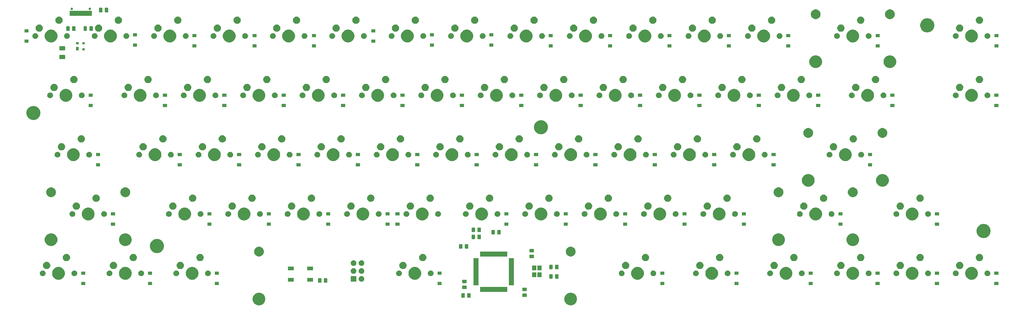
<source format=gbr>
G04 #@! TF.GenerationSoftware,KiCad,Pcbnew,(5.1.4)-1*
G04 #@! TF.CreationDate,2021-12-27T14:47:33+01:00*
G04 #@! TF.ProjectId,CrowMiniMk2,43726f77-4d69-46e6-994d-6b322e6b6963,rev?*
G04 #@! TF.SameCoordinates,Original*
G04 #@! TF.FileFunction,Soldermask,Bot*
G04 #@! TF.FilePolarity,Negative*
%FSLAX46Y46*%
G04 Gerber Fmt 4.6, Leading zero omitted, Abs format (unit mm)*
G04 Created by KiCad (PCBNEW (5.1.4)-1) date 2021-12-27 14:47:33*
%MOMM*%
%LPD*%
G04 APERTURE LIST*
%ADD10C,0.100000*%
G04 APERTURE END LIST*
D10*
G36*
X186327624Y-126938684D02*
G01*
X186502210Y-127011000D01*
X186699773Y-127092833D01*
X187034698Y-127316623D01*
X187319527Y-127601452D01*
X187543317Y-127936377D01*
X187592646Y-128055468D01*
X187697466Y-128308526D01*
X187776050Y-128703594D01*
X187776050Y-129106406D01*
X187697466Y-129501474D01*
X187607167Y-129719474D01*
X187543317Y-129873623D01*
X187319527Y-130208548D01*
X187034698Y-130493377D01*
X186699773Y-130717167D01*
X186545624Y-130781017D01*
X186327624Y-130871316D01*
X185932556Y-130949900D01*
X185529744Y-130949900D01*
X185134676Y-130871316D01*
X184916676Y-130781017D01*
X184762527Y-130717167D01*
X184427602Y-130493377D01*
X184142773Y-130208548D01*
X183918983Y-129873623D01*
X183855133Y-129719474D01*
X183764834Y-129501474D01*
X183686250Y-129106406D01*
X183686250Y-128703594D01*
X183764834Y-128308526D01*
X183869654Y-128055468D01*
X183918983Y-127936377D01*
X184142773Y-127601452D01*
X184427602Y-127316623D01*
X184762527Y-127092833D01*
X184960090Y-127011000D01*
X185134676Y-126938684D01*
X185529744Y-126860100D01*
X185932556Y-126860100D01*
X186327624Y-126938684D01*
X186327624Y-126938684D01*
G37*
G36*
X86327824Y-126938684D02*
G01*
X86502410Y-127011000D01*
X86699973Y-127092833D01*
X87034898Y-127316623D01*
X87319727Y-127601452D01*
X87543517Y-127936377D01*
X87592846Y-128055468D01*
X87697666Y-128308526D01*
X87776250Y-128703594D01*
X87776250Y-129106406D01*
X87697666Y-129501474D01*
X87607367Y-129719474D01*
X87543517Y-129873623D01*
X87319727Y-130208548D01*
X87034898Y-130493377D01*
X86699973Y-130717167D01*
X86545824Y-130781017D01*
X86327824Y-130871316D01*
X85932756Y-130949900D01*
X85529944Y-130949900D01*
X85134876Y-130871316D01*
X84916876Y-130781017D01*
X84762727Y-130717167D01*
X84427802Y-130493377D01*
X84142973Y-130208548D01*
X83919183Y-129873623D01*
X83855333Y-129719474D01*
X83765034Y-129501474D01*
X83686450Y-129106406D01*
X83686450Y-128703594D01*
X83765034Y-128308526D01*
X83869854Y-128055468D01*
X83919183Y-127936377D01*
X84142973Y-127601452D01*
X84427802Y-127316623D01*
X84762727Y-127092833D01*
X84960290Y-127011000D01*
X85134876Y-126938684D01*
X85529944Y-126860100D01*
X85932756Y-126860100D01*
X86327824Y-126938684D01*
X86327824Y-126938684D01*
G37*
G36*
X153455468Y-127015565D02*
G01*
X153494138Y-127027296D01*
X153529777Y-127046346D01*
X153561017Y-127071983D01*
X153586654Y-127103223D01*
X153605704Y-127138862D01*
X153617435Y-127177532D01*
X153622000Y-127223888D01*
X153622000Y-128300112D01*
X153617435Y-128346468D01*
X153605704Y-128385138D01*
X153586654Y-128420777D01*
X153561017Y-128452017D01*
X153529777Y-128477654D01*
X153494138Y-128496704D01*
X153455468Y-128508435D01*
X153409112Y-128513000D01*
X152757888Y-128513000D01*
X152711532Y-128508435D01*
X152672862Y-128496704D01*
X152637223Y-128477654D01*
X152605983Y-128452017D01*
X152580346Y-128420777D01*
X152561296Y-128385138D01*
X152549565Y-128346468D01*
X152545000Y-128300112D01*
X152545000Y-127223888D01*
X152549565Y-127177532D01*
X152561296Y-127138862D01*
X152580346Y-127103223D01*
X152605983Y-127071983D01*
X152637223Y-127046346D01*
X152672862Y-127027296D01*
X152711532Y-127015565D01*
X152757888Y-127011000D01*
X153409112Y-127011000D01*
X153455468Y-127015565D01*
X153455468Y-127015565D01*
G37*
G36*
X151580468Y-127015565D02*
G01*
X151619138Y-127027296D01*
X151654777Y-127046346D01*
X151686017Y-127071983D01*
X151711654Y-127103223D01*
X151730704Y-127138862D01*
X151742435Y-127177532D01*
X151747000Y-127223888D01*
X151747000Y-128300112D01*
X151742435Y-128346468D01*
X151730704Y-128385138D01*
X151711654Y-128420777D01*
X151686017Y-128452017D01*
X151654777Y-128477654D01*
X151619138Y-128496704D01*
X151580468Y-128508435D01*
X151534112Y-128513000D01*
X150882888Y-128513000D01*
X150836532Y-128508435D01*
X150797862Y-128496704D01*
X150762223Y-128477654D01*
X150730983Y-128452017D01*
X150705346Y-128420777D01*
X150686296Y-128385138D01*
X150674565Y-128346468D01*
X150670000Y-128300112D01*
X150670000Y-127223888D01*
X150674565Y-127177532D01*
X150686296Y-127138862D01*
X150705346Y-127103223D01*
X150730983Y-127071983D01*
X150762223Y-127046346D01*
X150797862Y-127027296D01*
X150836532Y-127015565D01*
X150882888Y-127011000D01*
X151534112Y-127011000D01*
X151580468Y-127015565D01*
X151580468Y-127015565D01*
G37*
G36*
X171526468Y-127149565D02*
G01*
X171565138Y-127161296D01*
X171600777Y-127180346D01*
X171632017Y-127205983D01*
X171657654Y-127237223D01*
X171676704Y-127272862D01*
X171688435Y-127311532D01*
X171693000Y-127357888D01*
X171693000Y-128009112D01*
X171688435Y-128055468D01*
X171676704Y-128094138D01*
X171657654Y-128129777D01*
X171632017Y-128161017D01*
X171600777Y-128186654D01*
X171565138Y-128205704D01*
X171526468Y-128217435D01*
X171480112Y-128222000D01*
X170403888Y-128222000D01*
X170357532Y-128217435D01*
X170318862Y-128205704D01*
X170283223Y-128186654D01*
X170251983Y-128161017D01*
X170226346Y-128129777D01*
X170207296Y-128094138D01*
X170195565Y-128055468D01*
X170191000Y-128009112D01*
X170191000Y-127357888D01*
X170195565Y-127311532D01*
X170207296Y-127272862D01*
X170226346Y-127237223D01*
X170251983Y-127205983D01*
X170283223Y-127180346D01*
X170318862Y-127161296D01*
X170357532Y-127149565D01*
X170403888Y-127145000D01*
X171480112Y-127145000D01*
X171526468Y-127149565D01*
X171526468Y-127149565D01*
G37*
G36*
X165362000Y-126643000D02*
G01*
X156710000Y-126643000D01*
X156710000Y-125041000D01*
X165362000Y-125041000D01*
X165362000Y-126643000D01*
X165362000Y-126643000D01*
G37*
G36*
X171526468Y-125274565D02*
G01*
X171565138Y-125286296D01*
X171600777Y-125305346D01*
X171632017Y-125330983D01*
X171657654Y-125362223D01*
X171676704Y-125397862D01*
X171688435Y-125436532D01*
X171693000Y-125482888D01*
X171693000Y-126134112D01*
X171688435Y-126180468D01*
X171676704Y-126219138D01*
X171657654Y-126254777D01*
X171632017Y-126286017D01*
X171600777Y-126311654D01*
X171565138Y-126330704D01*
X171526468Y-126342435D01*
X171480112Y-126347000D01*
X170403888Y-126347000D01*
X170357532Y-126342435D01*
X170318862Y-126330704D01*
X170283223Y-126311654D01*
X170251983Y-126286017D01*
X170226346Y-126254777D01*
X170207296Y-126219138D01*
X170195565Y-126180468D01*
X170191000Y-126134112D01*
X170191000Y-125482888D01*
X170195565Y-125436532D01*
X170207296Y-125397862D01*
X170226346Y-125362223D01*
X170251983Y-125330983D01*
X170283223Y-125305346D01*
X170318862Y-125286296D01*
X170357532Y-125274565D01*
X170403888Y-125270000D01*
X171480112Y-125270000D01*
X171526468Y-125274565D01*
X171526468Y-125274565D01*
G37*
G36*
X152222468Y-124609565D02*
G01*
X152261138Y-124621296D01*
X152296777Y-124640346D01*
X152328017Y-124665983D01*
X152353654Y-124697223D01*
X152372704Y-124732862D01*
X152384435Y-124771532D01*
X152389000Y-124817888D01*
X152389000Y-125469112D01*
X152384435Y-125515468D01*
X152372704Y-125554138D01*
X152353654Y-125589777D01*
X152328017Y-125621017D01*
X152296777Y-125646654D01*
X152261138Y-125665704D01*
X152222468Y-125677435D01*
X152176112Y-125682000D01*
X151099888Y-125682000D01*
X151053532Y-125677435D01*
X151014862Y-125665704D01*
X150979223Y-125646654D01*
X150947983Y-125621017D01*
X150922346Y-125589777D01*
X150903296Y-125554138D01*
X150891565Y-125515468D01*
X150887000Y-125469112D01*
X150887000Y-124817888D01*
X150891565Y-124771532D01*
X150903296Y-124732862D01*
X150922346Y-124697223D01*
X150947983Y-124665983D01*
X150979223Y-124640346D01*
X151014862Y-124621296D01*
X151053532Y-124609565D01*
X151099888Y-124605000D01*
X152176112Y-124605000D01*
X152222468Y-124609565D01*
X152222468Y-124609565D01*
G37*
G36*
X156137000Y-124468000D02*
G01*
X154535000Y-124468000D01*
X154535000Y-115816000D01*
X156137000Y-115816000D01*
X156137000Y-124468000D01*
X156137000Y-124468000D01*
G37*
G36*
X167537000Y-124468000D02*
G01*
X165935000Y-124468000D01*
X165935000Y-115816000D01*
X167537000Y-115816000D01*
X167537000Y-124468000D01*
X167537000Y-124468000D01*
G37*
G36*
X30019750Y-124388500D02*
G01*
X28717750Y-124388500D01*
X28717750Y-123386500D01*
X30019750Y-123386500D01*
X30019750Y-124388500D01*
X30019750Y-124388500D01*
G37*
G36*
X72882250Y-124388500D02*
G01*
X71580250Y-124388500D01*
X71580250Y-123386500D01*
X72882250Y-123386500D01*
X72882250Y-124388500D01*
X72882250Y-124388500D01*
G37*
G36*
X144319750Y-124388500D02*
G01*
X143017750Y-124388500D01*
X143017750Y-123386500D01*
X144319750Y-123386500D01*
X144319750Y-124388500D01*
X144319750Y-124388500D01*
G37*
G36*
X51451000Y-124388500D02*
G01*
X50149000Y-124388500D01*
X50149000Y-123386500D01*
X51451000Y-123386500D01*
X51451000Y-124388500D01*
X51451000Y-124388500D01*
G37*
G36*
X239569750Y-124388500D02*
G01*
X238267750Y-124388500D01*
X238267750Y-123386500D01*
X239569750Y-123386500D01*
X239569750Y-124388500D01*
X239569750Y-124388500D01*
G37*
G36*
X263382250Y-124388500D02*
G01*
X262080250Y-124388500D01*
X262080250Y-123386500D01*
X263382250Y-123386500D01*
X263382250Y-124388500D01*
X263382250Y-124388500D01*
G37*
G36*
X284813500Y-124388500D02*
G01*
X283511500Y-124388500D01*
X283511500Y-123386500D01*
X284813500Y-123386500D01*
X284813500Y-124388500D01*
X284813500Y-124388500D01*
G37*
G36*
X303863500Y-124388500D02*
G01*
X302561500Y-124388500D01*
X302561500Y-123386500D01*
X303863500Y-123386500D01*
X303863500Y-124388500D01*
X303863500Y-124388500D01*
G37*
G36*
X322913500Y-124388500D02*
G01*
X321611500Y-124388500D01*
X321611500Y-123386500D01*
X322913500Y-123386500D01*
X322913500Y-124388500D01*
X322913500Y-124388500D01*
G37*
G36*
X215757250Y-124388500D02*
G01*
X214455250Y-124388500D01*
X214455250Y-123386500D01*
X215757250Y-123386500D01*
X215757250Y-124388500D01*
X215757250Y-124388500D01*
G37*
G36*
X152222468Y-122734565D02*
G01*
X152261138Y-122746296D01*
X152296777Y-122765346D01*
X152328017Y-122790983D01*
X152353654Y-122822223D01*
X152372704Y-122857862D01*
X152384435Y-122896532D01*
X152389000Y-122942888D01*
X152389000Y-123594112D01*
X152384435Y-123640468D01*
X152372704Y-123679138D01*
X152353654Y-123714777D01*
X152328017Y-123746017D01*
X152296777Y-123771654D01*
X152261138Y-123790704D01*
X152222468Y-123802435D01*
X152176112Y-123807000D01*
X151099888Y-123807000D01*
X151053532Y-123802435D01*
X151014862Y-123790704D01*
X150979223Y-123771654D01*
X150947983Y-123746017D01*
X150922346Y-123714777D01*
X150903296Y-123679138D01*
X150891565Y-123640468D01*
X150887000Y-123594112D01*
X150887000Y-122942888D01*
X150891565Y-122896532D01*
X150903296Y-122857862D01*
X150922346Y-122822223D01*
X150947983Y-122790983D01*
X150979223Y-122765346D01*
X151014862Y-122746296D01*
X151053532Y-122734565D01*
X151099888Y-122730000D01*
X152176112Y-122730000D01*
X152222468Y-122734565D01*
X152222468Y-122734565D01*
G37*
G36*
X107481468Y-122189565D02*
G01*
X107520138Y-122201296D01*
X107555777Y-122220346D01*
X107587017Y-122245983D01*
X107612654Y-122277223D01*
X107631704Y-122312862D01*
X107643435Y-122351532D01*
X107648000Y-122397888D01*
X107648000Y-123474112D01*
X107643435Y-123520468D01*
X107631704Y-123559138D01*
X107612654Y-123594777D01*
X107587017Y-123626017D01*
X107555777Y-123651654D01*
X107520138Y-123670704D01*
X107481468Y-123682435D01*
X107435112Y-123687000D01*
X106783888Y-123687000D01*
X106737532Y-123682435D01*
X106698862Y-123670704D01*
X106663223Y-123651654D01*
X106631983Y-123626017D01*
X106606346Y-123594777D01*
X106587296Y-123559138D01*
X106575565Y-123520468D01*
X106571000Y-123474112D01*
X106571000Y-122397888D01*
X106575565Y-122351532D01*
X106587296Y-122312862D01*
X106606346Y-122277223D01*
X106631983Y-122245983D01*
X106663223Y-122220346D01*
X106698862Y-122201296D01*
X106737532Y-122189565D01*
X106783888Y-122185000D01*
X107435112Y-122185000D01*
X107481468Y-122189565D01*
X107481468Y-122189565D01*
G37*
G36*
X105606468Y-122189565D02*
G01*
X105645138Y-122201296D01*
X105680777Y-122220346D01*
X105712017Y-122245983D01*
X105737654Y-122277223D01*
X105756704Y-122312862D01*
X105768435Y-122351532D01*
X105773000Y-122397888D01*
X105773000Y-123474112D01*
X105768435Y-123520468D01*
X105756704Y-123559138D01*
X105737654Y-123594777D01*
X105712017Y-123626017D01*
X105680777Y-123651654D01*
X105645138Y-123670704D01*
X105606468Y-123682435D01*
X105560112Y-123687000D01*
X104908888Y-123687000D01*
X104862532Y-123682435D01*
X104823862Y-123670704D01*
X104788223Y-123651654D01*
X104756983Y-123626017D01*
X104731346Y-123594777D01*
X104712296Y-123559138D01*
X104700565Y-123520468D01*
X104696000Y-123474112D01*
X104696000Y-122397888D01*
X104700565Y-122351532D01*
X104712296Y-122312862D01*
X104731346Y-122277223D01*
X104756983Y-122245983D01*
X104788223Y-122220346D01*
X104823862Y-122201296D01*
X104862532Y-122189565D01*
X104908888Y-122185000D01*
X105560112Y-122185000D01*
X105606468Y-122189565D01*
X105606468Y-122189565D01*
G37*
G36*
X103111000Y-123355000D02*
G01*
X101209000Y-123355000D01*
X101209000Y-122153000D01*
X103111000Y-122153000D01*
X103111000Y-123355000D01*
X103111000Y-123355000D01*
G37*
G36*
X96911000Y-123355000D02*
G01*
X95009000Y-123355000D01*
X95009000Y-122153000D01*
X96911000Y-122153000D01*
X96911000Y-123355000D01*
X96911000Y-123355000D01*
G37*
G36*
X116979000Y-123329000D02*
G01*
X115177000Y-123329000D01*
X115177000Y-121527000D01*
X116979000Y-121527000D01*
X116979000Y-123329000D01*
X116979000Y-123329000D01*
G37*
G36*
X118731512Y-121531927D02*
G01*
X118880812Y-121561624D01*
X119044784Y-121629544D01*
X119192354Y-121728147D01*
X119317853Y-121853646D01*
X119416456Y-122001216D01*
X119484376Y-122165188D01*
X119510661Y-122297337D01*
X119516120Y-122324777D01*
X119519000Y-122339259D01*
X119519000Y-122516741D01*
X119484376Y-122690812D01*
X119416456Y-122854784D01*
X119317853Y-123002354D01*
X119192354Y-123127853D01*
X119044784Y-123226456D01*
X118880812Y-123294376D01*
X118731512Y-123324073D01*
X118706742Y-123329000D01*
X118529258Y-123329000D01*
X118504488Y-123324073D01*
X118355188Y-123294376D01*
X118191216Y-123226456D01*
X118043646Y-123127853D01*
X117918147Y-123002354D01*
X117819544Y-122854784D01*
X117751624Y-122690812D01*
X117717000Y-122516741D01*
X117717000Y-122339259D01*
X117719881Y-122324777D01*
X117725339Y-122297337D01*
X117751624Y-122165188D01*
X117819544Y-122001216D01*
X117918147Y-121853646D01*
X118043646Y-121728147D01*
X118191216Y-121629544D01*
X118355188Y-121561624D01*
X118504488Y-121531927D01*
X118529258Y-121527000D01*
X118706742Y-121527000D01*
X118731512Y-121531927D01*
X118731512Y-121531927D01*
G37*
G36*
X64890224Y-118683684D02*
G01*
X65108224Y-118773983D01*
X65262373Y-118837833D01*
X65597298Y-119061623D01*
X65882127Y-119346452D01*
X66105917Y-119681377D01*
X66138312Y-119759586D01*
X66260066Y-120053526D01*
X66338650Y-120448594D01*
X66338650Y-120851406D01*
X66260066Y-121246474D01*
X66209201Y-121369272D01*
X66105917Y-121618623D01*
X65882127Y-121953548D01*
X65597298Y-122238377D01*
X65262373Y-122462167D01*
X65130619Y-122516741D01*
X64890224Y-122616316D01*
X64495156Y-122694900D01*
X64092344Y-122694900D01*
X63697276Y-122616316D01*
X63456881Y-122516741D01*
X63325127Y-122462167D01*
X62990202Y-122238377D01*
X62705373Y-121953548D01*
X62481583Y-121618623D01*
X62378299Y-121369272D01*
X62327434Y-121246474D01*
X62248850Y-120851406D01*
X62248850Y-120448594D01*
X62327434Y-120053526D01*
X62449188Y-119759586D01*
X62481583Y-119681377D01*
X62705373Y-119346452D01*
X62990202Y-119061623D01*
X63325127Y-118837833D01*
X63479276Y-118773983D01*
X63697276Y-118683684D01*
X64092344Y-118605100D01*
X64495156Y-118605100D01*
X64890224Y-118683684D01*
X64890224Y-118683684D01*
G37*
G36*
X22027724Y-118683684D02*
G01*
X22245724Y-118773983D01*
X22399873Y-118837833D01*
X22734798Y-119061623D01*
X23019627Y-119346452D01*
X23243417Y-119681377D01*
X23275812Y-119759586D01*
X23397566Y-120053526D01*
X23476150Y-120448594D01*
X23476150Y-120851406D01*
X23397566Y-121246474D01*
X23346701Y-121369272D01*
X23243417Y-121618623D01*
X23019627Y-121953548D01*
X22734798Y-122238377D01*
X22399873Y-122462167D01*
X22268119Y-122516741D01*
X22027724Y-122616316D01*
X21632656Y-122694900D01*
X21229844Y-122694900D01*
X20834776Y-122616316D01*
X20594381Y-122516741D01*
X20462627Y-122462167D01*
X20127702Y-122238377D01*
X19842873Y-121953548D01*
X19619083Y-121618623D01*
X19515799Y-121369272D01*
X19464934Y-121246474D01*
X19386350Y-120851406D01*
X19386350Y-120448594D01*
X19464934Y-120053526D01*
X19586688Y-119759586D01*
X19619083Y-119681377D01*
X19842873Y-119346452D01*
X20127702Y-119061623D01*
X20462627Y-118837833D01*
X20616776Y-118773983D01*
X20834776Y-118683684D01*
X21229844Y-118605100D01*
X21632656Y-118605100D01*
X22027724Y-118683684D01*
X22027724Y-118683684D01*
G37*
G36*
X295871474Y-118683684D02*
G01*
X296089474Y-118773983D01*
X296243623Y-118837833D01*
X296578548Y-119061623D01*
X296863377Y-119346452D01*
X297087167Y-119681377D01*
X297119562Y-119759586D01*
X297241316Y-120053526D01*
X297319900Y-120448594D01*
X297319900Y-120851406D01*
X297241316Y-121246474D01*
X297190451Y-121369272D01*
X297087167Y-121618623D01*
X296863377Y-121953548D01*
X296578548Y-122238377D01*
X296243623Y-122462167D01*
X296111869Y-122516741D01*
X295871474Y-122616316D01*
X295476406Y-122694900D01*
X295073594Y-122694900D01*
X294678526Y-122616316D01*
X294438131Y-122516741D01*
X294306377Y-122462167D01*
X293971452Y-122238377D01*
X293686623Y-121953548D01*
X293462833Y-121618623D01*
X293359549Y-121369272D01*
X293308684Y-121246474D01*
X293230100Y-120851406D01*
X293230100Y-120448594D01*
X293308684Y-120053526D01*
X293430438Y-119759586D01*
X293462833Y-119681377D01*
X293686623Y-119346452D01*
X293971452Y-119061623D01*
X294306377Y-118837833D01*
X294460526Y-118773983D01*
X294678526Y-118683684D01*
X295073594Y-118605100D01*
X295476406Y-118605100D01*
X295871474Y-118683684D01*
X295871474Y-118683684D01*
G37*
G36*
X314921474Y-118683684D02*
G01*
X315139474Y-118773983D01*
X315293623Y-118837833D01*
X315628548Y-119061623D01*
X315913377Y-119346452D01*
X316137167Y-119681377D01*
X316169562Y-119759586D01*
X316291316Y-120053526D01*
X316369900Y-120448594D01*
X316369900Y-120851406D01*
X316291316Y-121246474D01*
X316240451Y-121369272D01*
X316137167Y-121618623D01*
X315913377Y-121953548D01*
X315628548Y-122238377D01*
X315293623Y-122462167D01*
X315161869Y-122516741D01*
X314921474Y-122616316D01*
X314526406Y-122694900D01*
X314123594Y-122694900D01*
X313728526Y-122616316D01*
X313488131Y-122516741D01*
X313356377Y-122462167D01*
X313021452Y-122238377D01*
X312736623Y-121953548D01*
X312512833Y-121618623D01*
X312409549Y-121369272D01*
X312358684Y-121246474D01*
X312280100Y-120851406D01*
X312280100Y-120448594D01*
X312358684Y-120053526D01*
X312480438Y-119759586D01*
X312512833Y-119681377D01*
X312736623Y-119346452D01*
X313021452Y-119061623D01*
X313356377Y-118837833D01*
X313510526Y-118773983D01*
X313728526Y-118683684D01*
X314123594Y-118605100D01*
X314526406Y-118605100D01*
X314921474Y-118683684D01*
X314921474Y-118683684D01*
G37*
G36*
X43458974Y-118683684D02*
G01*
X43676974Y-118773983D01*
X43831123Y-118837833D01*
X44166048Y-119061623D01*
X44450877Y-119346452D01*
X44674667Y-119681377D01*
X44707062Y-119759586D01*
X44828816Y-120053526D01*
X44907400Y-120448594D01*
X44907400Y-120851406D01*
X44828816Y-121246474D01*
X44777951Y-121369272D01*
X44674667Y-121618623D01*
X44450877Y-121953548D01*
X44166048Y-122238377D01*
X43831123Y-122462167D01*
X43699369Y-122516741D01*
X43458974Y-122616316D01*
X43063906Y-122694900D01*
X42661094Y-122694900D01*
X42266026Y-122616316D01*
X42025631Y-122516741D01*
X41893877Y-122462167D01*
X41558952Y-122238377D01*
X41274123Y-121953548D01*
X41050333Y-121618623D01*
X40947049Y-121369272D01*
X40896184Y-121246474D01*
X40817600Y-120851406D01*
X40817600Y-120448594D01*
X40896184Y-120053526D01*
X41017938Y-119759586D01*
X41050333Y-119681377D01*
X41274123Y-119346452D01*
X41558952Y-119061623D01*
X41893877Y-118837833D01*
X42048026Y-118773983D01*
X42266026Y-118683684D01*
X42661094Y-118605100D01*
X43063906Y-118605100D01*
X43458974Y-118683684D01*
X43458974Y-118683684D01*
G37*
G36*
X136327724Y-118683684D02*
G01*
X136545724Y-118773983D01*
X136699873Y-118837833D01*
X137034798Y-119061623D01*
X137319627Y-119346452D01*
X137543417Y-119681377D01*
X137575812Y-119759586D01*
X137697566Y-120053526D01*
X137776150Y-120448594D01*
X137776150Y-120851406D01*
X137697566Y-121246474D01*
X137646701Y-121369272D01*
X137543417Y-121618623D01*
X137319627Y-121953548D01*
X137034798Y-122238377D01*
X136699873Y-122462167D01*
X136568119Y-122516741D01*
X136327724Y-122616316D01*
X135932656Y-122694900D01*
X135529844Y-122694900D01*
X135134776Y-122616316D01*
X134894381Y-122516741D01*
X134762627Y-122462167D01*
X134427702Y-122238377D01*
X134142873Y-121953548D01*
X133919083Y-121618623D01*
X133815799Y-121369272D01*
X133764934Y-121246474D01*
X133686350Y-120851406D01*
X133686350Y-120448594D01*
X133764934Y-120053526D01*
X133886688Y-119759586D01*
X133919083Y-119681377D01*
X134142873Y-119346452D01*
X134427702Y-119061623D01*
X134762627Y-118837833D01*
X134916776Y-118773983D01*
X135134776Y-118683684D01*
X135529844Y-118605100D01*
X135932656Y-118605100D01*
X136327724Y-118683684D01*
X136327724Y-118683684D01*
G37*
G36*
X276821474Y-118683684D02*
G01*
X277039474Y-118773983D01*
X277193623Y-118837833D01*
X277528548Y-119061623D01*
X277813377Y-119346452D01*
X278037167Y-119681377D01*
X278069562Y-119759586D01*
X278191316Y-120053526D01*
X278269900Y-120448594D01*
X278269900Y-120851406D01*
X278191316Y-121246474D01*
X278140451Y-121369272D01*
X278037167Y-121618623D01*
X277813377Y-121953548D01*
X277528548Y-122238377D01*
X277193623Y-122462167D01*
X277061869Y-122516741D01*
X276821474Y-122616316D01*
X276426406Y-122694900D01*
X276023594Y-122694900D01*
X275628526Y-122616316D01*
X275388131Y-122516741D01*
X275256377Y-122462167D01*
X274921452Y-122238377D01*
X274636623Y-121953548D01*
X274412833Y-121618623D01*
X274309549Y-121369272D01*
X274258684Y-121246474D01*
X274180100Y-120851406D01*
X274180100Y-120448594D01*
X274258684Y-120053526D01*
X274380438Y-119759586D01*
X274412833Y-119681377D01*
X274636623Y-119346452D01*
X274921452Y-119061623D01*
X275256377Y-118837833D01*
X275410526Y-118773983D01*
X275628526Y-118683684D01*
X276023594Y-118605100D01*
X276426406Y-118605100D01*
X276821474Y-118683684D01*
X276821474Y-118683684D01*
G37*
G36*
X255390224Y-118683684D02*
G01*
X255608224Y-118773983D01*
X255762373Y-118837833D01*
X256097298Y-119061623D01*
X256382127Y-119346452D01*
X256605917Y-119681377D01*
X256638312Y-119759586D01*
X256760066Y-120053526D01*
X256838650Y-120448594D01*
X256838650Y-120851406D01*
X256760066Y-121246474D01*
X256709201Y-121369272D01*
X256605917Y-121618623D01*
X256382127Y-121953548D01*
X256097298Y-122238377D01*
X255762373Y-122462167D01*
X255630619Y-122516741D01*
X255390224Y-122616316D01*
X254995156Y-122694900D01*
X254592344Y-122694900D01*
X254197276Y-122616316D01*
X253956881Y-122516741D01*
X253825127Y-122462167D01*
X253490202Y-122238377D01*
X253205373Y-121953548D01*
X252981583Y-121618623D01*
X252878299Y-121369272D01*
X252827434Y-121246474D01*
X252748850Y-120851406D01*
X252748850Y-120448594D01*
X252827434Y-120053526D01*
X252949188Y-119759586D01*
X252981583Y-119681377D01*
X253205373Y-119346452D01*
X253490202Y-119061623D01*
X253825127Y-118837833D01*
X253979276Y-118773983D01*
X254197276Y-118683684D01*
X254592344Y-118605100D01*
X254995156Y-118605100D01*
X255390224Y-118683684D01*
X255390224Y-118683684D01*
G37*
G36*
X231577724Y-118683684D02*
G01*
X231795724Y-118773983D01*
X231949873Y-118837833D01*
X232284798Y-119061623D01*
X232569627Y-119346452D01*
X232793417Y-119681377D01*
X232825812Y-119759586D01*
X232947566Y-120053526D01*
X233026150Y-120448594D01*
X233026150Y-120851406D01*
X232947566Y-121246474D01*
X232896701Y-121369272D01*
X232793417Y-121618623D01*
X232569627Y-121953548D01*
X232284798Y-122238377D01*
X231949873Y-122462167D01*
X231818119Y-122516741D01*
X231577724Y-122616316D01*
X231182656Y-122694900D01*
X230779844Y-122694900D01*
X230384776Y-122616316D01*
X230144381Y-122516741D01*
X230012627Y-122462167D01*
X229677702Y-122238377D01*
X229392873Y-121953548D01*
X229169083Y-121618623D01*
X229065799Y-121369272D01*
X229014934Y-121246474D01*
X228936350Y-120851406D01*
X228936350Y-120448594D01*
X229014934Y-120053526D01*
X229136688Y-119759586D01*
X229169083Y-119681377D01*
X229392873Y-119346452D01*
X229677702Y-119061623D01*
X230012627Y-118837833D01*
X230166776Y-118773983D01*
X230384776Y-118683684D01*
X230779844Y-118605100D01*
X231182656Y-118605100D01*
X231577724Y-118683684D01*
X231577724Y-118683684D01*
G37*
G36*
X207765224Y-118683684D02*
G01*
X207983224Y-118773983D01*
X208137373Y-118837833D01*
X208472298Y-119061623D01*
X208757127Y-119346452D01*
X208980917Y-119681377D01*
X209013312Y-119759586D01*
X209135066Y-120053526D01*
X209213650Y-120448594D01*
X209213650Y-120851406D01*
X209135066Y-121246474D01*
X209084201Y-121369272D01*
X208980917Y-121618623D01*
X208757127Y-121953548D01*
X208472298Y-122238377D01*
X208137373Y-122462167D01*
X208005619Y-122516741D01*
X207765224Y-122616316D01*
X207370156Y-122694900D01*
X206967344Y-122694900D01*
X206572276Y-122616316D01*
X206331881Y-122516741D01*
X206200127Y-122462167D01*
X205865202Y-122238377D01*
X205580373Y-121953548D01*
X205356583Y-121618623D01*
X205253299Y-121369272D01*
X205202434Y-121246474D01*
X205123850Y-120851406D01*
X205123850Y-120448594D01*
X205202434Y-120053526D01*
X205324188Y-119759586D01*
X205356583Y-119681377D01*
X205580373Y-119346452D01*
X205865202Y-119061623D01*
X206200127Y-118837833D01*
X206354276Y-118773983D01*
X206572276Y-118683684D01*
X206967344Y-118605100D01*
X207370156Y-118605100D01*
X207765224Y-118683684D01*
X207765224Y-118683684D01*
G37*
G36*
X181649468Y-120919565D02*
G01*
X181688138Y-120931296D01*
X181723777Y-120950346D01*
X181755017Y-120975983D01*
X181780654Y-121007223D01*
X181799704Y-121042862D01*
X181811435Y-121081532D01*
X181816000Y-121127888D01*
X181816000Y-122204112D01*
X181811435Y-122250468D01*
X181799704Y-122289138D01*
X181780654Y-122324777D01*
X181755017Y-122356017D01*
X181723777Y-122381654D01*
X181688138Y-122400704D01*
X181649468Y-122412435D01*
X181603112Y-122417000D01*
X180951888Y-122417000D01*
X180905532Y-122412435D01*
X180866862Y-122400704D01*
X180831223Y-122381654D01*
X180799983Y-122356017D01*
X180774346Y-122324777D01*
X180755296Y-122289138D01*
X180743565Y-122250468D01*
X180739000Y-122204112D01*
X180739000Y-121127888D01*
X180743565Y-121081532D01*
X180755296Y-121042862D01*
X180774346Y-121007223D01*
X180799983Y-120975983D01*
X180831223Y-120950346D01*
X180866862Y-120931296D01*
X180905532Y-120919565D01*
X180951888Y-120915000D01*
X181603112Y-120915000D01*
X181649468Y-120919565D01*
X181649468Y-120919565D01*
G37*
G36*
X179774468Y-120919565D02*
G01*
X179813138Y-120931296D01*
X179848777Y-120950346D01*
X179880017Y-120975983D01*
X179905654Y-121007223D01*
X179924704Y-121042862D01*
X179936435Y-121081532D01*
X179941000Y-121127888D01*
X179941000Y-122204112D01*
X179936435Y-122250468D01*
X179924704Y-122289138D01*
X179905654Y-122324777D01*
X179880017Y-122356017D01*
X179848777Y-122381654D01*
X179813138Y-122400704D01*
X179774468Y-122412435D01*
X179728112Y-122417000D01*
X179076888Y-122417000D01*
X179030532Y-122412435D01*
X178991862Y-122400704D01*
X178956223Y-122381654D01*
X178924983Y-122356017D01*
X178899346Y-122324777D01*
X178880296Y-122289138D01*
X178868565Y-122250468D01*
X178864000Y-122204112D01*
X178864000Y-121127888D01*
X178868565Y-121081532D01*
X178880296Y-121042862D01*
X178899346Y-121007223D01*
X178924983Y-120975983D01*
X178956223Y-120950346D01*
X178991862Y-120931296D01*
X179030532Y-120919565D01*
X179076888Y-120915000D01*
X179728112Y-120915000D01*
X179774468Y-120919565D01*
X179774468Y-120919565D01*
G37*
G36*
X174680000Y-121866000D02*
G01*
X173378000Y-121866000D01*
X173378000Y-120364000D01*
X174680000Y-120364000D01*
X174680000Y-121866000D01*
X174680000Y-121866000D01*
G37*
G36*
X176380000Y-121866000D02*
G01*
X175078000Y-121866000D01*
X175078000Y-120364000D01*
X176380000Y-120364000D01*
X176380000Y-121866000D01*
X176380000Y-121866000D01*
G37*
G36*
X130921354Y-119759585D02*
G01*
X131089876Y-119829389D01*
X131241541Y-119930728D01*
X131370522Y-120059709D01*
X131471861Y-120211374D01*
X131541665Y-120379896D01*
X131577250Y-120558797D01*
X131577250Y-120741203D01*
X131541665Y-120920104D01*
X131471861Y-121088626D01*
X131370522Y-121240291D01*
X131241541Y-121369272D01*
X131089876Y-121470611D01*
X130921354Y-121540415D01*
X130742453Y-121576000D01*
X130560047Y-121576000D01*
X130381146Y-121540415D01*
X130212624Y-121470611D01*
X130060959Y-121369272D01*
X129931978Y-121240291D01*
X129830639Y-121088626D01*
X129760835Y-120920104D01*
X129725250Y-120741203D01*
X129725250Y-120558797D01*
X129760835Y-120379896D01*
X129830639Y-120211374D01*
X129931978Y-120059709D01*
X130060959Y-119930728D01*
X130212624Y-119829389D01*
X130381146Y-119759585D01*
X130560047Y-119724000D01*
X130742453Y-119724000D01*
X130921354Y-119759585D01*
X130921354Y-119759585D01*
G37*
G36*
X249983854Y-119759585D02*
G01*
X250152376Y-119829389D01*
X250304041Y-119930728D01*
X250433022Y-120059709D01*
X250534361Y-120211374D01*
X250604165Y-120379896D01*
X250639750Y-120558797D01*
X250639750Y-120741203D01*
X250604165Y-120920104D01*
X250534361Y-121088626D01*
X250433022Y-121240291D01*
X250304041Y-121369272D01*
X250152376Y-121470611D01*
X249983854Y-121540415D01*
X249804953Y-121576000D01*
X249622547Y-121576000D01*
X249443646Y-121540415D01*
X249275124Y-121470611D01*
X249123459Y-121369272D01*
X248994478Y-121240291D01*
X248893139Y-121088626D01*
X248823335Y-120920104D01*
X248787750Y-120741203D01*
X248787750Y-120558797D01*
X248823335Y-120379896D01*
X248893139Y-120211374D01*
X248994478Y-120059709D01*
X249123459Y-119930728D01*
X249275124Y-119829389D01*
X249443646Y-119759585D01*
X249622547Y-119724000D01*
X249804953Y-119724000D01*
X249983854Y-119759585D01*
X249983854Y-119759585D01*
G37*
G36*
X260143854Y-119759585D02*
G01*
X260312376Y-119829389D01*
X260464041Y-119930728D01*
X260593022Y-120059709D01*
X260694361Y-120211374D01*
X260764165Y-120379896D01*
X260799750Y-120558797D01*
X260799750Y-120741203D01*
X260764165Y-120920104D01*
X260694361Y-121088626D01*
X260593022Y-121240291D01*
X260464041Y-121369272D01*
X260312376Y-121470611D01*
X260143854Y-121540415D01*
X259964953Y-121576000D01*
X259782547Y-121576000D01*
X259603646Y-121540415D01*
X259435124Y-121470611D01*
X259283459Y-121369272D01*
X259154478Y-121240291D01*
X259053139Y-121088626D01*
X258983335Y-120920104D01*
X258947750Y-120741203D01*
X258947750Y-120558797D01*
X258983335Y-120379896D01*
X259053139Y-120211374D01*
X259154478Y-120059709D01*
X259283459Y-119930728D01*
X259435124Y-119829389D01*
X259603646Y-119759585D01*
X259782547Y-119724000D01*
X259964953Y-119724000D01*
X260143854Y-119759585D01*
X260143854Y-119759585D01*
G37*
G36*
X26781354Y-119759585D02*
G01*
X26949876Y-119829389D01*
X27101541Y-119930728D01*
X27230522Y-120059709D01*
X27331861Y-120211374D01*
X27401665Y-120379896D01*
X27437250Y-120558797D01*
X27437250Y-120741203D01*
X27401665Y-120920104D01*
X27331861Y-121088626D01*
X27230522Y-121240291D01*
X27101541Y-121369272D01*
X26949876Y-121470611D01*
X26781354Y-121540415D01*
X26602453Y-121576000D01*
X26420047Y-121576000D01*
X26241146Y-121540415D01*
X26072624Y-121470611D01*
X25920959Y-121369272D01*
X25791978Y-121240291D01*
X25690639Y-121088626D01*
X25620835Y-120920104D01*
X25585250Y-120741203D01*
X25585250Y-120558797D01*
X25620835Y-120379896D01*
X25690639Y-120211374D01*
X25791978Y-120059709D01*
X25920959Y-119930728D01*
X26072624Y-119829389D01*
X26241146Y-119759585D01*
X26420047Y-119724000D01*
X26602453Y-119724000D01*
X26781354Y-119759585D01*
X26781354Y-119759585D01*
G37*
G36*
X16621354Y-119759585D02*
G01*
X16789876Y-119829389D01*
X16941541Y-119930728D01*
X17070522Y-120059709D01*
X17171861Y-120211374D01*
X17241665Y-120379896D01*
X17277250Y-120558797D01*
X17277250Y-120741203D01*
X17241665Y-120920104D01*
X17171861Y-121088626D01*
X17070522Y-121240291D01*
X16941541Y-121369272D01*
X16789876Y-121470611D01*
X16621354Y-121540415D01*
X16442453Y-121576000D01*
X16260047Y-121576000D01*
X16081146Y-121540415D01*
X15912624Y-121470611D01*
X15760959Y-121369272D01*
X15631978Y-121240291D01*
X15530639Y-121088626D01*
X15460835Y-120920104D01*
X15425250Y-120741203D01*
X15425250Y-120558797D01*
X15460835Y-120379896D01*
X15530639Y-120211374D01*
X15631978Y-120059709D01*
X15760959Y-119930728D01*
X15912624Y-119829389D01*
X16081146Y-119759585D01*
X16260047Y-119724000D01*
X16442453Y-119724000D01*
X16621354Y-119759585D01*
X16621354Y-119759585D01*
G37*
G36*
X309515104Y-119759585D02*
G01*
X309683626Y-119829389D01*
X309835291Y-119930728D01*
X309964272Y-120059709D01*
X310065611Y-120211374D01*
X310135415Y-120379896D01*
X310171000Y-120558797D01*
X310171000Y-120741203D01*
X310135415Y-120920104D01*
X310065611Y-121088626D01*
X309964272Y-121240291D01*
X309835291Y-121369272D01*
X309683626Y-121470611D01*
X309515104Y-121540415D01*
X309336203Y-121576000D01*
X309153797Y-121576000D01*
X308974896Y-121540415D01*
X308806374Y-121470611D01*
X308654709Y-121369272D01*
X308525728Y-121240291D01*
X308424389Y-121088626D01*
X308354585Y-120920104D01*
X308319000Y-120741203D01*
X308319000Y-120558797D01*
X308354585Y-120379896D01*
X308424389Y-120211374D01*
X308525728Y-120059709D01*
X308654709Y-119930728D01*
X308806374Y-119829389D01*
X308974896Y-119759585D01*
X309153797Y-119724000D01*
X309336203Y-119724000D01*
X309515104Y-119759585D01*
X309515104Y-119759585D01*
G37*
G36*
X319675104Y-119759585D02*
G01*
X319843626Y-119829389D01*
X319995291Y-119930728D01*
X320124272Y-120059709D01*
X320225611Y-120211374D01*
X320295415Y-120379896D01*
X320331000Y-120558797D01*
X320331000Y-120741203D01*
X320295415Y-120920104D01*
X320225611Y-121088626D01*
X320124272Y-121240291D01*
X319995291Y-121369272D01*
X319843626Y-121470611D01*
X319675104Y-121540415D01*
X319496203Y-121576000D01*
X319313797Y-121576000D01*
X319134896Y-121540415D01*
X318966374Y-121470611D01*
X318814709Y-121369272D01*
X318685728Y-121240291D01*
X318584389Y-121088626D01*
X318514585Y-120920104D01*
X318479000Y-120741203D01*
X318479000Y-120558797D01*
X318514585Y-120379896D01*
X318584389Y-120211374D01*
X318685728Y-120059709D01*
X318814709Y-119930728D01*
X318966374Y-119829389D01*
X319134896Y-119759585D01*
X319313797Y-119724000D01*
X319496203Y-119724000D01*
X319675104Y-119759585D01*
X319675104Y-119759585D01*
G37*
G36*
X59483854Y-119759585D02*
G01*
X59652376Y-119829389D01*
X59804041Y-119930728D01*
X59933022Y-120059709D01*
X60034361Y-120211374D01*
X60104165Y-120379896D01*
X60139750Y-120558797D01*
X60139750Y-120741203D01*
X60104165Y-120920104D01*
X60034361Y-121088626D01*
X59933022Y-121240291D01*
X59804041Y-121369272D01*
X59652376Y-121470611D01*
X59483854Y-121540415D01*
X59304953Y-121576000D01*
X59122547Y-121576000D01*
X58943646Y-121540415D01*
X58775124Y-121470611D01*
X58623459Y-121369272D01*
X58494478Y-121240291D01*
X58393139Y-121088626D01*
X58323335Y-120920104D01*
X58287750Y-120741203D01*
X58287750Y-120558797D01*
X58323335Y-120379896D01*
X58393139Y-120211374D01*
X58494478Y-120059709D01*
X58623459Y-119930728D01*
X58775124Y-119829389D01*
X58943646Y-119759585D01*
X59122547Y-119724000D01*
X59304953Y-119724000D01*
X59483854Y-119759585D01*
X59483854Y-119759585D01*
G37*
G36*
X290465104Y-119759585D02*
G01*
X290633626Y-119829389D01*
X290785291Y-119930728D01*
X290914272Y-120059709D01*
X291015611Y-120211374D01*
X291085415Y-120379896D01*
X291121000Y-120558797D01*
X291121000Y-120741203D01*
X291085415Y-120920104D01*
X291015611Y-121088626D01*
X290914272Y-121240291D01*
X290785291Y-121369272D01*
X290633626Y-121470611D01*
X290465104Y-121540415D01*
X290286203Y-121576000D01*
X290103797Y-121576000D01*
X289924896Y-121540415D01*
X289756374Y-121470611D01*
X289604709Y-121369272D01*
X289475728Y-121240291D01*
X289374389Y-121088626D01*
X289304585Y-120920104D01*
X289269000Y-120741203D01*
X289269000Y-120558797D01*
X289304585Y-120379896D01*
X289374389Y-120211374D01*
X289475728Y-120059709D01*
X289604709Y-119930728D01*
X289756374Y-119829389D01*
X289924896Y-119759585D01*
X290103797Y-119724000D01*
X290286203Y-119724000D01*
X290465104Y-119759585D01*
X290465104Y-119759585D01*
G37*
G36*
X300625104Y-119759585D02*
G01*
X300793626Y-119829389D01*
X300945291Y-119930728D01*
X301074272Y-120059709D01*
X301175611Y-120211374D01*
X301245415Y-120379896D01*
X301281000Y-120558797D01*
X301281000Y-120741203D01*
X301245415Y-120920104D01*
X301175611Y-121088626D01*
X301074272Y-121240291D01*
X300945291Y-121369272D01*
X300793626Y-121470611D01*
X300625104Y-121540415D01*
X300446203Y-121576000D01*
X300263797Y-121576000D01*
X300084896Y-121540415D01*
X299916374Y-121470611D01*
X299764709Y-121369272D01*
X299635728Y-121240291D01*
X299534389Y-121088626D01*
X299464585Y-120920104D01*
X299429000Y-120741203D01*
X299429000Y-120558797D01*
X299464585Y-120379896D01*
X299534389Y-120211374D01*
X299635728Y-120059709D01*
X299764709Y-119930728D01*
X299916374Y-119829389D01*
X300084896Y-119759585D01*
X300263797Y-119724000D01*
X300446203Y-119724000D01*
X300625104Y-119759585D01*
X300625104Y-119759585D01*
G37*
G36*
X38052604Y-119759585D02*
G01*
X38221126Y-119829389D01*
X38372791Y-119930728D01*
X38501772Y-120059709D01*
X38603111Y-120211374D01*
X38672915Y-120379896D01*
X38708500Y-120558797D01*
X38708500Y-120741203D01*
X38672915Y-120920104D01*
X38603111Y-121088626D01*
X38501772Y-121240291D01*
X38372791Y-121369272D01*
X38221126Y-121470611D01*
X38052604Y-121540415D01*
X37873703Y-121576000D01*
X37691297Y-121576000D01*
X37512396Y-121540415D01*
X37343874Y-121470611D01*
X37192209Y-121369272D01*
X37063228Y-121240291D01*
X36961889Y-121088626D01*
X36892085Y-120920104D01*
X36856500Y-120741203D01*
X36856500Y-120558797D01*
X36892085Y-120379896D01*
X36961889Y-120211374D01*
X37063228Y-120059709D01*
X37192209Y-119930728D01*
X37343874Y-119829389D01*
X37512396Y-119759585D01*
X37691297Y-119724000D01*
X37873703Y-119724000D01*
X38052604Y-119759585D01*
X38052604Y-119759585D01*
G37*
G36*
X271415104Y-119759585D02*
G01*
X271583626Y-119829389D01*
X271735291Y-119930728D01*
X271864272Y-120059709D01*
X271965611Y-120211374D01*
X272035415Y-120379896D01*
X272071000Y-120558797D01*
X272071000Y-120741203D01*
X272035415Y-120920104D01*
X271965611Y-121088626D01*
X271864272Y-121240291D01*
X271735291Y-121369272D01*
X271583626Y-121470611D01*
X271415104Y-121540415D01*
X271236203Y-121576000D01*
X271053797Y-121576000D01*
X270874896Y-121540415D01*
X270706374Y-121470611D01*
X270554709Y-121369272D01*
X270425728Y-121240291D01*
X270324389Y-121088626D01*
X270254585Y-120920104D01*
X270219000Y-120741203D01*
X270219000Y-120558797D01*
X270254585Y-120379896D01*
X270324389Y-120211374D01*
X270425728Y-120059709D01*
X270554709Y-119930728D01*
X270706374Y-119829389D01*
X270874896Y-119759585D01*
X271053797Y-119724000D01*
X271236203Y-119724000D01*
X271415104Y-119759585D01*
X271415104Y-119759585D01*
G37*
G36*
X281575104Y-119759585D02*
G01*
X281743626Y-119829389D01*
X281895291Y-119930728D01*
X282024272Y-120059709D01*
X282125611Y-120211374D01*
X282195415Y-120379896D01*
X282231000Y-120558797D01*
X282231000Y-120741203D01*
X282195415Y-120920104D01*
X282125611Y-121088626D01*
X282024272Y-121240291D01*
X281895291Y-121369272D01*
X281743626Y-121470611D01*
X281575104Y-121540415D01*
X281396203Y-121576000D01*
X281213797Y-121576000D01*
X281034896Y-121540415D01*
X280866374Y-121470611D01*
X280714709Y-121369272D01*
X280585728Y-121240291D01*
X280484389Y-121088626D01*
X280414585Y-120920104D01*
X280379000Y-120741203D01*
X280379000Y-120558797D01*
X280414585Y-120379896D01*
X280484389Y-120211374D01*
X280585728Y-120059709D01*
X280714709Y-119930728D01*
X280866374Y-119829389D01*
X281034896Y-119759585D01*
X281213797Y-119724000D01*
X281396203Y-119724000D01*
X281575104Y-119759585D01*
X281575104Y-119759585D01*
G37*
G36*
X69643854Y-119759585D02*
G01*
X69812376Y-119829389D01*
X69964041Y-119930728D01*
X70093022Y-120059709D01*
X70194361Y-120211374D01*
X70264165Y-120379896D01*
X70299750Y-120558797D01*
X70299750Y-120741203D01*
X70264165Y-120920104D01*
X70194361Y-121088626D01*
X70093022Y-121240291D01*
X69964041Y-121369272D01*
X69812376Y-121470611D01*
X69643854Y-121540415D01*
X69464953Y-121576000D01*
X69282547Y-121576000D01*
X69103646Y-121540415D01*
X68935124Y-121470611D01*
X68783459Y-121369272D01*
X68654478Y-121240291D01*
X68553139Y-121088626D01*
X68483335Y-120920104D01*
X68447750Y-120741203D01*
X68447750Y-120558797D01*
X68483335Y-120379896D01*
X68553139Y-120211374D01*
X68654478Y-120059709D01*
X68783459Y-119930728D01*
X68935124Y-119829389D01*
X69103646Y-119759585D01*
X69282547Y-119724000D01*
X69464953Y-119724000D01*
X69643854Y-119759585D01*
X69643854Y-119759585D01*
G37*
G36*
X212518854Y-119759585D02*
G01*
X212687376Y-119829389D01*
X212839041Y-119930728D01*
X212968022Y-120059709D01*
X213069361Y-120211374D01*
X213139165Y-120379896D01*
X213174750Y-120558797D01*
X213174750Y-120741203D01*
X213139165Y-120920104D01*
X213069361Y-121088626D01*
X212968022Y-121240291D01*
X212839041Y-121369272D01*
X212687376Y-121470611D01*
X212518854Y-121540415D01*
X212339953Y-121576000D01*
X212157547Y-121576000D01*
X211978646Y-121540415D01*
X211810124Y-121470611D01*
X211658459Y-121369272D01*
X211529478Y-121240291D01*
X211428139Y-121088626D01*
X211358335Y-120920104D01*
X211322750Y-120741203D01*
X211322750Y-120558797D01*
X211358335Y-120379896D01*
X211428139Y-120211374D01*
X211529478Y-120059709D01*
X211658459Y-119930728D01*
X211810124Y-119829389D01*
X211978646Y-119759585D01*
X212157547Y-119724000D01*
X212339953Y-119724000D01*
X212518854Y-119759585D01*
X212518854Y-119759585D01*
G37*
G36*
X202358854Y-119759585D02*
G01*
X202527376Y-119829389D01*
X202679041Y-119930728D01*
X202808022Y-120059709D01*
X202909361Y-120211374D01*
X202979165Y-120379896D01*
X203014750Y-120558797D01*
X203014750Y-120741203D01*
X202979165Y-120920104D01*
X202909361Y-121088626D01*
X202808022Y-121240291D01*
X202679041Y-121369272D01*
X202527376Y-121470611D01*
X202358854Y-121540415D01*
X202179953Y-121576000D01*
X201997547Y-121576000D01*
X201818646Y-121540415D01*
X201650124Y-121470611D01*
X201498459Y-121369272D01*
X201369478Y-121240291D01*
X201268139Y-121088626D01*
X201198335Y-120920104D01*
X201162750Y-120741203D01*
X201162750Y-120558797D01*
X201198335Y-120379896D01*
X201268139Y-120211374D01*
X201369478Y-120059709D01*
X201498459Y-119930728D01*
X201650124Y-119829389D01*
X201818646Y-119759585D01*
X201997547Y-119724000D01*
X202179953Y-119724000D01*
X202358854Y-119759585D01*
X202358854Y-119759585D01*
G37*
G36*
X141081354Y-119759585D02*
G01*
X141249876Y-119829389D01*
X141401541Y-119930728D01*
X141530522Y-120059709D01*
X141631861Y-120211374D01*
X141701665Y-120379896D01*
X141737250Y-120558797D01*
X141737250Y-120741203D01*
X141701665Y-120920104D01*
X141631861Y-121088626D01*
X141530522Y-121240291D01*
X141401541Y-121369272D01*
X141249876Y-121470611D01*
X141081354Y-121540415D01*
X140902453Y-121576000D01*
X140720047Y-121576000D01*
X140541146Y-121540415D01*
X140372624Y-121470611D01*
X140220959Y-121369272D01*
X140091978Y-121240291D01*
X139990639Y-121088626D01*
X139920835Y-120920104D01*
X139885250Y-120741203D01*
X139885250Y-120558797D01*
X139920835Y-120379896D01*
X139990639Y-120211374D01*
X140091978Y-120059709D01*
X140220959Y-119930728D01*
X140372624Y-119829389D01*
X140541146Y-119759585D01*
X140720047Y-119724000D01*
X140902453Y-119724000D01*
X141081354Y-119759585D01*
X141081354Y-119759585D01*
G37*
G36*
X236331354Y-119759585D02*
G01*
X236499876Y-119829389D01*
X236651541Y-119930728D01*
X236780522Y-120059709D01*
X236881861Y-120211374D01*
X236951665Y-120379896D01*
X236987250Y-120558797D01*
X236987250Y-120741203D01*
X236951665Y-120920104D01*
X236881861Y-121088626D01*
X236780522Y-121240291D01*
X236651541Y-121369272D01*
X236499876Y-121470611D01*
X236331354Y-121540415D01*
X236152453Y-121576000D01*
X235970047Y-121576000D01*
X235791146Y-121540415D01*
X235622624Y-121470611D01*
X235470959Y-121369272D01*
X235341978Y-121240291D01*
X235240639Y-121088626D01*
X235170835Y-120920104D01*
X235135250Y-120741203D01*
X235135250Y-120558797D01*
X235170835Y-120379896D01*
X235240639Y-120211374D01*
X235341978Y-120059709D01*
X235470959Y-119930728D01*
X235622624Y-119829389D01*
X235791146Y-119759585D01*
X235970047Y-119724000D01*
X236152453Y-119724000D01*
X236331354Y-119759585D01*
X236331354Y-119759585D01*
G37*
G36*
X226171354Y-119759585D02*
G01*
X226339876Y-119829389D01*
X226491541Y-119930728D01*
X226620522Y-120059709D01*
X226721861Y-120211374D01*
X226791665Y-120379896D01*
X226827250Y-120558797D01*
X226827250Y-120741203D01*
X226791665Y-120920104D01*
X226721861Y-121088626D01*
X226620522Y-121240291D01*
X226491541Y-121369272D01*
X226339876Y-121470611D01*
X226171354Y-121540415D01*
X225992453Y-121576000D01*
X225810047Y-121576000D01*
X225631146Y-121540415D01*
X225462624Y-121470611D01*
X225310959Y-121369272D01*
X225181978Y-121240291D01*
X225080639Y-121088626D01*
X225010835Y-120920104D01*
X224975250Y-120741203D01*
X224975250Y-120558797D01*
X225010835Y-120379896D01*
X225080639Y-120211374D01*
X225181978Y-120059709D01*
X225310959Y-119930728D01*
X225462624Y-119829389D01*
X225631146Y-119759585D01*
X225810047Y-119724000D01*
X225992453Y-119724000D01*
X226171354Y-119759585D01*
X226171354Y-119759585D01*
G37*
G36*
X48212604Y-119759585D02*
G01*
X48381126Y-119829389D01*
X48532791Y-119930728D01*
X48661772Y-120059709D01*
X48763111Y-120211374D01*
X48832915Y-120379896D01*
X48868500Y-120558797D01*
X48868500Y-120741203D01*
X48832915Y-120920104D01*
X48763111Y-121088626D01*
X48661772Y-121240291D01*
X48532791Y-121369272D01*
X48381126Y-121470611D01*
X48212604Y-121540415D01*
X48033703Y-121576000D01*
X47851297Y-121576000D01*
X47672396Y-121540415D01*
X47503874Y-121470611D01*
X47352209Y-121369272D01*
X47223228Y-121240291D01*
X47121889Y-121088626D01*
X47052085Y-120920104D01*
X47016500Y-120741203D01*
X47016500Y-120558797D01*
X47052085Y-120379896D01*
X47121889Y-120211374D01*
X47223228Y-120059709D01*
X47352209Y-119930728D01*
X47503874Y-119829389D01*
X47672396Y-119759585D01*
X47851297Y-119724000D01*
X48033703Y-119724000D01*
X48212604Y-119759585D01*
X48212604Y-119759585D01*
G37*
G36*
X30019750Y-121088500D02*
G01*
X28717750Y-121088500D01*
X28717750Y-120086500D01*
X30019750Y-120086500D01*
X30019750Y-121088500D01*
X30019750Y-121088500D01*
G37*
G36*
X72882250Y-121088500D02*
G01*
X71580250Y-121088500D01*
X71580250Y-120086500D01*
X72882250Y-120086500D01*
X72882250Y-121088500D01*
X72882250Y-121088500D01*
G37*
G36*
X51451000Y-121088500D02*
G01*
X50149000Y-121088500D01*
X50149000Y-120086500D01*
X51451000Y-120086500D01*
X51451000Y-121088500D01*
X51451000Y-121088500D01*
G37*
G36*
X303863500Y-121088500D02*
G01*
X302561500Y-121088500D01*
X302561500Y-120086500D01*
X303863500Y-120086500D01*
X303863500Y-121088500D01*
X303863500Y-121088500D01*
G37*
G36*
X322913500Y-121088500D02*
G01*
X321611500Y-121088500D01*
X321611500Y-120086500D01*
X322913500Y-120086500D01*
X322913500Y-121088500D01*
X322913500Y-121088500D01*
G37*
G36*
X263382250Y-121088500D02*
G01*
X262080250Y-121088500D01*
X262080250Y-120086500D01*
X263382250Y-120086500D01*
X263382250Y-121088500D01*
X263382250Y-121088500D01*
G37*
G36*
X284813500Y-121088500D02*
G01*
X283511500Y-121088500D01*
X283511500Y-120086500D01*
X284813500Y-120086500D01*
X284813500Y-121088500D01*
X284813500Y-121088500D01*
G37*
G36*
X239569750Y-121088500D02*
G01*
X238267750Y-121088500D01*
X238267750Y-120086500D01*
X239569750Y-120086500D01*
X239569750Y-121088500D01*
X239569750Y-121088500D01*
G37*
G36*
X215757250Y-121088500D02*
G01*
X214455250Y-121088500D01*
X214455250Y-120086500D01*
X215757250Y-120086500D01*
X215757250Y-121088500D01*
X215757250Y-121088500D01*
G37*
G36*
X144319750Y-121088500D02*
G01*
X143017750Y-121088500D01*
X143017750Y-120086500D01*
X144319750Y-120086500D01*
X144319750Y-121088500D01*
X144319750Y-121088500D01*
G37*
G36*
X118731512Y-118991927D02*
G01*
X118880812Y-119021624D01*
X119044784Y-119089544D01*
X119192354Y-119188147D01*
X119317853Y-119313646D01*
X119416456Y-119461216D01*
X119484376Y-119625188D01*
X119519000Y-119799259D01*
X119519000Y-119976741D01*
X119484376Y-120150812D01*
X119416456Y-120314784D01*
X119317853Y-120462354D01*
X119192354Y-120587853D01*
X119044784Y-120686456D01*
X118880812Y-120754376D01*
X118731512Y-120784073D01*
X118706742Y-120789000D01*
X118529258Y-120789000D01*
X118504488Y-120784073D01*
X118355188Y-120754376D01*
X118191216Y-120686456D01*
X118043646Y-120587853D01*
X117918147Y-120462354D01*
X117819544Y-120314784D01*
X117751624Y-120150812D01*
X117717000Y-119976741D01*
X117717000Y-119799259D01*
X117751624Y-119625188D01*
X117819544Y-119461216D01*
X117918147Y-119313646D01*
X118043646Y-119188147D01*
X118191216Y-119089544D01*
X118355188Y-119021624D01*
X118504488Y-118991927D01*
X118529258Y-118987000D01*
X118706742Y-118987000D01*
X118731512Y-118991927D01*
X118731512Y-118991927D01*
G37*
G36*
X116191512Y-118991927D02*
G01*
X116340812Y-119021624D01*
X116504784Y-119089544D01*
X116652354Y-119188147D01*
X116777853Y-119313646D01*
X116876456Y-119461216D01*
X116944376Y-119625188D01*
X116979000Y-119799259D01*
X116979000Y-119976741D01*
X116944376Y-120150812D01*
X116876456Y-120314784D01*
X116777853Y-120462354D01*
X116652354Y-120587853D01*
X116504784Y-120686456D01*
X116340812Y-120754376D01*
X116191512Y-120784073D01*
X116166742Y-120789000D01*
X115989258Y-120789000D01*
X115964488Y-120784073D01*
X115815188Y-120754376D01*
X115651216Y-120686456D01*
X115503646Y-120587853D01*
X115378147Y-120462354D01*
X115279544Y-120314784D01*
X115211624Y-120150812D01*
X115177000Y-119976741D01*
X115177000Y-119799259D01*
X115211624Y-119625188D01*
X115279544Y-119461216D01*
X115378147Y-119313646D01*
X115503646Y-119188147D01*
X115651216Y-119089544D01*
X115815188Y-119021624D01*
X115964488Y-118991927D01*
X115989258Y-118987000D01*
X116166742Y-118987000D01*
X116191512Y-118991927D01*
X116191512Y-118991927D01*
G37*
G36*
X174680000Y-119666000D02*
G01*
X173378000Y-119666000D01*
X173378000Y-118164000D01*
X174680000Y-118164000D01*
X174680000Y-119666000D01*
X174680000Y-119666000D01*
G37*
G36*
X176380000Y-119666000D02*
G01*
X175078000Y-119666000D01*
X175078000Y-118164000D01*
X176380000Y-118164000D01*
X176380000Y-119666000D01*
X176380000Y-119666000D01*
G37*
G36*
X96911000Y-119655000D02*
G01*
X95009000Y-119655000D01*
X95009000Y-118453000D01*
X96911000Y-118453000D01*
X96911000Y-119655000D01*
X96911000Y-119655000D01*
G37*
G36*
X103111000Y-119655000D02*
G01*
X101209000Y-119655000D01*
X101209000Y-118453000D01*
X103111000Y-118453000D01*
X103111000Y-119655000D01*
X103111000Y-119655000D01*
G37*
G36*
X181649468Y-117871565D02*
G01*
X181688138Y-117883296D01*
X181723777Y-117902346D01*
X181755017Y-117927983D01*
X181780654Y-117959223D01*
X181799704Y-117994862D01*
X181811435Y-118033532D01*
X181816000Y-118079888D01*
X181816000Y-119156112D01*
X181811435Y-119202468D01*
X181799704Y-119241138D01*
X181780654Y-119276777D01*
X181755017Y-119308017D01*
X181723777Y-119333654D01*
X181688138Y-119352704D01*
X181649468Y-119364435D01*
X181603112Y-119369000D01*
X180951888Y-119369000D01*
X180905532Y-119364435D01*
X180866862Y-119352704D01*
X180831223Y-119333654D01*
X180799983Y-119308017D01*
X180774346Y-119276777D01*
X180755296Y-119241138D01*
X180743565Y-119202468D01*
X180739000Y-119156112D01*
X180739000Y-118079888D01*
X180743565Y-118033532D01*
X180755296Y-117994862D01*
X180774346Y-117959223D01*
X180799983Y-117927983D01*
X180831223Y-117902346D01*
X180866862Y-117883296D01*
X180905532Y-117871565D01*
X180951888Y-117867000D01*
X181603112Y-117867000D01*
X181649468Y-117871565D01*
X181649468Y-117871565D01*
G37*
G36*
X179774468Y-117871565D02*
G01*
X179813138Y-117883296D01*
X179848777Y-117902346D01*
X179880017Y-117927983D01*
X179905654Y-117959223D01*
X179924704Y-117994862D01*
X179936435Y-118033532D01*
X179941000Y-118079888D01*
X179941000Y-119156112D01*
X179936435Y-119202468D01*
X179924704Y-119241138D01*
X179905654Y-119276777D01*
X179880017Y-119308017D01*
X179848777Y-119333654D01*
X179813138Y-119352704D01*
X179774468Y-119364435D01*
X179728112Y-119369000D01*
X179076888Y-119369000D01*
X179030532Y-119364435D01*
X178991862Y-119352704D01*
X178956223Y-119333654D01*
X178924983Y-119308017D01*
X178899346Y-119276777D01*
X178880296Y-119241138D01*
X178868565Y-119202468D01*
X178864000Y-119156112D01*
X178864000Y-118079888D01*
X178868565Y-118033532D01*
X178880296Y-117994862D01*
X178899346Y-117959223D01*
X178924983Y-117927983D01*
X178956223Y-117902346D01*
X178991862Y-117883296D01*
X179030532Y-117871565D01*
X179076888Y-117867000D01*
X179728112Y-117867000D01*
X179774468Y-117871565D01*
X179774468Y-117871565D01*
G37*
G36*
X60675310Y-116949064D02*
G01*
X60826777Y-116979193D01*
X61040795Y-117067842D01*
X61104999Y-117110742D01*
X61233404Y-117196539D01*
X61397211Y-117360346D01*
X61448256Y-117436741D01*
X61525908Y-117552955D01*
X61614557Y-117766973D01*
X61635483Y-117872174D01*
X61659750Y-117994173D01*
X61659750Y-118225827D01*
X61644686Y-118301560D01*
X61614557Y-118453027D01*
X61525908Y-118667045D01*
X61525907Y-118667046D01*
X61397211Y-118859654D01*
X61233404Y-119023461D01*
X61176290Y-119061623D01*
X61040795Y-119152158D01*
X60826777Y-119240807D01*
X60675310Y-119270936D01*
X60599577Y-119286000D01*
X60367923Y-119286000D01*
X60292190Y-119270936D01*
X60140723Y-119240807D01*
X59926705Y-119152158D01*
X59791210Y-119061623D01*
X59734096Y-119023461D01*
X59570289Y-118859654D01*
X59441593Y-118667046D01*
X59441592Y-118667045D01*
X59352943Y-118453027D01*
X59322814Y-118301560D01*
X59307750Y-118225827D01*
X59307750Y-117994173D01*
X59332017Y-117872174D01*
X59352943Y-117766973D01*
X59441592Y-117552955D01*
X59519244Y-117436741D01*
X59570289Y-117360346D01*
X59734096Y-117196539D01*
X59862501Y-117110742D01*
X59926705Y-117067842D01*
X60140723Y-116979193D01*
X60292190Y-116949064D01*
X60367923Y-116934000D01*
X60599577Y-116934000D01*
X60675310Y-116949064D01*
X60675310Y-116949064D01*
G37*
G36*
X17812810Y-116949064D02*
G01*
X17964277Y-116979193D01*
X18178295Y-117067842D01*
X18242499Y-117110742D01*
X18370904Y-117196539D01*
X18534711Y-117360346D01*
X18585756Y-117436741D01*
X18663408Y-117552955D01*
X18752057Y-117766973D01*
X18772983Y-117872174D01*
X18797250Y-117994173D01*
X18797250Y-118225827D01*
X18782186Y-118301560D01*
X18752057Y-118453027D01*
X18663408Y-118667045D01*
X18663407Y-118667046D01*
X18534711Y-118859654D01*
X18370904Y-119023461D01*
X18313790Y-119061623D01*
X18178295Y-119152158D01*
X17964277Y-119240807D01*
X17812810Y-119270936D01*
X17737077Y-119286000D01*
X17505423Y-119286000D01*
X17429690Y-119270936D01*
X17278223Y-119240807D01*
X17064205Y-119152158D01*
X16928710Y-119061623D01*
X16871596Y-119023461D01*
X16707789Y-118859654D01*
X16579093Y-118667046D01*
X16579092Y-118667045D01*
X16490443Y-118453027D01*
X16460314Y-118301560D01*
X16445250Y-118225827D01*
X16445250Y-117994173D01*
X16469517Y-117872174D01*
X16490443Y-117766973D01*
X16579092Y-117552955D01*
X16656744Y-117436741D01*
X16707789Y-117360346D01*
X16871596Y-117196539D01*
X17000001Y-117110742D01*
X17064205Y-117067842D01*
X17278223Y-116979193D01*
X17429690Y-116949064D01*
X17505423Y-116934000D01*
X17737077Y-116934000D01*
X17812810Y-116949064D01*
X17812810Y-116949064D01*
G37*
G36*
X39244060Y-116949064D02*
G01*
X39395527Y-116979193D01*
X39609545Y-117067842D01*
X39673749Y-117110742D01*
X39802154Y-117196539D01*
X39965961Y-117360346D01*
X40017006Y-117436741D01*
X40094658Y-117552955D01*
X40183307Y-117766973D01*
X40204233Y-117872174D01*
X40228500Y-117994173D01*
X40228500Y-118225827D01*
X40213436Y-118301560D01*
X40183307Y-118453027D01*
X40094658Y-118667045D01*
X40094657Y-118667046D01*
X39965961Y-118859654D01*
X39802154Y-119023461D01*
X39745040Y-119061623D01*
X39609545Y-119152158D01*
X39395527Y-119240807D01*
X39244060Y-119270936D01*
X39168327Y-119286000D01*
X38936673Y-119286000D01*
X38860940Y-119270936D01*
X38709473Y-119240807D01*
X38495455Y-119152158D01*
X38359960Y-119061623D01*
X38302846Y-119023461D01*
X38139039Y-118859654D01*
X38010343Y-118667046D01*
X38010342Y-118667045D01*
X37921693Y-118453027D01*
X37891564Y-118301560D01*
X37876500Y-118225827D01*
X37876500Y-117994173D01*
X37900767Y-117872174D01*
X37921693Y-117766973D01*
X38010342Y-117552955D01*
X38087994Y-117436741D01*
X38139039Y-117360346D01*
X38302846Y-117196539D01*
X38431251Y-117110742D01*
X38495455Y-117067842D01*
X38709473Y-116979193D01*
X38860940Y-116949064D01*
X38936673Y-116934000D01*
X39168327Y-116934000D01*
X39244060Y-116949064D01*
X39244060Y-116949064D01*
G37*
G36*
X310706560Y-116949064D02*
G01*
X310858027Y-116979193D01*
X311072045Y-117067842D01*
X311136249Y-117110742D01*
X311264654Y-117196539D01*
X311428461Y-117360346D01*
X311479506Y-117436741D01*
X311557158Y-117552955D01*
X311645807Y-117766973D01*
X311666733Y-117872174D01*
X311691000Y-117994173D01*
X311691000Y-118225827D01*
X311675936Y-118301560D01*
X311645807Y-118453027D01*
X311557158Y-118667045D01*
X311557157Y-118667046D01*
X311428461Y-118859654D01*
X311264654Y-119023461D01*
X311207540Y-119061623D01*
X311072045Y-119152158D01*
X310858027Y-119240807D01*
X310706560Y-119270936D01*
X310630827Y-119286000D01*
X310399173Y-119286000D01*
X310323440Y-119270936D01*
X310171973Y-119240807D01*
X309957955Y-119152158D01*
X309822460Y-119061623D01*
X309765346Y-119023461D01*
X309601539Y-118859654D01*
X309472843Y-118667046D01*
X309472842Y-118667045D01*
X309384193Y-118453027D01*
X309354064Y-118301560D01*
X309339000Y-118225827D01*
X309339000Y-117994173D01*
X309363267Y-117872174D01*
X309384193Y-117766973D01*
X309472842Y-117552955D01*
X309550494Y-117436741D01*
X309601539Y-117360346D01*
X309765346Y-117196539D01*
X309893751Y-117110742D01*
X309957955Y-117067842D01*
X310171973Y-116979193D01*
X310323440Y-116949064D01*
X310399173Y-116934000D01*
X310630827Y-116934000D01*
X310706560Y-116949064D01*
X310706560Y-116949064D01*
G37*
G36*
X132112810Y-116949064D02*
G01*
X132264277Y-116979193D01*
X132478295Y-117067842D01*
X132542499Y-117110742D01*
X132670904Y-117196539D01*
X132834711Y-117360346D01*
X132885756Y-117436741D01*
X132963408Y-117552955D01*
X133052057Y-117766973D01*
X133072983Y-117872174D01*
X133097250Y-117994173D01*
X133097250Y-118225827D01*
X133082186Y-118301560D01*
X133052057Y-118453027D01*
X132963408Y-118667045D01*
X132963407Y-118667046D01*
X132834711Y-118859654D01*
X132670904Y-119023461D01*
X132613790Y-119061623D01*
X132478295Y-119152158D01*
X132264277Y-119240807D01*
X132112810Y-119270936D01*
X132037077Y-119286000D01*
X131805423Y-119286000D01*
X131729690Y-119270936D01*
X131578223Y-119240807D01*
X131364205Y-119152158D01*
X131228710Y-119061623D01*
X131171596Y-119023461D01*
X131007789Y-118859654D01*
X130879093Y-118667046D01*
X130879092Y-118667045D01*
X130790443Y-118453027D01*
X130760314Y-118301560D01*
X130745250Y-118225827D01*
X130745250Y-117994173D01*
X130769517Y-117872174D01*
X130790443Y-117766973D01*
X130879092Y-117552955D01*
X130956744Y-117436741D01*
X131007789Y-117360346D01*
X131171596Y-117196539D01*
X131300001Y-117110742D01*
X131364205Y-117067842D01*
X131578223Y-116979193D01*
X131729690Y-116949064D01*
X131805423Y-116934000D01*
X132037077Y-116934000D01*
X132112810Y-116949064D01*
X132112810Y-116949064D01*
G37*
G36*
X291656560Y-116949064D02*
G01*
X291808027Y-116979193D01*
X292022045Y-117067842D01*
X292086249Y-117110742D01*
X292214654Y-117196539D01*
X292378461Y-117360346D01*
X292429506Y-117436741D01*
X292507158Y-117552955D01*
X292595807Y-117766973D01*
X292616733Y-117872174D01*
X292641000Y-117994173D01*
X292641000Y-118225827D01*
X292625936Y-118301560D01*
X292595807Y-118453027D01*
X292507158Y-118667045D01*
X292507157Y-118667046D01*
X292378461Y-118859654D01*
X292214654Y-119023461D01*
X292157540Y-119061623D01*
X292022045Y-119152158D01*
X291808027Y-119240807D01*
X291656560Y-119270936D01*
X291580827Y-119286000D01*
X291349173Y-119286000D01*
X291273440Y-119270936D01*
X291121973Y-119240807D01*
X290907955Y-119152158D01*
X290772460Y-119061623D01*
X290715346Y-119023461D01*
X290551539Y-118859654D01*
X290422843Y-118667046D01*
X290422842Y-118667045D01*
X290334193Y-118453027D01*
X290304064Y-118301560D01*
X290289000Y-118225827D01*
X290289000Y-117994173D01*
X290313267Y-117872174D01*
X290334193Y-117766973D01*
X290422842Y-117552955D01*
X290500494Y-117436741D01*
X290551539Y-117360346D01*
X290715346Y-117196539D01*
X290843751Y-117110742D01*
X290907955Y-117067842D01*
X291121973Y-116979193D01*
X291273440Y-116949064D01*
X291349173Y-116934000D01*
X291580827Y-116934000D01*
X291656560Y-116949064D01*
X291656560Y-116949064D01*
G37*
G36*
X251175310Y-116949064D02*
G01*
X251326777Y-116979193D01*
X251540795Y-117067842D01*
X251604999Y-117110742D01*
X251733404Y-117196539D01*
X251897211Y-117360346D01*
X251948256Y-117436741D01*
X252025908Y-117552955D01*
X252114557Y-117766973D01*
X252135483Y-117872174D01*
X252159750Y-117994173D01*
X252159750Y-118225827D01*
X252144686Y-118301560D01*
X252114557Y-118453027D01*
X252025908Y-118667045D01*
X252025907Y-118667046D01*
X251897211Y-118859654D01*
X251733404Y-119023461D01*
X251676290Y-119061623D01*
X251540795Y-119152158D01*
X251326777Y-119240807D01*
X251175310Y-119270936D01*
X251099577Y-119286000D01*
X250867923Y-119286000D01*
X250792190Y-119270936D01*
X250640723Y-119240807D01*
X250426705Y-119152158D01*
X250291210Y-119061623D01*
X250234096Y-119023461D01*
X250070289Y-118859654D01*
X249941593Y-118667046D01*
X249941592Y-118667045D01*
X249852943Y-118453027D01*
X249822814Y-118301560D01*
X249807750Y-118225827D01*
X249807750Y-117994173D01*
X249832017Y-117872174D01*
X249852943Y-117766973D01*
X249941592Y-117552955D01*
X250019244Y-117436741D01*
X250070289Y-117360346D01*
X250234096Y-117196539D01*
X250362501Y-117110742D01*
X250426705Y-117067842D01*
X250640723Y-116979193D01*
X250792190Y-116949064D01*
X250867923Y-116934000D01*
X251099577Y-116934000D01*
X251175310Y-116949064D01*
X251175310Y-116949064D01*
G37*
G36*
X227362810Y-116949064D02*
G01*
X227514277Y-116979193D01*
X227728295Y-117067842D01*
X227792499Y-117110742D01*
X227920904Y-117196539D01*
X228084711Y-117360346D01*
X228135756Y-117436741D01*
X228213408Y-117552955D01*
X228302057Y-117766973D01*
X228322983Y-117872174D01*
X228347250Y-117994173D01*
X228347250Y-118225827D01*
X228332186Y-118301560D01*
X228302057Y-118453027D01*
X228213408Y-118667045D01*
X228213407Y-118667046D01*
X228084711Y-118859654D01*
X227920904Y-119023461D01*
X227863790Y-119061623D01*
X227728295Y-119152158D01*
X227514277Y-119240807D01*
X227362810Y-119270936D01*
X227287077Y-119286000D01*
X227055423Y-119286000D01*
X226979690Y-119270936D01*
X226828223Y-119240807D01*
X226614205Y-119152158D01*
X226478710Y-119061623D01*
X226421596Y-119023461D01*
X226257789Y-118859654D01*
X226129093Y-118667046D01*
X226129092Y-118667045D01*
X226040443Y-118453027D01*
X226010314Y-118301560D01*
X225995250Y-118225827D01*
X225995250Y-117994173D01*
X226019517Y-117872174D01*
X226040443Y-117766973D01*
X226129092Y-117552955D01*
X226206744Y-117436741D01*
X226257789Y-117360346D01*
X226421596Y-117196539D01*
X226550001Y-117110742D01*
X226614205Y-117067842D01*
X226828223Y-116979193D01*
X226979690Y-116949064D01*
X227055423Y-116934000D01*
X227287077Y-116934000D01*
X227362810Y-116949064D01*
X227362810Y-116949064D01*
G37*
G36*
X272606560Y-116949064D02*
G01*
X272758027Y-116979193D01*
X272972045Y-117067842D01*
X273036249Y-117110742D01*
X273164654Y-117196539D01*
X273328461Y-117360346D01*
X273379506Y-117436741D01*
X273457158Y-117552955D01*
X273545807Y-117766973D01*
X273566733Y-117872174D01*
X273591000Y-117994173D01*
X273591000Y-118225827D01*
X273575936Y-118301560D01*
X273545807Y-118453027D01*
X273457158Y-118667045D01*
X273457157Y-118667046D01*
X273328461Y-118859654D01*
X273164654Y-119023461D01*
X273107540Y-119061623D01*
X272972045Y-119152158D01*
X272758027Y-119240807D01*
X272606560Y-119270936D01*
X272530827Y-119286000D01*
X272299173Y-119286000D01*
X272223440Y-119270936D01*
X272071973Y-119240807D01*
X271857955Y-119152158D01*
X271722460Y-119061623D01*
X271665346Y-119023461D01*
X271501539Y-118859654D01*
X271372843Y-118667046D01*
X271372842Y-118667045D01*
X271284193Y-118453027D01*
X271254064Y-118301560D01*
X271239000Y-118225827D01*
X271239000Y-117994173D01*
X271263267Y-117872174D01*
X271284193Y-117766973D01*
X271372842Y-117552955D01*
X271450494Y-117436741D01*
X271501539Y-117360346D01*
X271665346Y-117196539D01*
X271793751Y-117110742D01*
X271857955Y-117067842D01*
X272071973Y-116979193D01*
X272223440Y-116949064D01*
X272299173Y-116934000D01*
X272530827Y-116934000D01*
X272606560Y-116949064D01*
X272606560Y-116949064D01*
G37*
G36*
X203550310Y-116949064D02*
G01*
X203701777Y-116979193D01*
X203915795Y-117067842D01*
X203979999Y-117110742D01*
X204108404Y-117196539D01*
X204272211Y-117360346D01*
X204323256Y-117436741D01*
X204400908Y-117552955D01*
X204489557Y-117766973D01*
X204510483Y-117872174D01*
X204534750Y-117994173D01*
X204534750Y-118225827D01*
X204519686Y-118301560D01*
X204489557Y-118453027D01*
X204400908Y-118667045D01*
X204400907Y-118667046D01*
X204272211Y-118859654D01*
X204108404Y-119023461D01*
X204051290Y-119061623D01*
X203915795Y-119152158D01*
X203701777Y-119240807D01*
X203550310Y-119270936D01*
X203474577Y-119286000D01*
X203242923Y-119286000D01*
X203167190Y-119270936D01*
X203015723Y-119240807D01*
X202801705Y-119152158D01*
X202666210Y-119061623D01*
X202609096Y-119023461D01*
X202445289Y-118859654D01*
X202316593Y-118667046D01*
X202316592Y-118667045D01*
X202227943Y-118453027D01*
X202197814Y-118301560D01*
X202182750Y-118225827D01*
X202182750Y-117994173D01*
X202207017Y-117872174D01*
X202227943Y-117766973D01*
X202316592Y-117552955D01*
X202394244Y-117436741D01*
X202445289Y-117360346D01*
X202609096Y-117196539D01*
X202737501Y-117110742D01*
X202801705Y-117067842D01*
X203015723Y-116979193D01*
X203167190Y-116949064D01*
X203242923Y-116934000D01*
X203474577Y-116934000D01*
X203550310Y-116949064D01*
X203550310Y-116949064D01*
G37*
G36*
X116191512Y-116451927D02*
G01*
X116340812Y-116481624D01*
X116504784Y-116549544D01*
X116652354Y-116648147D01*
X116777853Y-116773646D01*
X116876456Y-116921216D01*
X116944376Y-117085188D01*
X116979000Y-117259259D01*
X116979000Y-117436741D01*
X116944376Y-117610812D01*
X116876456Y-117774784D01*
X116777853Y-117922354D01*
X116652354Y-118047853D01*
X116504784Y-118146456D01*
X116340812Y-118214376D01*
X116191512Y-118244073D01*
X116166742Y-118249000D01*
X115989258Y-118249000D01*
X115964488Y-118244073D01*
X115815188Y-118214376D01*
X115651216Y-118146456D01*
X115503646Y-118047853D01*
X115378147Y-117922354D01*
X115279544Y-117774784D01*
X115211624Y-117610812D01*
X115177000Y-117436741D01*
X115177000Y-117259259D01*
X115211624Y-117085188D01*
X115279544Y-116921216D01*
X115378147Y-116773646D01*
X115503646Y-116648147D01*
X115651216Y-116549544D01*
X115815188Y-116481624D01*
X115964488Y-116451927D01*
X115989258Y-116447000D01*
X116166742Y-116447000D01*
X116191512Y-116451927D01*
X116191512Y-116451927D01*
G37*
G36*
X118731512Y-116451927D02*
G01*
X118880812Y-116481624D01*
X119044784Y-116549544D01*
X119192354Y-116648147D01*
X119317853Y-116773646D01*
X119416456Y-116921216D01*
X119484376Y-117085188D01*
X119519000Y-117259259D01*
X119519000Y-117436741D01*
X119484376Y-117610812D01*
X119416456Y-117774784D01*
X119317853Y-117922354D01*
X119192354Y-118047853D01*
X119044784Y-118146456D01*
X118880812Y-118214376D01*
X118731512Y-118244073D01*
X118706742Y-118249000D01*
X118529258Y-118249000D01*
X118504488Y-118244073D01*
X118355188Y-118214376D01*
X118191216Y-118146456D01*
X118043646Y-118047853D01*
X117918147Y-117922354D01*
X117819544Y-117774784D01*
X117751624Y-117610812D01*
X117717000Y-117436741D01*
X117717000Y-117259259D01*
X117751624Y-117085188D01*
X117819544Y-116921216D01*
X117918147Y-116773646D01*
X118043646Y-116648147D01*
X118191216Y-116549544D01*
X118355188Y-116481624D01*
X118504488Y-116451927D01*
X118529258Y-116447000D01*
X118706742Y-116447000D01*
X118731512Y-116451927D01*
X118731512Y-116451927D01*
G37*
G36*
X138462810Y-114409064D02*
G01*
X138614277Y-114439193D01*
X138828295Y-114527842D01*
X138828296Y-114527843D01*
X139020904Y-114656539D01*
X139184711Y-114820346D01*
X139245877Y-114911888D01*
X139313408Y-115012955D01*
X139402057Y-115226973D01*
X139447250Y-115454174D01*
X139447250Y-115685826D01*
X139402057Y-115913027D01*
X139313408Y-116127045D01*
X139313407Y-116127046D01*
X139184711Y-116319654D01*
X139020904Y-116483461D01*
X138922003Y-116549544D01*
X138828295Y-116612158D01*
X138614277Y-116700807D01*
X138462810Y-116730936D01*
X138387077Y-116746000D01*
X138155423Y-116746000D01*
X138079690Y-116730936D01*
X137928223Y-116700807D01*
X137714205Y-116612158D01*
X137620497Y-116549544D01*
X137521596Y-116483461D01*
X137357789Y-116319654D01*
X137229093Y-116127046D01*
X137229092Y-116127045D01*
X137140443Y-115913027D01*
X137095250Y-115685826D01*
X137095250Y-115454174D01*
X137140443Y-115226973D01*
X137229092Y-115012955D01*
X137296623Y-114911888D01*
X137357789Y-114820346D01*
X137521596Y-114656539D01*
X137714204Y-114527843D01*
X137714205Y-114527842D01*
X137928223Y-114439193D01*
X138079690Y-114409064D01*
X138155423Y-114394000D01*
X138387077Y-114394000D01*
X138462810Y-114409064D01*
X138462810Y-114409064D01*
G37*
G36*
X278956560Y-114409064D02*
G01*
X279108027Y-114439193D01*
X279322045Y-114527842D01*
X279322046Y-114527843D01*
X279514654Y-114656539D01*
X279678461Y-114820346D01*
X279739627Y-114911888D01*
X279807158Y-115012955D01*
X279895807Y-115226973D01*
X279941000Y-115454174D01*
X279941000Y-115685826D01*
X279895807Y-115913027D01*
X279807158Y-116127045D01*
X279807157Y-116127046D01*
X279678461Y-116319654D01*
X279514654Y-116483461D01*
X279415753Y-116549544D01*
X279322045Y-116612158D01*
X279108027Y-116700807D01*
X278956560Y-116730936D01*
X278880827Y-116746000D01*
X278649173Y-116746000D01*
X278573440Y-116730936D01*
X278421973Y-116700807D01*
X278207955Y-116612158D01*
X278114247Y-116549544D01*
X278015346Y-116483461D01*
X277851539Y-116319654D01*
X277722843Y-116127046D01*
X277722842Y-116127045D01*
X277634193Y-115913027D01*
X277589000Y-115685826D01*
X277589000Y-115454174D01*
X277634193Y-115226973D01*
X277722842Y-115012955D01*
X277790373Y-114911888D01*
X277851539Y-114820346D01*
X278015346Y-114656539D01*
X278207954Y-114527843D01*
X278207955Y-114527842D01*
X278421973Y-114439193D01*
X278573440Y-114409064D01*
X278649173Y-114394000D01*
X278880827Y-114394000D01*
X278956560Y-114409064D01*
X278956560Y-114409064D01*
G37*
G36*
X298006560Y-114409064D02*
G01*
X298158027Y-114439193D01*
X298372045Y-114527842D01*
X298372046Y-114527843D01*
X298564654Y-114656539D01*
X298728461Y-114820346D01*
X298789627Y-114911888D01*
X298857158Y-115012955D01*
X298945807Y-115226973D01*
X298991000Y-115454174D01*
X298991000Y-115685826D01*
X298945807Y-115913027D01*
X298857158Y-116127045D01*
X298857157Y-116127046D01*
X298728461Y-116319654D01*
X298564654Y-116483461D01*
X298465753Y-116549544D01*
X298372045Y-116612158D01*
X298158027Y-116700807D01*
X298006560Y-116730936D01*
X297930827Y-116746000D01*
X297699173Y-116746000D01*
X297623440Y-116730936D01*
X297471973Y-116700807D01*
X297257955Y-116612158D01*
X297164247Y-116549544D01*
X297065346Y-116483461D01*
X296901539Y-116319654D01*
X296772843Y-116127046D01*
X296772842Y-116127045D01*
X296684193Y-115913027D01*
X296639000Y-115685826D01*
X296639000Y-115454174D01*
X296684193Y-115226973D01*
X296772842Y-115012955D01*
X296840373Y-114911888D01*
X296901539Y-114820346D01*
X297065346Y-114656539D01*
X297257954Y-114527843D01*
X297257955Y-114527842D01*
X297471973Y-114439193D01*
X297623440Y-114409064D01*
X297699173Y-114394000D01*
X297930827Y-114394000D01*
X298006560Y-114409064D01*
X298006560Y-114409064D01*
G37*
G36*
X317056560Y-114409064D02*
G01*
X317208027Y-114439193D01*
X317422045Y-114527842D01*
X317422046Y-114527843D01*
X317614654Y-114656539D01*
X317778461Y-114820346D01*
X317839627Y-114911888D01*
X317907158Y-115012955D01*
X317995807Y-115226973D01*
X318041000Y-115454174D01*
X318041000Y-115685826D01*
X317995807Y-115913027D01*
X317907158Y-116127045D01*
X317907157Y-116127046D01*
X317778461Y-116319654D01*
X317614654Y-116483461D01*
X317515753Y-116549544D01*
X317422045Y-116612158D01*
X317208027Y-116700807D01*
X317056560Y-116730936D01*
X316980827Y-116746000D01*
X316749173Y-116746000D01*
X316673440Y-116730936D01*
X316521973Y-116700807D01*
X316307955Y-116612158D01*
X316214247Y-116549544D01*
X316115346Y-116483461D01*
X315951539Y-116319654D01*
X315822843Y-116127046D01*
X315822842Y-116127045D01*
X315734193Y-115913027D01*
X315689000Y-115685826D01*
X315689000Y-115454174D01*
X315734193Y-115226973D01*
X315822842Y-115012955D01*
X315890373Y-114911888D01*
X315951539Y-114820346D01*
X316115346Y-114656539D01*
X316307954Y-114527843D01*
X316307955Y-114527842D01*
X316521973Y-114439193D01*
X316673440Y-114409064D01*
X316749173Y-114394000D01*
X316980827Y-114394000D01*
X317056560Y-114409064D01*
X317056560Y-114409064D01*
G37*
G36*
X233712810Y-114409064D02*
G01*
X233864277Y-114439193D01*
X234078295Y-114527842D01*
X234078296Y-114527843D01*
X234270904Y-114656539D01*
X234434711Y-114820346D01*
X234495877Y-114911888D01*
X234563408Y-115012955D01*
X234652057Y-115226973D01*
X234697250Y-115454174D01*
X234697250Y-115685826D01*
X234652057Y-115913027D01*
X234563408Y-116127045D01*
X234563407Y-116127046D01*
X234434711Y-116319654D01*
X234270904Y-116483461D01*
X234172003Y-116549544D01*
X234078295Y-116612158D01*
X233864277Y-116700807D01*
X233712810Y-116730936D01*
X233637077Y-116746000D01*
X233405423Y-116746000D01*
X233329690Y-116730936D01*
X233178223Y-116700807D01*
X232964205Y-116612158D01*
X232870497Y-116549544D01*
X232771596Y-116483461D01*
X232607789Y-116319654D01*
X232479093Y-116127046D01*
X232479092Y-116127045D01*
X232390443Y-115913027D01*
X232345250Y-115685826D01*
X232345250Y-115454174D01*
X232390443Y-115226973D01*
X232479092Y-115012955D01*
X232546623Y-114911888D01*
X232607789Y-114820346D01*
X232771596Y-114656539D01*
X232964204Y-114527843D01*
X232964205Y-114527842D01*
X233178223Y-114439193D01*
X233329690Y-114409064D01*
X233405423Y-114394000D01*
X233637077Y-114394000D01*
X233712810Y-114409064D01*
X233712810Y-114409064D01*
G37*
G36*
X67025310Y-114409064D02*
G01*
X67176777Y-114439193D01*
X67390795Y-114527842D01*
X67390796Y-114527843D01*
X67583404Y-114656539D01*
X67747211Y-114820346D01*
X67808377Y-114911888D01*
X67875908Y-115012955D01*
X67964557Y-115226973D01*
X68009750Y-115454174D01*
X68009750Y-115685826D01*
X67964557Y-115913027D01*
X67875908Y-116127045D01*
X67875907Y-116127046D01*
X67747211Y-116319654D01*
X67583404Y-116483461D01*
X67484503Y-116549544D01*
X67390795Y-116612158D01*
X67176777Y-116700807D01*
X67025310Y-116730936D01*
X66949577Y-116746000D01*
X66717923Y-116746000D01*
X66642190Y-116730936D01*
X66490723Y-116700807D01*
X66276705Y-116612158D01*
X66182997Y-116549544D01*
X66084096Y-116483461D01*
X65920289Y-116319654D01*
X65791593Y-116127046D01*
X65791592Y-116127045D01*
X65702943Y-115913027D01*
X65657750Y-115685826D01*
X65657750Y-115454174D01*
X65702943Y-115226973D01*
X65791592Y-115012955D01*
X65859123Y-114911888D01*
X65920289Y-114820346D01*
X66084096Y-114656539D01*
X66276704Y-114527843D01*
X66276705Y-114527842D01*
X66490723Y-114439193D01*
X66642190Y-114409064D01*
X66717923Y-114394000D01*
X66949577Y-114394000D01*
X67025310Y-114409064D01*
X67025310Y-114409064D01*
G37*
G36*
X24162810Y-114409064D02*
G01*
X24314277Y-114439193D01*
X24528295Y-114527842D01*
X24528296Y-114527843D01*
X24720904Y-114656539D01*
X24884711Y-114820346D01*
X24945877Y-114911888D01*
X25013408Y-115012955D01*
X25102057Y-115226973D01*
X25147250Y-115454174D01*
X25147250Y-115685826D01*
X25102057Y-115913027D01*
X25013408Y-116127045D01*
X25013407Y-116127046D01*
X24884711Y-116319654D01*
X24720904Y-116483461D01*
X24622003Y-116549544D01*
X24528295Y-116612158D01*
X24314277Y-116700807D01*
X24162810Y-116730936D01*
X24087077Y-116746000D01*
X23855423Y-116746000D01*
X23779690Y-116730936D01*
X23628223Y-116700807D01*
X23414205Y-116612158D01*
X23320497Y-116549544D01*
X23221596Y-116483461D01*
X23057789Y-116319654D01*
X22929093Y-116127046D01*
X22929092Y-116127045D01*
X22840443Y-115913027D01*
X22795250Y-115685826D01*
X22795250Y-115454174D01*
X22840443Y-115226973D01*
X22929092Y-115012955D01*
X22996623Y-114911888D01*
X23057789Y-114820346D01*
X23221596Y-114656539D01*
X23414204Y-114527843D01*
X23414205Y-114527842D01*
X23628223Y-114439193D01*
X23779690Y-114409064D01*
X23855423Y-114394000D01*
X24087077Y-114394000D01*
X24162810Y-114409064D01*
X24162810Y-114409064D01*
G37*
G36*
X45594060Y-114409064D02*
G01*
X45745527Y-114439193D01*
X45959545Y-114527842D01*
X45959546Y-114527843D01*
X46152154Y-114656539D01*
X46315961Y-114820346D01*
X46377127Y-114911888D01*
X46444658Y-115012955D01*
X46533307Y-115226973D01*
X46578500Y-115454174D01*
X46578500Y-115685826D01*
X46533307Y-115913027D01*
X46444658Y-116127045D01*
X46444657Y-116127046D01*
X46315961Y-116319654D01*
X46152154Y-116483461D01*
X46053253Y-116549544D01*
X45959545Y-116612158D01*
X45745527Y-116700807D01*
X45594060Y-116730936D01*
X45518327Y-116746000D01*
X45286673Y-116746000D01*
X45210940Y-116730936D01*
X45059473Y-116700807D01*
X44845455Y-116612158D01*
X44751747Y-116549544D01*
X44652846Y-116483461D01*
X44489039Y-116319654D01*
X44360343Y-116127046D01*
X44360342Y-116127045D01*
X44271693Y-115913027D01*
X44226500Y-115685826D01*
X44226500Y-115454174D01*
X44271693Y-115226973D01*
X44360342Y-115012955D01*
X44427873Y-114911888D01*
X44489039Y-114820346D01*
X44652846Y-114656539D01*
X44845454Y-114527843D01*
X44845455Y-114527842D01*
X45059473Y-114439193D01*
X45210940Y-114409064D01*
X45286673Y-114394000D01*
X45518327Y-114394000D01*
X45594060Y-114409064D01*
X45594060Y-114409064D01*
G37*
G36*
X257525310Y-114409064D02*
G01*
X257676777Y-114439193D01*
X257890795Y-114527842D01*
X257890796Y-114527843D01*
X258083404Y-114656539D01*
X258247211Y-114820346D01*
X258308377Y-114911888D01*
X258375908Y-115012955D01*
X258464557Y-115226973D01*
X258509750Y-115454174D01*
X258509750Y-115685826D01*
X258464557Y-115913027D01*
X258375908Y-116127045D01*
X258375907Y-116127046D01*
X258247211Y-116319654D01*
X258083404Y-116483461D01*
X257984503Y-116549544D01*
X257890795Y-116612158D01*
X257676777Y-116700807D01*
X257525310Y-116730936D01*
X257449577Y-116746000D01*
X257217923Y-116746000D01*
X257142190Y-116730936D01*
X256990723Y-116700807D01*
X256776705Y-116612158D01*
X256682997Y-116549544D01*
X256584096Y-116483461D01*
X256420289Y-116319654D01*
X256291593Y-116127046D01*
X256291592Y-116127045D01*
X256202943Y-115913027D01*
X256157750Y-115685826D01*
X256157750Y-115454174D01*
X256202943Y-115226973D01*
X256291592Y-115012955D01*
X256359123Y-114911888D01*
X256420289Y-114820346D01*
X256584096Y-114656539D01*
X256776704Y-114527843D01*
X256776705Y-114527842D01*
X256990723Y-114439193D01*
X257142190Y-114409064D01*
X257217923Y-114394000D01*
X257449577Y-114394000D01*
X257525310Y-114409064D01*
X257525310Y-114409064D01*
G37*
G36*
X209900310Y-114409064D02*
G01*
X210051777Y-114439193D01*
X210265795Y-114527842D01*
X210265796Y-114527843D01*
X210458404Y-114656539D01*
X210622211Y-114820346D01*
X210683377Y-114911888D01*
X210750908Y-115012955D01*
X210839557Y-115226973D01*
X210884750Y-115454174D01*
X210884750Y-115685826D01*
X210839557Y-115913027D01*
X210750908Y-116127045D01*
X210750907Y-116127046D01*
X210622211Y-116319654D01*
X210458404Y-116483461D01*
X210359503Y-116549544D01*
X210265795Y-116612158D01*
X210051777Y-116700807D01*
X209900310Y-116730936D01*
X209824577Y-116746000D01*
X209592923Y-116746000D01*
X209517190Y-116730936D01*
X209365723Y-116700807D01*
X209151705Y-116612158D01*
X209057997Y-116549544D01*
X208959096Y-116483461D01*
X208795289Y-116319654D01*
X208666593Y-116127046D01*
X208666592Y-116127045D01*
X208577943Y-115913027D01*
X208532750Y-115685826D01*
X208532750Y-115454174D01*
X208577943Y-115226973D01*
X208666592Y-115012955D01*
X208734123Y-114911888D01*
X208795289Y-114820346D01*
X208959096Y-114656539D01*
X209151704Y-114527843D01*
X209151705Y-114527842D01*
X209365723Y-114439193D01*
X209517190Y-114409064D01*
X209592923Y-114394000D01*
X209824577Y-114394000D01*
X209900310Y-114409064D01*
X209900310Y-114409064D01*
G37*
G36*
X173812468Y-114703565D02*
G01*
X173851138Y-114715296D01*
X173886777Y-114734346D01*
X173918017Y-114759983D01*
X173943654Y-114791223D01*
X173962704Y-114826862D01*
X173974435Y-114865532D01*
X173979000Y-114911888D01*
X173979000Y-115563112D01*
X173974435Y-115609468D01*
X173962704Y-115648138D01*
X173943654Y-115683777D01*
X173918017Y-115715017D01*
X173886777Y-115740654D01*
X173851138Y-115759704D01*
X173812468Y-115771435D01*
X173766112Y-115776000D01*
X172689888Y-115776000D01*
X172643532Y-115771435D01*
X172604862Y-115759704D01*
X172569223Y-115740654D01*
X172537983Y-115715017D01*
X172512346Y-115683777D01*
X172493296Y-115648138D01*
X172481565Y-115609468D01*
X172477000Y-115563112D01*
X172477000Y-114911888D01*
X172481565Y-114865532D01*
X172493296Y-114826862D01*
X172512346Y-114791223D01*
X172537983Y-114759983D01*
X172569223Y-114734346D01*
X172604862Y-114715296D01*
X172643532Y-114703565D01*
X172689888Y-114699000D01*
X173766112Y-114699000D01*
X173812468Y-114703565D01*
X173812468Y-114703565D01*
G37*
G36*
X165362000Y-115243000D02*
G01*
X156710000Y-115243000D01*
X156710000Y-113641000D01*
X165362000Y-113641000D01*
X165362000Y-115243000D01*
X165362000Y-115243000D01*
G37*
G36*
X85980506Y-112108704D02*
G01*
X86190761Y-112150526D01*
X86309487Y-112199704D01*
X86477391Y-112269252D01*
X86477392Y-112269253D01*
X86735354Y-112441617D01*
X86954733Y-112660996D01*
X87024226Y-112765000D01*
X87127098Y-112918959D01*
X87177534Y-113040722D01*
X87245824Y-113205589D01*
X87306350Y-113509876D01*
X87306350Y-113820124D01*
X87260328Y-114051496D01*
X87245824Y-114124410D01*
X87127098Y-114411041D01*
X87127097Y-114411042D01*
X86954733Y-114669004D01*
X86735354Y-114888383D01*
X86615824Y-114968250D01*
X86477391Y-115060748D01*
X86309487Y-115130296D01*
X86190761Y-115179474D01*
X85886475Y-115240000D01*
X85576225Y-115240000D01*
X85271939Y-115179474D01*
X85153213Y-115130296D01*
X84985309Y-115060748D01*
X84846876Y-114968250D01*
X84727346Y-114888383D01*
X84507967Y-114669004D01*
X84335603Y-114411042D01*
X84335602Y-114411041D01*
X84216876Y-114124410D01*
X84202373Y-114051496D01*
X84156350Y-113820124D01*
X84156350Y-113509876D01*
X84216876Y-113205589D01*
X84285166Y-113040722D01*
X84335602Y-112918959D01*
X84438474Y-112765000D01*
X84507967Y-112660996D01*
X84727346Y-112441617D01*
X84985308Y-112269253D01*
X84985309Y-112269252D01*
X85153213Y-112199704D01*
X85271939Y-112150526D01*
X85482194Y-112108704D01*
X85576225Y-112090000D01*
X85886475Y-112090000D01*
X85980506Y-112108704D01*
X85980506Y-112108704D01*
G37*
G36*
X185980306Y-112108704D02*
G01*
X186190561Y-112150526D01*
X186309287Y-112199704D01*
X186477191Y-112269252D01*
X186477192Y-112269253D01*
X186735154Y-112441617D01*
X186954533Y-112660996D01*
X187024026Y-112765000D01*
X187126898Y-112918959D01*
X187177334Y-113040722D01*
X187245624Y-113205589D01*
X187306150Y-113509876D01*
X187306150Y-113820124D01*
X187260128Y-114051496D01*
X187245624Y-114124410D01*
X187126898Y-114411041D01*
X187126897Y-114411042D01*
X186954533Y-114669004D01*
X186735154Y-114888383D01*
X186615624Y-114968250D01*
X186477191Y-115060748D01*
X186309287Y-115130296D01*
X186190561Y-115179474D01*
X185886275Y-115240000D01*
X185576025Y-115240000D01*
X185271739Y-115179474D01*
X185153013Y-115130296D01*
X184985109Y-115060748D01*
X184846676Y-114968250D01*
X184727146Y-114888383D01*
X184507767Y-114669004D01*
X184335403Y-114411042D01*
X184335402Y-114411041D01*
X184216676Y-114124410D01*
X184202173Y-114051496D01*
X184156150Y-113820124D01*
X184156150Y-113509876D01*
X184216676Y-113205589D01*
X184284966Y-113040722D01*
X184335402Y-112918959D01*
X184438274Y-112765000D01*
X184507767Y-112660996D01*
X184727146Y-112441617D01*
X184985108Y-112269253D01*
X184985109Y-112269252D01*
X185153013Y-112199704D01*
X185271739Y-112150526D01*
X185481994Y-112108704D01*
X185576025Y-112090000D01*
X185886275Y-112090000D01*
X185980306Y-112108704D01*
X185980306Y-112108704D01*
G37*
G36*
X53254958Y-109638139D02*
G01*
X53679093Y-109722504D01*
X54088749Y-109892189D01*
X54457429Y-110138534D01*
X54770966Y-110452071D01*
X55017311Y-110820751D01*
X55186996Y-111230407D01*
X55273500Y-111665296D01*
X55273500Y-112108704D01*
X55186996Y-112543593D01*
X55017311Y-112953249D01*
X54770966Y-113321929D01*
X54457429Y-113635466D01*
X54088749Y-113881811D01*
X53679093Y-114051496D01*
X53312526Y-114124410D01*
X53244205Y-114138000D01*
X52800795Y-114138000D01*
X52732474Y-114124410D01*
X52365907Y-114051496D01*
X51956251Y-113881811D01*
X51587571Y-113635466D01*
X51274034Y-113321929D01*
X51027689Y-112953249D01*
X50858004Y-112543593D01*
X50771500Y-112108704D01*
X50771500Y-111665296D01*
X50858004Y-111230407D01*
X51027689Y-110820751D01*
X51274034Y-110452071D01*
X51587571Y-110138534D01*
X51956251Y-109892189D01*
X52365907Y-109722504D01*
X52790042Y-109638139D01*
X52800795Y-109636000D01*
X53244205Y-109636000D01*
X53254958Y-109638139D01*
X53254958Y-109638139D01*
G37*
G36*
X173812468Y-112828565D02*
G01*
X173851138Y-112840296D01*
X173886777Y-112859346D01*
X173918017Y-112884983D01*
X173943654Y-112916223D01*
X173962704Y-112951862D01*
X173974435Y-112990532D01*
X173979000Y-113036888D01*
X173979000Y-113688112D01*
X173974435Y-113734468D01*
X173962704Y-113773138D01*
X173943654Y-113808777D01*
X173918017Y-113840017D01*
X173886777Y-113865654D01*
X173851138Y-113884704D01*
X173812468Y-113896435D01*
X173766112Y-113901000D01*
X172689888Y-113901000D01*
X172643532Y-113896435D01*
X172604862Y-113884704D01*
X172569223Y-113865654D01*
X172537983Y-113840017D01*
X172512346Y-113808777D01*
X172493296Y-113773138D01*
X172481565Y-113734468D01*
X172477000Y-113688112D01*
X172477000Y-113036888D01*
X172481565Y-112990532D01*
X172493296Y-112951862D01*
X172512346Y-112916223D01*
X172537983Y-112884983D01*
X172569223Y-112859346D01*
X172604862Y-112840296D01*
X172643532Y-112828565D01*
X172689888Y-112824000D01*
X173766112Y-112824000D01*
X173812468Y-112828565D01*
X173812468Y-112828565D01*
G37*
G36*
X152693468Y-111267565D02*
G01*
X152732138Y-111279296D01*
X152767777Y-111298346D01*
X152799017Y-111323983D01*
X152824654Y-111355223D01*
X152843704Y-111390862D01*
X152855435Y-111429532D01*
X152860000Y-111475888D01*
X152860000Y-112552112D01*
X152855435Y-112598468D01*
X152843704Y-112637138D01*
X152824654Y-112672777D01*
X152799017Y-112704017D01*
X152767777Y-112729654D01*
X152732138Y-112748704D01*
X152693468Y-112760435D01*
X152647112Y-112765000D01*
X151995888Y-112765000D01*
X151949532Y-112760435D01*
X151910862Y-112748704D01*
X151875223Y-112729654D01*
X151843983Y-112704017D01*
X151818346Y-112672777D01*
X151799296Y-112637138D01*
X151787565Y-112598468D01*
X151783000Y-112552112D01*
X151783000Y-111475888D01*
X151787565Y-111429532D01*
X151799296Y-111390862D01*
X151818346Y-111355223D01*
X151843983Y-111323983D01*
X151875223Y-111298346D01*
X151910862Y-111279296D01*
X151949532Y-111267565D01*
X151995888Y-111263000D01*
X152647112Y-111263000D01*
X152693468Y-111267565D01*
X152693468Y-111267565D01*
G37*
G36*
X150818468Y-111267565D02*
G01*
X150857138Y-111279296D01*
X150892777Y-111298346D01*
X150924017Y-111323983D01*
X150949654Y-111355223D01*
X150968704Y-111390862D01*
X150980435Y-111429532D01*
X150985000Y-111475888D01*
X150985000Y-112552112D01*
X150980435Y-112598468D01*
X150968704Y-112637138D01*
X150949654Y-112672777D01*
X150924017Y-112704017D01*
X150892777Y-112729654D01*
X150857138Y-112748704D01*
X150818468Y-112760435D01*
X150772112Y-112765000D01*
X150120888Y-112765000D01*
X150074532Y-112760435D01*
X150035862Y-112748704D01*
X150000223Y-112729654D01*
X149968983Y-112704017D01*
X149943346Y-112672777D01*
X149924296Y-112637138D01*
X149912565Y-112598468D01*
X149908000Y-112552112D01*
X149908000Y-111475888D01*
X149912565Y-111429532D01*
X149924296Y-111390862D01*
X149943346Y-111355223D01*
X149968983Y-111323983D01*
X150000223Y-111298346D01*
X150035862Y-111279296D01*
X150074532Y-111267565D01*
X150120888Y-111263000D01*
X150772112Y-111263000D01*
X150818468Y-111267565D01*
X150818468Y-111267565D01*
G37*
G36*
X19646474Y-107888684D02*
G01*
X19857944Y-107976278D01*
X20018623Y-108042833D01*
X20353548Y-108266623D01*
X20638377Y-108551452D01*
X20862167Y-108886377D01*
X20862167Y-108886378D01*
X21016316Y-109258526D01*
X21094900Y-109653594D01*
X21094900Y-110056406D01*
X21016316Y-110451474D01*
X21016068Y-110452072D01*
X20862167Y-110823623D01*
X20638377Y-111158548D01*
X20353548Y-111443377D01*
X20018623Y-111667167D01*
X19864474Y-111731017D01*
X19646474Y-111821316D01*
X19251406Y-111899900D01*
X18848594Y-111899900D01*
X18453526Y-111821316D01*
X18235526Y-111731017D01*
X18081377Y-111667167D01*
X17746452Y-111443377D01*
X17461623Y-111158548D01*
X17237833Y-110823623D01*
X17083932Y-110452072D01*
X17083684Y-110451474D01*
X17005100Y-110056406D01*
X17005100Y-109653594D01*
X17083684Y-109258526D01*
X17237833Y-108886378D01*
X17237833Y-108886377D01*
X17461623Y-108551452D01*
X17746452Y-108266623D01*
X18081377Y-108042833D01*
X18242056Y-107976278D01*
X18453526Y-107888684D01*
X18848594Y-107810100D01*
X19251406Y-107810100D01*
X19646474Y-107888684D01*
X19646474Y-107888684D01*
G37*
G36*
X253008974Y-107888684D02*
G01*
X253220444Y-107976278D01*
X253381123Y-108042833D01*
X253716048Y-108266623D01*
X254000877Y-108551452D01*
X254224667Y-108886377D01*
X254224667Y-108886378D01*
X254378816Y-109258526D01*
X254457400Y-109653594D01*
X254457400Y-110056406D01*
X254378816Y-110451474D01*
X254378568Y-110452072D01*
X254224667Y-110823623D01*
X254000877Y-111158548D01*
X253716048Y-111443377D01*
X253381123Y-111667167D01*
X253226974Y-111731017D01*
X253008974Y-111821316D01*
X252613906Y-111899900D01*
X252211094Y-111899900D01*
X251816026Y-111821316D01*
X251598026Y-111731017D01*
X251443877Y-111667167D01*
X251108952Y-111443377D01*
X250824123Y-111158548D01*
X250600333Y-110823623D01*
X250446432Y-110452072D01*
X250446184Y-110451474D01*
X250367600Y-110056406D01*
X250367600Y-109653594D01*
X250446184Y-109258526D01*
X250600333Y-108886378D01*
X250600333Y-108886377D01*
X250824123Y-108551452D01*
X251108952Y-108266623D01*
X251443877Y-108042833D01*
X251604556Y-107976278D01*
X251816026Y-107888684D01*
X252211094Y-107810100D01*
X252613906Y-107810100D01*
X253008974Y-107888684D01*
X253008974Y-107888684D01*
G37*
G36*
X43458974Y-107888684D02*
G01*
X43670444Y-107976278D01*
X43831123Y-108042833D01*
X44166048Y-108266623D01*
X44450877Y-108551452D01*
X44674667Y-108886377D01*
X44674667Y-108886378D01*
X44828816Y-109258526D01*
X44907400Y-109653594D01*
X44907400Y-110056406D01*
X44828816Y-110451474D01*
X44828568Y-110452072D01*
X44674667Y-110823623D01*
X44450877Y-111158548D01*
X44166048Y-111443377D01*
X43831123Y-111667167D01*
X43676974Y-111731017D01*
X43458974Y-111821316D01*
X43063906Y-111899900D01*
X42661094Y-111899900D01*
X42266026Y-111821316D01*
X42048026Y-111731017D01*
X41893877Y-111667167D01*
X41558952Y-111443377D01*
X41274123Y-111158548D01*
X41050333Y-110823623D01*
X40896432Y-110452072D01*
X40896184Y-110451474D01*
X40817600Y-110056406D01*
X40817600Y-109653594D01*
X40896184Y-109258526D01*
X41050333Y-108886378D01*
X41050333Y-108886377D01*
X41274123Y-108551452D01*
X41558952Y-108266623D01*
X41893877Y-108042833D01*
X42054556Y-107976278D01*
X42266026Y-107888684D01*
X42661094Y-107810100D01*
X43063906Y-107810100D01*
X43458974Y-107888684D01*
X43458974Y-107888684D01*
G37*
G36*
X276821474Y-107888684D02*
G01*
X277032944Y-107976278D01*
X277193623Y-108042833D01*
X277528548Y-108266623D01*
X277813377Y-108551452D01*
X278037167Y-108886377D01*
X278037167Y-108886378D01*
X278191316Y-109258526D01*
X278269900Y-109653594D01*
X278269900Y-110056406D01*
X278191316Y-110451474D01*
X278191068Y-110452072D01*
X278037167Y-110823623D01*
X277813377Y-111158548D01*
X277528548Y-111443377D01*
X277193623Y-111667167D01*
X277039474Y-111731017D01*
X276821474Y-111821316D01*
X276426406Y-111899900D01*
X276023594Y-111899900D01*
X275628526Y-111821316D01*
X275410526Y-111731017D01*
X275256377Y-111667167D01*
X274921452Y-111443377D01*
X274636623Y-111158548D01*
X274412833Y-110823623D01*
X274258932Y-110452072D01*
X274258684Y-110451474D01*
X274180100Y-110056406D01*
X274180100Y-109653594D01*
X274258684Y-109258526D01*
X274412833Y-108886378D01*
X274412833Y-108886377D01*
X274636623Y-108551452D01*
X274921452Y-108266623D01*
X275256377Y-108042833D01*
X275417056Y-107976278D01*
X275628526Y-107888684D01*
X276023594Y-107810100D01*
X276426406Y-107810100D01*
X276821474Y-107888684D01*
X276821474Y-107888684D01*
G37*
G36*
X156757468Y-108219565D02*
G01*
X156796138Y-108231296D01*
X156831777Y-108250346D01*
X156863017Y-108275983D01*
X156888654Y-108307223D01*
X156907704Y-108342862D01*
X156919435Y-108381532D01*
X156924000Y-108427888D01*
X156924000Y-109504112D01*
X156919435Y-109550468D01*
X156907704Y-109589138D01*
X156888654Y-109624777D01*
X156863017Y-109656017D01*
X156831777Y-109681654D01*
X156796138Y-109700704D01*
X156757468Y-109712435D01*
X156711112Y-109717000D01*
X156059888Y-109717000D01*
X156013532Y-109712435D01*
X155974862Y-109700704D01*
X155939223Y-109681654D01*
X155907983Y-109656017D01*
X155882346Y-109624777D01*
X155863296Y-109589138D01*
X155851565Y-109550468D01*
X155847000Y-109504112D01*
X155847000Y-108427888D01*
X155851565Y-108381532D01*
X155863296Y-108342862D01*
X155882346Y-108307223D01*
X155907983Y-108275983D01*
X155939223Y-108250346D01*
X155974862Y-108231296D01*
X156013532Y-108219565D01*
X156059888Y-108215000D01*
X156711112Y-108215000D01*
X156757468Y-108219565D01*
X156757468Y-108219565D01*
G37*
G36*
X154882468Y-108219565D02*
G01*
X154921138Y-108231296D01*
X154956777Y-108250346D01*
X154988017Y-108275983D01*
X155013654Y-108307223D01*
X155032704Y-108342862D01*
X155044435Y-108381532D01*
X155049000Y-108427888D01*
X155049000Y-109504112D01*
X155044435Y-109550468D01*
X155032704Y-109589138D01*
X155013654Y-109624777D01*
X154988017Y-109656017D01*
X154956777Y-109681654D01*
X154921138Y-109700704D01*
X154882468Y-109712435D01*
X154836112Y-109717000D01*
X154184888Y-109717000D01*
X154138532Y-109712435D01*
X154099862Y-109700704D01*
X154064223Y-109681654D01*
X154032983Y-109656017D01*
X154007346Y-109624777D01*
X153988296Y-109589138D01*
X153976565Y-109550468D01*
X153972000Y-109504112D01*
X153972000Y-108427888D01*
X153976565Y-108381532D01*
X153988296Y-108342862D01*
X154007346Y-108307223D01*
X154032983Y-108275983D01*
X154064223Y-108250346D01*
X154099862Y-108231296D01*
X154138532Y-108219565D01*
X154184888Y-108215000D01*
X154836112Y-108215000D01*
X154882468Y-108219565D01*
X154882468Y-108219565D01*
G37*
G36*
X318474380Y-104820776D02*
G01*
X318855093Y-104896504D01*
X319264749Y-105066189D01*
X319633429Y-105312534D01*
X319946966Y-105626071D01*
X320193311Y-105994751D01*
X320362996Y-106404407D01*
X320435689Y-106769861D01*
X320449500Y-106839295D01*
X320449500Y-107282705D01*
X320443805Y-107311337D01*
X320362996Y-107717593D01*
X320193311Y-108127249D01*
X319946966Y-108495929D01*
X319633429Y-108809466D01*
X319264749Y-109055811D01*
X318855093Y-109225496D01*
X318474380Y-109301224D01*
X318420205Y-109312000D01*
X317976795Y-109312000D01*
X317922620Y-109301224D01*
X317541907Y-109225496D01*
X317132251Y-109055811D01*
X316763571Y-108809466D01*
X316450034Y-108495929D01*
X316203689Y-108127249D01*
X316034004Y-107717593D01*
X315953195Y-107311337D01*
X315947500Y-107282705D01*
X315947500Y-106839295D01*
X315961311Y-106769861D01*
X316034004Y-106404407D01*
X316203689Y-105994751D01*
X316450034Y-105626071D01*
X316763571Y-105312534D01*
X317132251Y-105066189D01*
X317541907Y-104896504D01*
X317922620Y-104820776D01*
X317976795Y-104810000D01*
X318420205Y-104810000D01*
X318474380Y-104820776D01*
X318474380Y-104820776D01*
G37*
G36*
X163107468Y-106695565D02*
G01*
X163146138Y-106707296D01*
X163181777Y-106726346D01*
X163213017Y-106751983D01*
X163238654Y-106783223D01*
X163257704Y-106818862D01*
X163269435Y-106857532D01*
X163274000Y-106903888D01*
X163274000Y-107980112D01*
X163269435Y-108026468D01*
X163257704Y-108065138D01*
X163238654Y-108100777D01*
X163213017Y-108132017D01*
X163181777Y-108157654D01*
X163146138Y-108176704D01*
X163107468Y-108188435D01*
X163061112Y-108193000D01*
X162409888Y-108193000D01*
X162363532Y-108188435D01*
X162324862Y-108176704D01*
X162289223Y-108157654D01*
X162257983Y-108132017D01*
X162232346Y-108100777D01*
X162213296Y-108065138D01*
X162201565Y-108026468D01*
X162197000Y-107980112D01*
X162197000Y-106903888D01*
X162201565Y-106857532D01*
X162213296Y-106818862D01*
X162232346Y-106783223D01*
X162257983Y-106751983D01*
X162289223Y-106726346D01*
X162324862Y-106707296D01*
X162363532Y-106695565D01*
X162409888Y-106691000D01*
X163061112Y-106691000D01*
X163107468Y-106695565D01*
X163107468Y-106695565D01*
G37*
G36*
X161232468Y-106695565D02*
G01*
X161271138Y-106707296D01*
X161306777Y-106726346D01*
X161338017Y-106751983D01*
X161363654Y-106783223D01*
X161382704Y-106818862D01*
X161394435Y-106857532D01*
X161399000Y-106903888D01*
X161399000Y-107980112D01*
X161394435Y-108026468D01*
X161382704Y-108065138D01*
X161363654Y-108100777D01*
X161338017Y-108132017D01*
X161306777Y-108157654D01*
X161271138Y-108176704D01*
X161232468Y-108188435D01*
X161186112Y-108193000D01*
X160534888Y-108193000D01*
X160488532Y-108188435D01*
X160449862Y-108176704D01*
X160414223Y-108157654D01*
X160382983Y-108132017D01*
X160357346Y-108100777D01*
X160338296Y-108065138D01*
X160326565Y-108026468D01*
X160322000Y-107980112D01*
X160322000Y-106903888D01*
X160326565Y-106857532D01*
X160338296Y-106818862D01*
X160357346Y-106783223D01*
X160382983Y-106751983D01*
X160414223Y-106726346D01*
X160449862Y-106707296D01*
X160488532Y-106695565D01*
X160534888Y-106691000D01*
X161186112Y-106691000D01*
X161232468Y-106695565D01*
X161232468Y-106695565D01*
G37*
G36*
X156757468Y-105933565D02*
G01*
X156796138Y-105945296D01*
X156831777Y-105964346D01*
X156863017Y-105989983D01*
X156888654Y-106021223D01*
X156907704Y-106056862D01*
X156919435Y-106095532D01*
X156924000Y-106141888D01*
X156924000Y-107218112D01*
X156919435Y-107264468D01*
X156907704Y-107303138D01*
X156888654Y-107338777D01*
X156863017Y-107370017D01*
X156831777Y-107395654D01*
X156796138Y-107414704D01*
X156757468Y-107426435D01*
X156711112Y-107431000D01*
X156059888Y-107431000D01*
X156013532Y-107426435D01*
X155974862Y-107414704D01*
X155939223Y-107395654D01*
X155907983Y-107370017D01*
X155882346Y-107338777D01*
X155863296Y-107303138D01*
X155851565Y-107264468D01*
X155847000Y-107218112D01*
X155847000Y-106141888D01*
X155851565Y-106095532D01*
X155863296Y-106056862D01*
X155882346Y-106021223D01*
X155907983Y-105989983D01*
X155939223Y-105964346D01*
X155974862Y-105945296D01*
X156013532Y-105933565D01*
X156059888Y-105929000D01*
X156711112Y-105929000D01*
X156757468Y-105933565D01*
X156757468Y-105933565D01*
G37*
G36*
X154882468Y-105933565D02*
G01*
X154921138Y-105945296D01*
X154956777Y-105964346D01*
X154988017Y-105989983D01*
X155013654Y-106021223D01*
X155032704Y-106056862D01*
X155044435Y-106095532D01*
X155049000Y-106141888D01*
X155049000Y-107218112D01*
X155044435Y-107264468D01*
X155032704Y-107303138D01*
X155013654Y-107338777D01*
X154988017Y-107370017D01*
X154956777Y-107395654D01*
X154921138Y-107414704D01*
X154882468Y-107426435D01*
X154836112Y-107431000D01*
X154184888Y-107431000D01*
X154138532Y-107426435D01*
X154099862Y-107414704D01*
X154064223Y-107395654D01*
X154032983Y-107370017D01*
X154007346Y-107338777D01*
X153988296Y-107303138D01*
X153976565Y-107264468D01*
X153972000Y-107218112D01*
X153972000Y-106141888D01*
X153976565Y-106095532D01*
X153988296Y-106056862D01*
X154007346Y-106021223D01*
X154032983Y-105989983D01*
X154064223Y-105964346D01*
X154099862Y-105945296D01*
X154138532Y-105933565D01*
X154184888Y-105929000D01*
X154836112Y-105929000D01*
X154882468Y-105933565D01*
X154882468Y-105933565D01*
G37*
G36*
X303863500Y-105338500D02*
G01*
X302561500Y-105338500D01*
X302561500Y-104336500D01*
X303863500Y-104336500D01*
X303863500Y-105338500D01*
X303863500Y-105338500D01*
G37*
G36*
X241951000Y-105338500D02*
G01*
X240649000Y-105338500D01*
X240649000Y-104336500D01*
X241951000Y-104336500D01*
X241951000Y-105338500D01*
X241951000Y-105338500D01*
G37*
G36*
X127651000Y-105338500D02*
G01*
X126349000Y-105338500D01*
X126349000Y-104336500D01*
X127651000Y-104336500D01*
X127651000Y-105338500D01*
X127651000Y-105338500D01*
G37*
G36*
X222901000Y-105338500D02*
G01*
X221599000Y-105338500D01*
X221599000Y-104336500D01*
X222901000Y-104336500D01*
X222901000Y-105338500D01*
X222901000Y-105338500D01*
G37*
G36*
X203851000Y-105338500D02*
G01*
X202549000Y-105338500D01*
X202549000Y-104336500D01*
X203851000Y-104336500D01*
X203851000Y-105338500D01*
X203851000Y-105338500D01*
G37*
G36*
X184801000Y-105338500D02*
G01*
X183499000Y-105338500D01*
X183499000Y-104336500D01*
X184801000Y-104336500D01*
X184801000Y-105338500D01*
X184801000Y-105338500D01*
G37*
G36*
X165751000Y-105338500D02*
G01*
X164449000Y-105338500D01*
X164449000Y-104336500D01*
X165751000Y-104336500D01*
X165751000Y-105338500D01*
X165751000Y-105338500D01*
G37*
G36*
X39544750Y-105338500D02*
G01*
X38242750Y-105338500D01*
X38242750Y-104336500D01*
X39544750Y-104336500D01*
X39544750Y-105338500D01*
X39544750Y-105338500D01*
G37*
G36*
X130826000Y-105338500D02*
G01*
X129524000Y-105338500D01*
X129524000Y-104336500D01*
X130826000Y-104336500D01*
X130826000Y-105338500D01*
X130826000Y-105338500D01*
G37*
G36*
X70501000Y-105338500D02*
G01*
X69199000Y-105338500D01*
X69199000Y-104336500D01*
X70501000Y-104336500D01*
X70501000Y-105338500D01*
X70501000Y-105338500D01*
G37*
G36*
X89551000Y-105338500D02*
G01*
X88249000Y-105338500D01*
X88249000Y-104336500D01*
X89551000Y-104336500D01*
X89551000Y-105338500D01*
X89551000Y-105338500D01*
G37*
G36*
X108601000Y-105338500D02*
G01*
X107299000Y-105338500D01*
X107299000Y-104336500D01*
X108601000Y-104336500D01*
X108601000Y-105338500D01*
X108601000Y-105338500D01*
G37*
G36*
X272907250Y-105338500D02*
G01*
X271605250Y-105338500D01*
X271605250Y-104336500D01*
X272907250Y-104336500D01*
X272907250Y-105338500D01*
X272907250Y-105338500D01*
G37*
G36*
X157758974Y-99633684D02*
G01*
X157976974Y-99723983D01*
X158131123Y-99787833D01*
X158466048Y-100011623D01*
X158750877Y-100296452D01*
X158974667Y-100631377D01*
X159007062Y-100709586D01*
X159128816Y-101003526D01*
X159207400Y-101398594D01*
X159207400Y-101801406D01*
X159128816Y-102196474D01*
X159077951Y-102319272D01*
X158974667Y-102568623D01*
X158750877Y-102903548D01*
X158466048Y-103188377D01*
X158131123Y-103412167D01*
X157976974Y-103476017D01*
X157758974Y-103566316D01*
X157363906Y-103644900D01*
X156961094Y-103644900D01*
X156566026Y-103566316D01*
X156348026Y-103476017D01*
X156193877Y-103412167D01*
X155858952Y-103188377D01*
X155574123Y-102903548D01*
X155350333Y-102568623D01*
X155247049Y-102319272D01*
X155196184Y-102196474D01*
X155117600Y-101801406D01*
X155117600Y-101398594D01*
X155196184Y-101003526D01*
X155317938Y-100709586D01*
X155350333Y-100631377D01*
X155574123Y-100296452D01*
X155858952Y-100011623D01*
X156193877Y-99787833D01*
X156348026Y-99723983D01*
X156566026Y-99633684D01*
X156961094Y-99555100D01*
X157363906Y-99555100D01*
X157758974Y-99633684D01*
X157758974Y-99633684D01*
G37*
G36*
X31552724Y-99633684D02*
G01*
X31770724Y-99723983D01*
X31924873Y-99787833D01*
X32259798Y-100011623D01*
X32544627Y-100296452D01*
X32768417Y-100631377D01*
X32800812Y-100709586D01*
X32922566Y-101003526D01*
X33001150Y-101398594D01*
X33001150Y-101801406D01*
X32922566Y-102196474D01*
X32871701Y-102319272D01*
X32768417Y-102568623D01*
X32544627Y-102903548D01*
X32259798Y-103188377D01*
X31924873Y-103412167D01*
X31770724Y-103476017D01*
X31552724Y-103566316D01*
X31157656Y-103644900D01*
X30754844Y-103644900D01*
X30359776Y-103566316D01*
X30141776Y-103476017D01*
X29987627Y-103412167D01*
X29652702Y-103188377D01*
X29367873Y-102903548D01*
X29144083Y-102568623D01*
X29040799Y-102319272D01*
X28989934Y-102196474D01*
X28911350Y-101801406D01*
X28911350Y-101398594D01*
X28989934Y-101003526D01*
X29111688Y-100709586D01*
X29144083Y-100631377D01*
X29367873Y-100296452D01*
X29652702Y-100011623D01*
X29987627Y-99787833D01*
X30141776Y-99723983D01*
X30359776Y-99633684D01*
X30754844Y-99555100D01*
X31157656Y-99555100D01*
X31552724Y-99633684D01*
X31552724Y-99633684D01*
G37*
G36*
X195858974Y-99633684D02*
G01*
X196076974Y-99723983D01*
X196231123Y-99787833D01*
X196566048Y-100011623D01*
X196850877Y-100296452D01*
X197074667Y-100631377D01*
X197107062Y-100709586D01*
X197228816Y-101003526D01*
X197307400Y-101398594D01*
X197307400Y-101801406D01*
X197228816Y-102196474D01*
X197177951Y-102319272D01*
X197074667Y-102568623D01*
X196850877Y-102903548D01*
X196566048Y-103188377D01*
X196231123Y-103412167D01*
X196076974Y-103476017D01*
X195858974Y-103566316D01*
X195463906Y-103644900D01*
X195061094Y-103644900D01*
X194666026Y-103566316D01*
X194448026Y-103476017D01*
X194293877Y-103412167D01*
X193958952Y-103188377D01*
X193674123Y-102903548D01*
X193450333Y-102568623D01*
X193347049Y-102319272D01*
X193296184Y-102196474D01*
X193217600Y-101801406D01*
X193217600Y-101398594D01*
X193296184Y-101003526D01*
X193417938Y-100709586D01*
X193450333Y-100631377D01*
X193674123Y-100296452D01*
X193958952Y-100011623D01*
X194293877Y-99787833D01*
X194448026Y-99723983D01*
X194666026Y-99633684D01*
X195061094Y-99555100D01*
X195463906Y-99555100D01*
X195858974Y-99633684D01*
X195858974Y-99633684D01*
G37*
G36*
X138708974Y-99633684D02*
G01*
X138926974Y-99723983D01*
X139081123Y-99787833D01*
X139416048Y-100011623D01*
X139700877Y-100296452D01*
X139924667Y-100631377D01*
X139957062Y-100709586D01*
X140078816Y-101003526D01*
X140157400Y-101398594D01*
X140157400Y-101801406D01*
X140078816Y-102196474D01*
X140027951Y-102319272D01*
X139924667Y-102568623D01*
X139700877Y-102903548D01*
X139416048Y-103188377D01*
X139081123Y-103412167D01*
X138926974Y-103476017D01*
X138708974Y-103566316D01*
X138313906Y-103644900D01*
X137911094Y-103644900D01*
X137516026Y-103566316D01*
X137298026Y-103476017D01*
X137143877Y-103412167D01*
X136808952Y-103188377D01*
X136524123Y-102903548D01*
X136300333Y-102568623D01*
X136197049Y-102319272D01*
X136146184Y-102196474D01*
X136067600Y-101801406D01*
X136067600Y-101398594D01*
X136146184Y-101003526D01*
X136267938Y-100709586D01*
X136300333Y-100631377D01*
X136524123Y-100296452D01*
X136808952Y-100011623D01*
X137143877Y-99787833D01*
X137298026Y-99723983D01*
X137516026Y-99633684D01*
X137911094Y-99555100D01*
X138313906Y-99555100D01*
X138708974Y-99633684D01*
X138708974Y-99633684D01*
G37*
G36*
X62508974Y-99633684D02*
G01*
X62726974Y-99723983D01*
X62881123Y-99787833D01*
X63216048Y-100011623D01*
X63500877Y-100296452D01*
X63724667Y-100631377D01*
X63757062Y-100709586D01*
X63878816Y-101003526D01*
X63957400Y-101398594D01*
X63957400Y-101801406D01*
X63878816Y-102196474D01*
X63827951Y-102319272D01*
X63724667Y-102568623D01*
X63500877Y-102903548D01*
X63216048Y-103188377D01*
X62881123Y-103412167D01*
X62726974Y-103476017D01*
X62508974Y-103566316D01*
X62113906Y-103644900D01*
X61711094Y-103644900D01*
X61316026Y-103566316D01*
X61098026Y-103476017D01*
X60943877Y-103412167D01*
X60608952Y-103188377D01*
X60324123Y-102903548D01*
X60100333Y-102568623D01*
X59997049Y-102319272D01*
X59946184Y-102196474D01*
X59867600Y-101801406D01*
X59867600Y-101398594D01*
X59946184Y-101003526D01*
X60067938Y-100709586D01*
X60100333Y-100631377D01*
X60324123Y-100296452D01*
X60608952Y-100011623D01*
X60943877Y-99787833D01*
X61098026Y-99723983D01*
X61316026Y-99633684D01*
X61711094Y-99555100D01*
X62113906Y-99555100D01*
X62508974Y-99633684D01*
X62508974Y-99633684D01*
G37*
G36*
X81558974Y-99633684D02*
G01*
X81776974Y-99723983D01*
X81931123Y-99787833D01*
X82266048Y-100011623D01*
X82550877Y-100296452D01*
X82774667Y-100631377D01*
X82807062Y-100709586D01*
X82928816Y-101003526D01*
X83007400Y-101398594D01*
X83007400Y-101801406D01*
X82928816Y-102196474D01*
X82877951Y-102319272D01*
X82774667Y-102568623D01*
X82550877Y-102903548D01*
X82266048Y-103188377D01*
X81931123Y-103412167D01*
X81776974Y-103476017D01*
X81558974Y-103566316D01*
X81163906Y-103644900D01*
X80761094Y-103644900D01*
X80366026Y-103566316D01*
X80148026Y-103476017D01*
X79993877Y-103412167D01*
X79658952Y-103188377D01*
X79374123Y-102903548D01*
X79150333Y-102568623D01*
X79047049Y-102319272D01*
X78996184Y-102196474D01*
X78917600Y-101801406D01*
X78917600Y-101398594D01*
X78996184Y-101003526D01*
X79117938Y-100709586D01*
X79150333Y-100631377D01*
X79374123Y-100296452D01*
X79658952Y-100011623D01*
X79993877Y-99787833D01*
X80148026Y-99723983D01*
X80366026Y-99633684D01*
X80761094Y-99555100D01*
X81163906Y-99555100D01*
X81558974Y-99633684D01*
X81558974Y-99633684D01*
G37*
G36*
X119658974Y-99633684D02*
G01*
X119876974Y-99723983D01*
X120031123Y-99787833D01*
X120366048Y-100011623D01*
X120650877Y-100296452D01*
X120874667Y-100631377D01*
X120907062Y-100709586D01*
X121028816Y-101003526D01*
X121107400Y-101398594D01*
X121107400Y-101801406D01*
X121028816Y-102196474D01*
X120977951Y-102319272D01*
X120874667Y-102568623D01*
X120650877Y-102903548D01*
X120366048Y-103188377D01*
X120031123Y-103412167D01*
X119876974Y-103476017D01*
X119658974Y-103566316D01*
X119263906Y-103644900D01*
X118861094Y-103644900D01*
X118466026Y-103566316D01*
X118248026Y-103476017D01*
X118093877Y-103412167D01*
X117758952Y-103188377D01*
X117474123Y-102903548D01*
X117250333Y-102568623D01*
X117147049Y-102319272D01*
X117096184Y-102196474D01*
X117017600Y-101801406D01*
X117017600Y-101398594D01*
X117096184Y-101003526D01*
X117217938Y-100709586D01*
X117250333Y-100631377D01*
X117474123Y-100296452D01*
X117758952Y-100011623D01*
X118093877Y-99787833D01*
X118248026Y-99723983D01*
X118466026Y-99633684D01*
X118861094Y-99555100D01*
X119263906Y-99555100D01*
X119658974Y-99633684D01*
X119658974Y-99633684D01*
G37*
G36*
X100608974Y-99633684D02*
G01*
X100826974Y-99723983D01*
X100981123Y-99787833D01*
X101316048Y-100011623D01*
X101600877Y-100296452D01*
X101824667Y-100631377D01*
X101857062Y-100709586D01*
X101978816Y-101003526D01*
X102057400Y-101398594D01*
X102057400Y-101801406D01*
X101978816Y-102196474D01*
X101927951Y-102319272D01*
X101824667Y-102568623D01*
X101600877Y-102903548D01*
X101316048Y-103188377D01*
X100981123Y-103412167D01*
X100826974Y-103476017D01*
X100608974Y-103566316D01*
X100213906Y-103644900D01*
X99811094Y-103644900D01*
X99416026Y-103566316D01*
X99198026Y-103476017D01*
X99043877Y-103412167D01*
X98708952Y-103188377D01*
X98424123Y-102903548D01*
X98200333Y-102568623D01*
X98097049Y-102319272D01*
X98046184Y-102196474D01*
X97967600Y-101801406D01*
X97967600Y-101398594D01*
X98046184Y-101003526D01*
X98167938Y-100709586D01*
X98200333Y-100631377D01*
X98424123Y-100296452D01*
X98708952Y-100011623D01*
X99043877Y-99787833D01*
X99198026Y-99723983D01*
X99416026Y-99633684D01*
X99811094Y-99555100D01*
X100213906Y-99555100D01*
X100608974Y-99633684D01*
X100608974Y-99633684D01*
G37*
G36*
X233958974Y-99633684D02*
G01*
X234176974Y-99723983D01*
X234331123Y-99787833D01*
X234666048Y-100011623D01*
X234950877Y-100296452D01*
X235174667Y-100631377D01*
X235207062Y-100709586D01*
X235328816Y-101003526D01*
X235407400Y-101398594D01*
X235407400Y-101801406D01*
X235328816Y-102196474D01*
X235277951Y-102319272D01*
X235174667Y-102568623D01*
X234950877Y-102903548D01*
X234666048Y-103188377D01*
X234331123Y-103412167D01*
X234176974Y-103476017D01*
X233958974Y-103566316D01*
X233563906Y-103644900D01*
X233161094Y-103644900D01*
X232766026Y-103566316D01*
X232548026Y-103476017D01*
X232393877Y-103412167D01*
X232058952Y-103188377D01*
X231774123Y-102903548D01*
X231550333Y-102568623D01*
X231447049Y-102319272D01*
X231396184Y-102196474D01*
X231317600Y-101801406D01*
X231317600Y-101398594D01*
X231396184Y-101003526D01*
X231517938Y-100709586D01*
X231550333Y-100631377D01*
X231774123Y-100296452D01*
X232058952Y-100011623D01*
X232393877Y-99787833D01*
X232548026Y-99723983D01*
X232766026Y-99633684D01*
X233161094Y-99555100D01*
X233563906Y-99555100D01*
X233958974Y-99633684D01*
X233958974Y-99633684D01*
G37*
G36*
X264915224Y-99633684D02*
G01*
X265133224Y-99723983D01*
X265287373Y-99787833D01*
X265622298Y-100011623D01*
X265907127Y-100296452D01*
X266130917Y-100631377D01*
X266163312Y-100709586D01*
X266285066Y-101003526D01*
X266363650Y-101398594D01*
X266363650Y-101801406D01*
X266285066Y-102196474D01*
X266234201Y-102319272D01*
X266130917Y-102568623D01*
X265907127Y-102903548D01*
X265622298Y-103188377D01*
X265287373Y-103412167D01*
X265133224Y-103476017D01*
X264915224Y-103566316D01*
X264520156Y-103644900D01*
X264117344Y-103644900D01*
X263722276Y-103566316D01*
X263504276Y-103476017D01*
X263350127Y-103412167D01*
X263015202Y-103188377D01*
X262730373Y-102903548D01*
X262506583Y-102568623D01*
X262403299Y-102319272D01*
X262352434Y-102196474D01*
X262273850Y-101801406D01*
X262273850Y-101398594D01*
X262352434Y-101003526D01*
X262474188Y-100709586D01*
X262506583Y-100631377D01*
X262730373Y-100296452D01*
X263015202Y-100011623D01*
X263350127Y-99787833D01*
X263504276Y-99723983D01*
X263722276Y-99633684D01*
X264117344Y-99555100D01*
X264520156Y-99555100D01*
X264915224Y-99633684D01*
X264915224Y-99633684D01*
G37*
G36*
X214908974Y-99633684D02*
G01*
X215126974Y-99723983D01*
X215281123Y-99787833D01*
X215616048Y-100011623D01*
X215900877Y-100296452D01*
X216124667Y-100631377D01*
X216157062Y-100709586D01*
X216278816Y-101003526D01*
X216357400Y-101398594D01*
X216357400Y-101801406D01*
X216278816Y-102196474D01*
X216227951Y-102319272D01*
X216124667Y-102568623D01*
X215900877Y-102903548D01*
X215616048Y-103188377D01*
X215281123Y-103412167D01*
X215126974Y-103476017D01*
X214908974Y-103566316D01*
X214513906Y-103644900D01*
X214111094Y-103644900D01*
X213716026Y-103566316D01*
X213498026Y-103476017D01*
X213343877Y-103412167D01*
X213008952Y-103188377D01*
X212724123Y-102903548D01*
X212500333Y-102568623D01*
X212397049Y-102319272D01*
X212346184Y-102196474D01*
X212267600Y-101801406D01*
X212267600Y-101398594D01*
X212346184Y-101003526D01*
X212467938Y-100709586D01*
X212500333Y-100631377D01*
X212724123Y-100296452D01*
X213008952Y-100011623D01*
X213343877Y-99787833D01*
X213498026Y-99723983D01*
X213716026Y-99633684D01*
X214111094Y-99555100D01*
X214513906Y-99555100D01*
X214908974Y-99633684D01*
X214908974Y-99633684D01*
G37*
G36*
X176808974Y-99633684D02*
G01*
X177026974Y-99723983D01*
X177181123Y-99787833D01*
X177516048Y-100011623D01*
X177800877Y-100296452D01*
X178024667Y-100631377D01*
X178057062Y-100709586D01*
X178178816Y-101003526D01*
X178257400Y-101398594D01*
X178257400Y-101801406D01*
X178178816Y-102196474D01*
X178127951Y-102319272D01*
X178024667Y-102568623D01*
X177800877Y-102903548D01*
X177516048Y-103188377D01*
X177181123Y-103412167D01*
X177026974Y-103476017D01*
X176808974Y-103566316D01*
X176413906Y-103644900D01*
X176011094Y-103644900D01*
X175616026Y-103566316D01*
X175398026Y-103476017D01*
X175243877Y-103412167D01*
X174908952Y-103188377D01*
X174624123Y-102903548D01*
X174400333Y-102568623D01*
X174297049Y-102319272D01*
X174246184Y-102196474D01*
X174167600Y-101801406D01*
X174167600Y-101398594D01*
X174246184Y-101003526D01*
X174367938Y-100709586D01*
X174400333Y-100631377D01*
X174624123Y-100296452D01*
X174908952Y-100011623D01*
X175243877Y-99787833D01*
X175398026Y-99723983D01*
X175616026Y-99633684D01*
X176011094Y-99555100D01*
X176413906Y-99555100D01*
X176808974Y-99633684D01*
X176808974Y-99633684D01*
G37*
G36*
X295871474Y-99633684D02*
G01*
X296089474Y-99723983D01*
X296243623Y-99787833D01*
X296578548Y-100011623D01*
X296863377Y-100296452D01*
X297087167Y-100631377D01*
X297119562Y-100709586D01*
X297241316Y-101003526D01*
X297319900Y-101398594D01*
X297319900Y-101801406D01*
X297241316Y-102196474D01*
X297190451Y-102319272D01*
X297087167Y-102568623D01*
X296863377Y-102903548D01*
X296578548Y-103188377D01*
X296243623Y-103412167D01*
X296089474Y-103476017D01*
X295871474Y-103566316D01*
X295476406Y-103644900D01*
X295073594Y-103644900D01*
X294678526Y-103566316D01*
X294460526Y-103476017D01*
X294306377Y-103412167D01*
X293971452Y-103188377D01*
X293686623Y-102903548D01*
X293462833Y-102568623D01*
X293359549Y-102319272D01*
X293308684Y-102196474D01*
X293230100Y-101801406D01*
X293230100Y-101398594D01*
X293308684Y-101003526D01*
X293430438Y-100709586D01*
X293462833Y-100631377D01*
X293686623Y-100296452D01*
X293971452Y-100011623D01*
X294306377Y-99787833D01*
X294460526Y-99723983D01*
X294678526Y-99633684D01*
X295073594Y-99555100D01*
X295476406Y-99555100D01*
X295871474Y-99633684D01*
X295871474Y-99633684D01*
G37*
G36*
X259508854Y-100709585D02*
G01*
X259677376Y-100779389D01*
X259829041Y-100880728D01*
X259958022Y-101009709D01*
X260059361Y-101161374D01*
X260129165Y-101329896D01*
X260164750Y-101508797D01*
X260164750Y-101691203D01*
X260129165Y-101870104D01*
X260059361Y-102038626D01*
X259958022Y-102190291D01*
X259829041Y-102319272D01*
X259677376Y-102420611D01*
X259508854Y-102490415D01*
X259329953Y-102526000D01*
X259147547Y-102526000D01*
X258968646Y-102490415D01*
X258800124Y-102420611D01*
X258648459Y-102319272D01*
X258519478Y-102190291D01*
X258418139Y-102038626D01*
X258348335Y-101870104D01*
X258312750Y-101691203D01*
X258312750Y-101508797D01*
X258348335Y-101329896D01*
X258418139Y-101161374D01*
X258519478Y-101009709D01*
X258648459Y-100880728D01*
X258800124Y-100779389D01*
X258968646Y-100709585D01*
X259147547Y-100674000D01*
X259329953Y-100674000D01*
X259508854Y-100709585D01*
X259508854Y-100709585D01*
G37*
G36*
X290465104Y-100709585D02*
G01*
X290633626Y-100779389D01*
X290785291Y-100880728D01*
X290914272Y-101009709D01*
X291015611Y-101161374D01*
X291085415Y-101329896D01*
X291121000Y-101508797D01*
X291121000Y-101691203D01*
X291085415Y-101870104D01*
X291015611Y-102038626D01*
X290914272Y-102190291D01*
X290785291Y-102319272D01*
X290633626Y-102420611D01*
X290465104Y-102490415D01*
X290286203Y-102526000D01*
X290103797Y-102526000D01*
X289924896Y-102490415D01*
X289756374Y-102420611D01*
X289604709Y-102319272D01*
X289475728Y-102190291D01*
X289374389Y-102038626D01*
X289304585Y-101870104D01*
X289269000Y-101691203D01*
X289269000Y-101508797D01*
X289304585Y-101329896D01*
X289374389Y-101161374D01*
X289475728Y-101009709D01*
X289604709Y-100880728D01*
X289756374Y-100779389D01*
X289924896Y-100709585D01*
X290103797Y-100674000D01*
X290286203Y-100674000D01*
X290465104Y-100709585D01*
X290465104Y-100709585D01*
G37*
G36*
X36306354Y-100709585D02*
G01*
X36474876Y-100779389D01*
X36626541Y-100880728D01*
X36755522Y-101009709D01*
X36856861Y-101161374D01*
X36926665Y-101329896D01*
X36962250Y-101508797D01*
X36962250Y-101691203D01*
X36926665Y-101870104D01*
X36856861Y-102038626D01*
X36755522Y-102190291D01*
X36626541Y-102319272D01*
X36474876Y-102420611D01*
X36306354Y-102490415D01*
X36127453Y-102526000D01*
X35945047Y-102526000D01*
X35766146Y-102490415D01*
X35597624Y-102420611D01*
X35445959Y-102319272D01*
X35316978Y-102190291D01*
X35215639Y-102038626D01*
X35145835Y-101870104D01*
X35110250Y-101691203D01*
X35110250Y-101508797D01*
X35145835Y-101329896D01*
X35215639Y-101161374D01*
X35316978Y-101009709D01*
X35445959Y-100880728D01*
X35597624Y-100779389D01*
X35766146Y-100709585D01*
X35945047Y-100674000D01*
X36127453Y-100674000D01*
X36306354Y-100709585D01*
X36306354Y-100709585D01*
G37*
G36*
X26146354Y-100709585D02*
G01*
X26314876Y-100779389D01*
X26466541Y-100880728D01*
X26595522Y-101009709D01*
X26696861Y-101161374D01*
X26766665Y-101329896D01*
X26802250Y-101508797D01*
X26802250Y-101691203D01*
X26766665Y-101870104D01*
X26696861Y-102038626D01*
X26595522Y-102190291D01*
X26466541Y-102319272D01*
X26314876Y-102420611D01*
X26146354Y-102490415D01*
X25967453Y-102526000D01*
X25785047Y-102526000D01*
X25606146Y-102490415D01*
X25437624Y-102420611D01*
X25285959Y-102319272D01*
X25156978Y-102190291D01*
X25055639Y-102038626D01*
X24985835Y-101870104D01*
X24950250Y-101691203D01*
X24950250Y-101508797D01*
X24985835Y-101329896D01*
X25055639Y-101161374D01*
X25156978Y-101009709D01*
X25285959Y-100880728D01*
X25437624Y-100779389D01*
X25606146Y-100709585D01*
X25785047Y-100674000D01*
X25967453Y-100674000D01*
X26146354Y-100709585D01*
X26146354Y-100709585D01*
G37*
G36*
X300625104Y-100709585D02*
G01*
X300793626Y-100779389D01*
X300945291Y-100880728D01*
X301074272Y-101009709D01*
X301175611Y-101161374D01*
X301245415Y-101329896D01*
X301281000Y-101508797D01*
X301281000Y-101691203D01*
X301245415Y-101870104D01*
X301175611Y-102038626D01*
X301074272Y-102190291D01*
X300945291Y-102319272D01*
X300793626Y-102420611D01*
X300625104Y-102490415D01*
X300446203Y-102526000D01*
X300263797Y-102526000D01*
X300084896Y-102490415D01*
X299916374Y-102420611D01*
X299764709Y-102319272D01*
X299635728Y-102190291D01*
X299534389Y-102038626D01*
X299464585Y-101870104D01*
X299429000Y-101691203D01*
X299429000Y-101508797D01*
X299464585Y-101329896D01*
X299534389Y-101161374D01*
X299635728Y-101009709D01*
X299764709Y-100880728D01*
X299916374Y-100779389D01*
X300084896Y-100709585D01*
X300263797Y-100674000D01*
X300446203Y-100674000D01*
X300625104Y-100709585D01*
X300625104Y-100709585D01*
G37*
G36*
X228552604Y-100709585D02*
G01*
X228721126Y-100779389D01*
X228872791Y-100880728D01*
X229001772Y-101009709D01*
X229103111Y-101161374D01*
X229172915Y-101329896D01*
X229208500Y-101508797D01*
X229208500Y-101691203D01*
X229172915Y-101870104D01*
X229103111Y-102038626D01*
X229001772Y-102190291D01*
X228872791Y-102319272D01*
X228721126Y-102420611D01*
X228552604Y-102490415D01*
X228373703Y-102526000D01*
X228191297Y-102526000D01*
X228012396Y-102490415D01*
X227843874Y-102420611D01*
X227692209Y-102319272D01*
X227563228Y-102190291D01*
X227461889Y-102038626D01*
X227392085Y-101870104D01*
X227356500Y-101691203D01*
X227356500Y-101508797D01*
X227392085Y-101329896D01*
X227461889Y-101161374D01*
X227563228Y-101009709D01*
X227692209Y-100880728D01*
X227843874Y-100779389D01*
X228012396Y-100709585D01*
X228191297Y-100674000D01*
X228373703Y-100674000D01*
X228552604Y-100709585D01*
X228552604Y-100709585D01*
G37*
G36*
X238712604Y-100709585D02*
G01*
X238881126Y-100779389D01*
X239032791Y-100880728D01*
X239161772Y-101009709D01*
X239263111Y-101161374D01*
X239332915Y-101329896D01*
X239368500Y-101508797D01*
X239368500Y-101691203D01*
X239332915Y-101870104D01*
X239263111Y-102038626D01*
X239161772Y-102190291D01*
X239032791Y-102319272D01*
X238881126Y-102420611D01*
X238712604Y-102490415D01*
X238533703Y-102526000D01*
X238351297Y-102526000D01*
X238172396Y-102490415D01*
X238003874Y-102420611D01*
X237852209Y-102319272D01*
X237723228Y-102190291D01*
X237621889Y-102038626D01*
X237552085Y-101870104D01*
X237516500Y-101691203D01*
X237516500Y-101508797D01*
X237552085Y-101329896D01*
X237621889Y-101161374D01*
X237723228Y-101009709D01*
X237852209Y-100880728D01*
X238003874Y-100779389D01*
X238172396Y-100709585D01*
X238351297Y-100674000D01*
X238533703Y-100674000D01*
X238712604Y-100709585D01*
X238712604Y-100709585D01*
G37*
G36*
X209502604Y-100709585D02*
G01*
X209671126Y-100779389D01*
X209822791Y-100880728D01*
X209951772Y-101009709D01*
X210053111Y-101161374D01*
X210122915Y-101329896D01*
X210158500Y-101508797D01*
X210158500Y-101691203D01*
X210122915Y-101870104D01*
X210053111Y-102038626D01*
X209951772Y-102190291D01*
X209822791Y-102319272D01*
X209671126Y-102420611D01*
X209502604Y-102490415D01*
X209323703Y-102526000D01*
X209141297Y-102526000D01*
X208962396Y-102490415D01*
X208793874Y-102420611D01*
X208642209Y-102319272D01*
X208513228Y-102190291D01*
X208411889Y-102038626D01*
X208342085Y-101870104D01*
X208306500Y-101691203D01*
X208306500Y-101508797D01*
X208342085Y-101329896D01*
X208411889Y-101161374D01*
X208513228Y-101009709D01*
X208642209Y-100880728D01*
X208793874Y-100779389D01*
X208962396Y-100709585D01*
X209141297Y-100674000D01*
X209323703Y-100674000D01*
X209502604Y-100709585D01*
X209502604Y-100709585D01*
G37*
G36*
X219662604Y-100709585D02*
G01*
X219831126Y-100779389D01*
X219982791Y-100880728D01*
X220111772Y-101009709D01*
X220213111Y-101161374D01*
X220282915Y-101329896D01*
X220318500Y-101508797D01*
X220318500Y-101691203D01*
X220282915Y-101870104D01*
X220213111Y-102038626D01*
X220111772Y-102190291D01*
X219982791Y-102319272D01*
X219831126Y-102420611D01*
X219662604Y-102490415D01*
X219483703Y-102526000D01*
X219301297Y-102526000D01*
X219122396Y-102490415D01*
X218953874Y-102420611D01*
X218802209Y-102319272D01*
X218673228Y-102190291D01*
X218571889Y-102038626D01*
X218502085Y-101870104D01*
X218466500Y-101691203D01*
X218466500Y-101508797D01*
X218502085Y-101329896D01*
X218571889Y-101161374D01*
X218673228Y-101009709D01*
X218802209Y-100880728D01*
X218953874Y-100779389D01*
X219122396Y-100709585D01*
X219301297Y-100674000D01*
X219483703Y-100674000D01*
X219662604Y-100709585D01*
X219662604Y-100709585D01*
G37*
G36*
X190452604Y-100709585D02*
G01*
X190621126Y-100779389D01*
X190772791Y-100880728D01*
X190901772Y-101009709D01*
X191003111Y-101161374D01*
X191072915Y-101329896D01*
X191108500Y-101508797D01*
X191108500Y-101691203D01*
X191072915Y-101870104D01*
X191003111Y-102038626D01*
X190901772Y-102190291D01*
X190772791Y-102319272D01*
X190621126Y-102420611D01*
X190452604Y-102490415D01*
X190273703Y-102526000D01*
X190091297Y-102526000D01*
X189912396Y-102490415D01*
X189743874Y-102420611D01*
X189592209Y-102319272D01*
X189463228Y-102190291D01*
X189361889Y-102038626D01*
X189292085Y-101870104D01*
X189256500Y-101691203D01*
X189256500Y-101508797D01*
X189292085Y-101329896D01*
X189361889Y-101161374D01*
X189463228Y-101009709D01*
X189592209Y-100880728D01*
X189743874Y-100779389D01*
X189912396Y-100709585D01*
X190091297Y-100674000D01*
X190273703Y-100674000D01*
X190452604Y-100709585D01*
X190452604Y-100709585D01*
G37*
G36*
X200612604Y-100709585D02*
G01*
X200781126Y-100779389D01*
X200932791Y-100880728D01*
X201061772Y-101009709D01*
X201163111Y-101161374D01*
X201232915Y-101329896D01*
X201268500Y-101508797D01*
X201268500Y-101691203D01*
X201232915Y-101870104D01*
X201163111Y-102038626D01*
X201061772Y-102190291D01*
X200932791Y-102319272D01*
X200781126Y-102420611D01*
X200612604Y-102490415D01*
X200433703Y-102526000D01*
X200251297Y-102526000D01*
X200072396Y-102490415D01*
X199903874Y-102420611D01*
X199752209Y-102319272D01*
X199623228Y-102190291D01*
X199521889Y-102038626D01*
X199452085Y-101870104D01*
X199416500Y-101691203D01*
X199416500Y-101508797D01*
X199452085Y-101329896D01*
X199521889Y-101161374D01*
X199623228Y-101009709D01*
X199752209Y-100880728D01*
X199903874Y-100779389D01*
X200072396Y-100709585D01*
X200251297Y-100674000D01*
X200433703Y-100674000D01*
X200612604Y-100709585D01*
X200612604Y-100709585D01*
G37*
G36*
X269668854Y-100709585D02*
G01*
X269837376Y-100779389D01*
X269989041Y-100880728D01*
X270118022Y-101009709D01*
X270219361Y-101161374D01*
X270289165Y-101329896D01*
X270324750Y-101508797D01*
X270324750Y-101691203D01*
X270289165Y-101870104D01*
X270219361Y-102038626D01*
X270118022Y-102190291D01*
X269989041Y-102319272D01*
X269837376Y-102420611D01*
X269668854Y-102490415D01*
X269489953Y-102526000D01*
X269307547Y-102526000D01*
X269128646Y-102490415D01*
X268960124Y-102420611D01*
X268808459Y-102319272D01*
X268679478Y-102190291D01*
X268578139Y-102038626D01*
X268508335Y-101870104D01*
X268472750Y-101691203D01*
X268472750Y-101508797D01*
X268508335Y-101329896D01*
X268578139Y-101161374D01*
X268679478Y-101009709D01*
X268808459Y-100880728D01*
X268960124Y-100779389D01*
X269128646Y-100709585D01*
X269307547Y-100674000D01*
X269489953Y-100674000D01*
X269668854Y-100709585D01*
X269668854Y-100709585D01*
G37*
G36*
X57102604Y-100709585D02*
G01*
X57271126Y-100779389D01*
X57422791Y-100880728D01*
X57551772Y-101009709D01*
X57653111Y-101161374D01*
X57722915Y-101329896D01*
X57758500Y-101508797D01*
X57758500Y-101691203D01*
X57722915Y-101870104D01*
X57653111Y-102038626D01*
X57551772Y-102190291D01*
X57422791Y-102319272D01*
X57271126Y-102420611D01*
X57102604Y-102490415D01*
X56923703Y-102526000D01*
X56741297Y-102526000D01*
X56562396Y-102490415D01*
X56393874Y-102420611D01*
X56242209Y-102319272D01*
X56113228Y-102190291D01*
X56011889Y-102038626D01*
X55942085Y-101870104D01*
X55906500Y-101691203D01*
X55906500Y-101508797D01*
X55942085Y-101329896D01*
X56011889Y-101161374D01*
X56113228Y-101009709D01*
X56242209Y-100880728D01*
X56393874Y-100779389D01*
X56562396Y-100709585D01*
X56741297Y-100674000D01*
X56923703Y-100674000D01*
X57102604Y-100709585D01*
X57102604Y-100709585D01*
G37*
G36*
X171402604Y-100709585D02*
G01*
X171571126Y-100779389D01*
X171722791Y-100880728D01*
X171851772Y-101009709D01*
X171953111Y-101161374D01*
X172022915Y-101329896D01*
X172058500Y-101508797D01*
X172058500Y-101691203D01*
X172022915Y-101870104D01*
X171953111Y-102038626D01*
X171851772Y-102190291D01*
X171722791Y-102319272D01*
X171571126Y-102420611D01*
X171402604Y-102490415D01*
X171223703Y-102526000D01*
X171041297Y-102526000D01*
X170862396Y-102490415D01*
X170693874Y-102420611D01*
X170542209Y-102319272D01*
X170413228Y-102190291D01*
X170311889Y-102038626D01*
X170242085Y-101870104D01*
X170206500Y-101691203D01*
X170206500Y-101508797D01*
X170242085Y-101329896D01*
X170311889Y-101161374D01*
X170413228Y-101009709D01*
X170542209Y-100880728D01*
X170693874Y-100779389D01*
X170862396Y-100709585D01*
X171041297Y-100674000D01*
X171223703Y-100674000D01*
X171402604Y-100709585D01*
X171402604Y-100709585D01*
G37*
G36*
X67262604Y-100709585D02*
G01*
X67431126Y-100779389D01*
X67582791Y-100880728D01*
X67711772Y-101009709D01*
X67813111Y-101161374D01*
X67882915Y-101329896D01*
X67918500Y-101508797D01*
X67918500Y-101691203D01*
X67882915Y-101870104D01*
X67813111Y-102038626D01*
X67711772Y-102190291D01*
X67582791Y-102319272D01*
X67431126Y-102420611D01*
X67262604Y-102490415D01*
X67083703Y-102526000D01*
X66901297Y-102526000D01*
X66722396Y-102490415D01*
X66553874Y-102420611D01*
X66402209Y-102319272D01*
X66273228Y-102190291D01*
X66171889Y-102038626D01*
X66102085Y-101870104D01*
X66066500Y-101691203D01*
X66066500Y-101508797D01*
X66102085Y-101329896D01*
X66171889Y-101161374D01*
X66273228Y-101009709D01*
X66402209Y-100880728D01*
X66553874Y-100779389D01*
X66722396Y-100709585D01*
X66901297Y-100674000D01*
X67083703Y-100674000D01*
X67262604Y-100709585D01*
X67262604Y-100709585D01*
G37*
G36*
X152352604Y-100709585D02*
G01*
X152521126Y-100779389D01*
X152672791Y-100880728D01*
X152801772Y-101009709D01*
X152903111Y-101161374D01*
X152972915Y-101329896D01*
X153008500Y-101508797D01*
X153008500Y-101691203D01*
X152972915Y-101870104D01*
X152903111Y-102038626D01*
X152801772Y-102190291D01*
X152672791Y-102319272D01*
X152521126Y-102420611D01*
X152352604Y-102490415D01*
X152173703Y-102526000D01*
X151991297Y-102526000D01*
X151812396Y-102490415D01*
X151643874Y-102420611D01*
X151492209Y-102319272D01*
X151363228Y-102190291D01*
X151261889Y-102038626D01*
X151192085Y-101870104D01*
X151156500Y-101691203D01*
X151156500Y-101508797D01*
X151192085Y-101329896D01*
X151261889Y-101161374D01*
X151363228Y-101009709D01*
X151492209Y-100880728D01*
X151643874Y-100779389D01*
X151812396Y-100709585D01*
X151991297Y-100674000D01*
X152173703Y-100674000D01*
X152352604Y-100709585D01*
X152352604Y-100709585D01*
G37*
G36*
X143462604Y-100709585D02*
G01*
X143631126Y-100779389D01*
X143782791Y-100880728D01*
X143911772Y-101009709D01*
X144013111Y-101161374D01*
X144082915Y-101329896D01*
X144118500Y-101508797D01*
X144118500Y-101691203D01*
X144082915Y-101870104D01*
X144013111Y-102038626D01*
X143911772Y-102190291D01*
X143782791Y-102319272D01*
X143631126Y-102420611D01*
X143462604Y-102490415D01*
X143283703Y-102526000D01*
X143101297Y-102526000D01*
X142922396Y-102490415D01*
X142753874Y-102420611D01*
X142602209Y-102319272D01*
X142473228Y-102190291D01*
X142371889Y-102038626D01*
X142302085Y-101870104D01*
X142266500Y-101691203D01*
X142266500Y-101508797D01*
X142302085Y-101329896D01*
X142371889Y-101161374D01*
X142473228Y-101009709D01*
X142602209Y-100880728D01*
X142753874Y-100779389D01*
X142922396Y-100709585D01*
X143101297Y-100674000D01*
X143283703Y-100674000D01*
X143462604Y-100709585D01*
X143462604Y-100709585D01*
G37*
G36*
X133302604Y-100709585D02*
G01*
X133471126Y-100779389D01*
X133622791Y-100880728D01*
X133751772Y-101009709D01*
X133853111Y-101161374D01*
X133922915Y-101329896D01*
X133958500Y-101508797D01*
X133958500Y-101691203D01*
X133922915Y-101870104D01*
X133853111Y-102038626D01*
X133751772Y-102190291D01*
X133622791Y-102319272D01*
X133471126Y-102420611D01*
X133302604Y-102490415D01*
X133123703Y-102526000D01*
X132941297Y-102526000D01*
X132762396Y-102490415D01*
X132593874Y-102420611D01*
X132442209Y-102319272D01*
X132313228Y-102190291D01*
X132211889Y-102038626D01*
X132142085Y-101870104D01*
X132106500Y-101691203D01*
X132106500Y-101508797D01*
X132142085Y-101329896D01*
X132211889Y-101161374D01*
X132313228Y-101009709D01*
X132442209Y-100880728D01*
X132593874Y-100779389D01*
X132762396Y-100709585D01*
X132941297Y-100674000D01*
X133123703Y-100674000D01*
X133302604Y-100709585D01*
X133302604Y-100709585D01*
G37*
G36*
X162512604Y-100709585D02*
G01*
X162681126Y-100779389D01*
X162832791Y-100880728D01*
X162961772Y-101009709D01*
X163063111Y-101161374D01*
X163132915Y-101329896D01*
X163168500Y-101508797D01*
X163168500Y-101691203D01*
X163132915Y-101870104D01*
X163063111Y-102038626D01*
X162961772Y-102190291D01*
X162832791Y-102319272D01*
X162681126Y-102420611D01*
X162512604Y-102490415D01*
X162333703Y-102526000D01*
X162151297Y-102526000D01*
X161972396Y-102490415D01*
X161803874Y-102420611D01*
X161652209Y-102319272D01*
X161523228Y-102190291D01*
X161421889Y-102038626D01*
X161352085Y-101870104D01*
X161316500Y-101691203D01*
X161316500Y-101508797D01*
X161352085Y-101329896D01*
X161421889Y-101161374D01*
X161523228Y-101009709D01*
X161652209Y-100880728D01*
X161803874Y-100779389D01*
X161972396Y-100709585D01*
X162151297Y-100674000D01*
X162333703Y-100674000D01*
X162512604Y-100709585D01*
X162512604Y-100709585D01*
G37*
G36*
X124412604Y-100709585D02*
G01*
X124581126Y-100779389D01*
X124732791Y-100880728D01*
X124861772Y-101009709D01*
X124963111Y-101161374D01*
X125032915Y-101329896D01*
X125068500Y-101508797D01*
X125068500Y-101691203D01*
X125032915Y-101870104D01*
X124963111Y-102038626D01*
X124861772Y-102190291D01*
X124732791Y-102319272D01*
X124581126Y-102420611D01*
X124412604Y-102490415D01*
X124233703Y-102526000D01*
X124051297Y-102526000D01*
X123872396Y-102490415D01*
X123703874Y-102420611D01*
X123552209Y-102319272D01*
X123423228Y-102190291D01*
X123321889Y-102038626D01*
X123252085Y-101870104D01*
X123216500Y-101691203D01*
X123216500Y-101508797D01*
X123252085Y-101329896D01*
X123321889Y-101161374D01*
X123423228Y-101009709D01*
X123552209Y-100880728D01*
X123703874Y-100779389D01*
X123872396Y-100709585D01*
X124051297Y-100674000D01*
X124233703Y-100674000D01*
X124412604Y-100709585D01*
X124412604Y-100709585D01*
G37*
G36*
X114252604Y-100709585D02*
G01*
X114421126Y-100779389D01*
X114572791Y-100880728D01*
X114701772Y-101009709D01*
X114803111Y-101161374D01*
X114872915Y-101329896D01*
X114908500Y-101508797D01*
X114908500Y-101691203D01*
X114872915Y-101870104D01*
X114803111Y-102038626D01*
X114701772Y-102190291D01*
X114572791Y-102319272D01*
X114421126Y-102420611D01*
X114252604Y-102490415D01*
X114073703Y-102526000D01*
X113891297Y-102526000D01*
X113712396Y-102490415D01*
X113543874Y-102420611D01*
X113392209Y-102319272D01*
X113263228Y-102190291D01*
X113161889Y-102038626D01*
X113092085Y-101870104D01*
X113056500Y-101691203D01*
X113056500Y-101508797D01*
X113092085Y-101329896D01*
X113161889Y-101161374D01*
X113263228Y-101009709D01*
X113392209Y-100880728D01*
X113543874Y-100779389D01*
X113712396Y-100709585D01*
X113891297Y-100674000D01*
X114073703Y-100674000D01*
X114252604Y-100709585D01*
X114252604Y-100709585D01*
G37*
G36*
X105362604Y-100709585D02*
G01*
X105531126Y-100779389D01*
X105682791Y-100880728D01*
X105811772Y-101009709D01*
X105913111Y-101161374D01*
X105982915Y-101329896D01*
X106018500Y-101508797D01*
X106018500Y-101691203D01*
X105982915Y-101870104D01*
X105913111Y-102038626D01*
X105811772Y-102190291D01*
X105682791Y-102319272D01*
X105531126Y-102420611D01*
X105362604Y-102490415D01*
X105183703Y-102526000D01*
X105001297Y-102526000D01*
X104822396Y-102490415D01*
X104653874Y-102420611D01*
X104502209Y-102319272D01*
X104373228Y-102190291D01*
X104271889Y-102038626D01*
X104202085Y-101870104D01*
X104166500Y-101691203D01*
X104166500Y-101508797D01*
X104202085Y-101329896D01*
X104271889Y-101161374D01*
X104373228Y-101009709D01*
X104502209Y-100880728D01*
X104653874Y-100779389D01*
X104822396Y-100709585D01*
X105001297Y-100674000D01*
X105183703Y-100674000D01*
X105362604Y-100709585D01*
X105362604Y-100709585D01*
G37*
G36*
X95202604Y-100709585D02*
G01*
X95371126Y-100779389D01*
X95522791Y-100880728D01*
X95651772Y-101009709D01*
X95753111Y-101161374D01*
X95822915Y-101329896D01*
X95858500Y-101508797D01*
X95858500Y-101691203D01*
X95822915Y-101870104D01*
X95753111Y-102038626D01*
X95651772Y-102190291D01*
X95522791Y-102319272D01*
X95371126Y-102420611D01*
X95202604Y-102490415D01*
X95023703Y-102526000D01*
X94841297Y-102526000D01*
X94662396Y-102490415D01*
X94493874Y-102420611D01*
X94342209Y-102319272D01*
X94213228Y-102190291D01*
X94111889Y-102038626D01*
X94042085Y-101870104D01*
X94006500Y-101691203D01*
X94006500Y-101508797D01*
X94042085Y-101329896D01*
X94111889Y-101161374D01*
X94213228Y-101009709D01*
X94342209Y-100880728D01*
X94493874Y-100779389D01*
X94662396Y-100709585D01*
X94841297Y-100674000D01*
X95023703Y-100674000D01*
X95202604Y-100709585D01*
X95202604Y-100709585D01*
G37*
G36*
X86312604Y-100709585D02*
G01*
X86481126Y-100779389D01*
X86632791Y-100880728D01*
X86761772Y-101009709D01*
X86863111Y-101161374D01*
X86932915Y-101329896D01*
X86968500Y-101508797D01*
X86968500Y-101691203D01*
X86932915Y-101870104D01*
X86863111Y-102038626D01*
X86761772Y-102190291D01*
X86632791Y-102319272D01*
X86481126Y-102420611D01*
X86312604Y-102490415D01*
X86133703Y-102526000D01*
X85951297Y-102526000D01*
X85772396Y-102490415D01*
X85603874Y-102420611D01*
X85452209Y-102319272D01*
X85323228Y-102190291D01*
X85221889Y-102038626D01*
X85152085Y-101870104D01*
X85116500Y-101691203D01*
X85116500Y-101508797D01*
X85152085Y-101329896D01*
X85221889Y-101161374D01*
X85323228Y-101009709D01*
X85452209Y-100880728D01*
X85603874Y-100779389D01*
X85772396Y-100709585D01*
X85951297Y-100674000D01*
X86133703Y-100674000D01*
X86312604Y-100709585D01*
X86312604Y-100709585D01*
G37*
G36*
X76152604Y-100709585D02*
G01*
X76321126Y-100779389D01*
X76472791Y-100880728D01*
X76601772Y-101009709D01*
X76703111Y-101161374D01*
X76772915Y-101329896D01*
X76808500Y-101508797D01*
X76808500Y-101691203D01*
X76772915Y-101870104D01*
X76703111Y-102038626D01*
X76601772Y-102190291D01*
X76472791Y-102319272D01*
X76321126Y-102420611D01*
X76152604Y-102490415D01*
X75973703Y-102526000D01*
X75791297Y-102526000D01*
X75612396Y-102490415D01*
X75443874Y-102420611D01*
X75292209Y-102319272D01*
X75163228Y-102190291D01*
X75061889Y-102038626D01*
X74992085Y-101870104D01*
X74956500Y-101691203D01*
X74956500Y-101508797D01*
X74992085Y-101329896D01*
X75061889Y-101161374D01*
X75163228Y-101009709D01*
X75292209Y-100880728D01*
X75443874Y-100779389D01*
X75612396Y-100709585D01*
X75791297Y-100674000D01*
X75973703Y-100674000D01*
X76152604Y-100709585D01*
X76152604Y-100709585D01*
G37*
G36*
X181562604Y-100709585D02*
G01*
X181731126Y-100779389D01*
X181882791Y-100880728D01*
X182011772Y-101009709D01*
X182113111Y-101161374D01*
X182182915Y-101329896D01*
X182218500Y-101508797D01*
X182218500Y-101691203D01*
X182182915Y-101870104D01*
X182113111Y-102038626D01*
X182011772Y-102190291D01*
X181882791Y-102319272D01*
X181731126Y-102420611D01*
X181562604Y-102490415D01*
X181383703Y-102526000D01*
X181201297Y-102526000D01*
X181022396Y-102490415D01*
X180853874Y-102420611D01*
X180702209Y-102319272D01*
X180573228Y-102190291D01*
X180471889Y-102038626D01*
X180402085Y-101870104D01*
X180366500Y-101691203D01*
X180366500Y-101508797D01*
X180402085Y-101329896D01*
X180471889Y-101161374D01*
X180573228Y-101009709D01*
X180702209Y-100880728D01*
X180853874Y-100779389D01*
X181022396Y-100709585D01*
X181201297Y-100674000D01*
X181383703Y-100674000D01*
X181562604Y-100709585D01*
X181562604Y-100709585D01*
G37*
G36*
X203851000Y-102038500D02*
G01*
X202549000Y-102038500D01*
X202549000Y-101036500D01*
X203851000Y-101036500D01*
X203851000Y-102038500D01*
X203851000Y-102038500D01*
G37*
G36*
X303863500Y-102038500D02*
G01*
X302561500Y-102038500D01*
X302561500Y-101036500D01*
X303863500Y-101036500D01*
X303863500Y-102038500D01*
X303863500Y-102038500D01*
G37*
G36*
X272907250Y-102038500D02*
G01*
X271605250Y-102038500D01*
X271605250Y-101036500D01*
X272907250Y-101036500D01*
X272907250Y-102038500D01*
X272907250Y-102038500D01*
G37*
G36*
X241951000Y-102038500D02*
G01*
X240649000Y-102038500D01*
X240649000Y-101036500D01*
X241951000Y-101036500D01*
X241951000Y-102038500D01*
X241951000Y-102038500D01*
G37*
G36*
X89551000Y-102038500D02*
G01*
X88249000Y-102038500D01*
X88249000Y-101036500D01*
X89551000Y-101036500D01*
X89551000Y-102038500D01*
X89551000Y-102038500D01*
G37*
G36*
X108601000Y-102038500D02*
G01*
X107299000Y-102038500D01*
X107299000Y-101036500D01*
X108601000Y-101036500D01*
X108601000Y-102038500D01*
X108601000Y-102038500D01*
G37*
G36*
X127651000Y-102038500D02*
G01*
X126349000Y-102038500D01*
X126349000Y-101036500D01*
X127651000Y-101036500D01*
X127651000Y-102038500D01*
X127651000Y-102038500D01*
G37*
G36*
X165751000Y-102038500D02*
G01*
X164449000Y-102038500D01*
X164449000Y-101036500D01*
X165751000Y-101036500D01*
X165751000Y-102038500D01*
X165751000Y-102038500D01*
G37*
G36*
X184801000Y-102038500D02*
G01*
X183499000Y-102038500D01*
X183499000Y-101036500D01*
X184801000Y-101036500D01*
X184801000Y-102038500D01*
X184801000Y-102038500D01*
G37*
G36*
X70501000Y-102038500D02*
G01*
X69199000Y-102038500D01*
X69199000Y-101036500D01*
X70501000Y-101036500D01*
X70501000Y-102038500D01*
X70501000Y-102038500D01*
G37*
G36*
X39544750Y-102038500D02*
G01*
X38242750Y-102038500D01*
X38242750Y-101036500D01*
X39544750Y-101036500D01*
X39544750Y-102038500D01*
X39544750Y-102038500D01*
G37*
G36*
X222901000Y-102038500D02*
G01*
X221599000Y-102038500D01*
X221599000Y-101036500D01*
X222901000Y-101036500D01*
X222901000Y-102038500D01*
X222901000Y-102038500D01*
G37*
G36*
X130826000Y-102038500D02*
G01*
X129524000Y-102038500D01*
X129524000Y-101036500D01*
X130826000Y-101036500D01*
X130826000Y-102038500D01*
X130826000Y-102038500D01*
G37*
G36*
X58294060Y-97899064D02*
G01*
X58445527Y-97929193D01*
X58659545Y-98017842D01*
X58659546Y-98017843D01*
X58852154Y-98146539D01*
X59015961Y-98310346D01*
X59101758Y-98438751D01*
X59144658Y-98502955D01*
X59233307Y-98716973D01*
X59278500Y-98944174D01*
X59278500Y-99175826D01*
X59233307Y-99403027D01*
X59144658Y-99617045D01*
X59144657Y-99617046D01*
X59015961Y-99809654D01*
X58852154Y-99973461D01*
X58795040Y-100011623D01*
X58659545Y-100102158D01*
X58445527Y-100190807D01*
X58294060Y-100220936D01*
X58218327Y-100236000D01*
X57986673Y-100236000D01*
X57910940Y-100220936D01*
X57759473Y-100190807D01*
X57545455Y-100102158D01*
X57409960Y-100011623D01*
X57352846Y-99973461D01*
X57189039Y-99809654D01*
X57060343Y-99617046D01*
X57060342Y-99617045D01*
X56971693Y-99403027D01*
X56926500Y-99175826D01*
X56926500Y-98944174D01*
X56971693Y-98716973D01*
X57060342Y-98502955D01*
X57103242Y-98438751D01*
X57189039Y-98310346D01*
X57352846Y-98146539D01*
X57545454Y-98017843D01*
X57545455Y-98017842D01*
X57759473Y-97929193D01*
X57910940Y-97899064D01*
X57986673Y-97884000D01*
X58218327Y-97884000D01*
X58294060Y-97899064D01*
X58294060Y-97899064D01*
G37*
G36*
X210694060Y-97899064D02*
G01*
X210845527Y-97929193D01*
X211059545Y-98017842D01*
X211059546Y-98017843D01*
X211252154Y-98146539D01*
X211415961Y-98310346D01*
X211501758Y-98438751D01*
X211544658Y-98502955D01*
X211633307Y-98716973D01*
X211678500Y-98944174D01*
X211678500Y-99175826D01*
X211633307Y-99403027D01*
X211544658Y-99617045D01*
X211544657Y-99617046D01*
X211415961Y-99809654D01*
X211252154Y-99973461D01*
X211195040Y-100011623D01*
X211059545Y-100102158D01*
X210845527Y-100190807D01*
X210694060Y-100220936D01*
X210618327Y-100236000D01*
X210386673Y-100236000D01*
X210310940Y-100220936D01*
X210159473Y-100190807D01*
X209945455Y-100102158D01*
X209809960Y-100011623D01*
X209752846Y-99973461D01*
X209589039Y-99809654D01*
X209460343Y-99617046D01*
X209460342Y-99617045D01*
X209371693Y-99403027D01*
X209326500Y-99175826D01*
X209326500Y-98944174D01*
X209371693Y-98716973D01*
X209460342Y-98502955D01*
X209503242Y-98438751D01*
X209589039Y-98310346D01*
X209752846Y-98146539D01*
X209945454Y-98017843D01*
X209945455Y-98017842D01*
X210159473Y-97929193D01*
X210310940Y-97899064D01*
X210386673Y-97884000D01*
X210618327Y-97884000D01*
X210694060Y-97899064D01*
X210694060Y-97899064D01*
G37*
G36*
X191644060Y-97899064D02*
G01*
X191795527Y-97929193D01*
X192009545Y-98017842D01*
X192009546Y-98017843D01*
X192202154Y-98146539D01*
X192365961Y-98310346D01*
X192451758Y-98438751D01*
X192494658Y-98502955D01*
X192583307Y-98716973D01*
X192628500Y-98944174D01*
X192628500Y-99175826D01*
X192583307Y-99403027D01*
X192494658Y-99617045D01*
X192494657Y-99617046D01*
X192365961Y-99809654D01*
X192202154Y-99973461D01*
X192145040Y-100011623D01*
X192009545Y-100102158D01*
X191795527Y-100190807D01*
X191644060Y-100220936D01*
X191568327Y-100236000D01*
X191336673Y-100236000D01*
X191260940Y-100220936D01*
X191109473Y-100190807D01*
X190895455Y-100102158D01*
X190759960Y-100011623D01*
X190702846Y-99973461D01*
X190539039Y-99809654D01*
X190410343Y-99617046D01*
X190410342Y-99617045D01*
X190321693Y-99403027D01*
X190276500Y-99175826D01*
X190276500Y-98944174D01*
X190321693Y-98716973D01*
X190410342Y-98502955D01*
X190453242Y-98438751D01*
X190539039Y-98310346D01*
X190702846Y-98146539D01*
X190895454Y-98017843D01*
X190895455Y-98017842D01*
X191109473Y-97929193D01*
X191260940Y-97899064D01*
X191336673Y-97884000D01*
X191568327Y-97884000D01*
X191644060Y-97899064D01*
X191644060Y-97899064D01*
G37*
G36*
X260700310Y-97899064D02*
G01*
X260851777Y-97929193D01*
X261065795Y-98017842D01*
X261065796Y-98017843D01*
X261258404Y-98146539D01*
X261422211Y-98310346D01*
X261508008Y-98438751D01*
X261550908Y-98502955D01*
X261639557Y-98716973D01*
X261684750Y-98944174D01*
X261684750Y-99175826D01*
X261639557Y-99403027D01*
X261550908Y-99617045D01*
X261550907Y-99617046D01*
X261422211Y-99809654D01*
X261258404Y-99973461D01*
X261201290Y-100011623D01*
X261065795Y-100102158D01*
X260851777Y-100190807D01*
X260700310Y-100220936D01*
X260624577Y-100236000D01*
X260392923Y-100236000D01*
X260317190Y-100220936D01*
X260165723Y-100190807D01*
X259951705Y-100102158D01*
X259816210Y-100011623D01*
X259759096Y-99973461D01*
X259595289Y-99809654D01*
X259466593Y-99617046D01*
X259466592Y-99617045D01*
X259377943Y-99403027D01*
X259332750Y-99175826D01*
X259332750Y-98944174D01*
X259377943Y-98716973D01*
X259466592Y-98502955D01*
X259509492Y-98438751D01*
X259595289Y-98310346D01*
X259759096Y-98146539D01*
X259951704Y-98017843D01*
X259951705Y-98017842D01*
X260165723Y-97929193D01*
X260317190Y-97899064D01*
X260392923Y-97884000D01*
X260624577Y-97884000D01*
X260700310Y-97899064D01*
X260700310Y-97899064D01*
G37*
G36*
X291656560Y-97899064D02*
G01*
X291808027Y-97929193D01*
X292022045Y-98017842D01*
X292022046Y-98017843D01*
X292214654Y-98146539D01*
X292378461Y-98310346D01*
X292464258Y-98438751D01*
X292507158Y-98502955D01*
X292595807Y-98716973D01*
X292641000Y-98944174D01*
X292641000Y-99175826D01*
X292595807Y-99403027D01*
X292507158Y-99617045D01*
X292507157Y-99617046D01*
X292378461Y-99809654D01*
X292214654Y-99973461D01*
X292157540Y-100011623D01*
X292022045Y-100102158D01*
X291808027Y-100190807D01*
X291656560Y-100220936D01*
X291580827Y-100236000D01*
X291349173Y-100236000D01*
X291273440Y-100220936D01*
X291121973Y-100190807D01*
X290907955Y-100102158D01*
X290772460Y-100011623D01*
X290715346Y-99973461D01*
X290551539Y-99809654D01*
X290422843Y-99617046D01*
X290422842Y-99617045D01*
X290334193Y-99403027D01*
X290289000Y-99175826D01*
X290289000Y-98944174D01*
X290334193Y-98716973D01*
X290422842Y-98502955D01*
X290465742Y-98438751D01*
X290551539Y-98310346D01*
X290715346Y-98146539D01*
X290907954Y-98017843D01*
X290907955Y-98017842D01*
X291121973Y-97929193D01*
X291273440Y-97899064D01*
X291349173Y-97884000D01*
X291580827Y-97884000D01*
X291656560Y-97899064D01*
X291656560Y-97899064D01*
G37*
G36*
X229744060Y-97899064D02*
G01*
X229895527Y-97929193D01*
X230109545Y-98017842D01*
X230109546Y-98017843D01*
X230302154Y-98146539D01*
X230465961Y-98310346D01*
X230551758Y-98438751D01*
X230594658Y-98502955D01*
X230683307Y-98716973D01*
X230728500Y-98944174D01*
X230728500Y-99175826D01*
X230683307Y-99403027D01*
X230594658Y-99617045D01*
X230594657Y-99617046D01*
X230465961Y-99809654D01*
X230302154Y-99973461D01*
X230245040Y-100011623D01*
X230109545Y-100102158D01*
X229895527Y-100190807D01*
X229744060Y-100220936D01*
X229668327Y-100236000D01*
X229436673Y-100236000D01*
X229360940Y-100220936D01*
X229209473Y-100190807D01*
X228995455Y-100102158D01*
X228859960Y-100011623D01*
X228802846Y-99973461D01*
X228639039Y-99809654D01*
X228510343Y-99617046D01*
X228510342Y-99617045D01*
X228421693Y-99403027D01*
X228376500Y-99175826D01*
X228376500Y-98944174D01*
X228421693Y-98716973D01*
X228510342Y-98502955D01*
X228553242Y-98438751D01*
X228639039Y-98310346D01*
X228802846Y-98146539D01*
X228995454Y-98017843D01*
X228995455Y-98017842D01*
X229209473Y-97929193D01*
X229360940Y-97899064D01*
X229436673Y-97884000D01*
X229668327Y-97884000D01*
X229744060Y-97899064D01*
X229744060Y-97899064D01*
G37*
G36*
X27337810Y-97899064D02*
G01*
X27489277Y-97929193D01*
X27703295Y-98017842D01*
X27703296Y-98017843D01*
X27895904Y-98146539D01*
X28059711Y-98310346D01*
X28145508Y-98438751D01*
X28188408Y-98502955D01*
X28277057Y-98716973D01*
X28322250Y-98944174D01*
X28322250Y-99175826D01*
X28277057Y-99403027D01*
X28188408Y-99617045D01*
X28188407Y-99617046D01*
X28059711Y-99809654D01*
X27895904Y-99973461D01*
X27838790Y-100011623D01*
X27703295Y-100102158D01*
X27489277Y-100190807D01*
X27337810Y-100220936D01*
X27262077Y-100236000D01*
X27030423Y-100236000D01*
X26954690Y-100220936D01*
X26803223Y-100190807D01*
X26589205Y-100102158D01*
X26453710Y-100011623D01*
X26396596Y-99973461D01*
X26232789Y-99809654D01*
X26104093Y-99617046D01*
X26104092Y-99617045D01*
X26015443Y-99403027D01*
X25970250Y-99175826D01*
X25970250Y-98944174D01*
X26015443Y-98716973D01*
X26104092Y-98502955D01*
X26146992Y-98438751D01*
X26232789Y-98310346D01*
X26396596Y-98146539D01*
X26589204Y-98017843D01*
X26589205Y-98017842D01*
X26803223Y-97929193D01*
X26954690Y-97899064D01*
X27030423Y-97884000D01*
X27262077Y-97884000D01*
X27337810Y-97899064D01*
X27337810Y-97899064D01*
G37*
G36*
X153544060Y-97899064D02*
G01*
X153695527Y-97929193D01*
X153909545Y-98017842D01*
X153909546Y-98017843D01*
X154102154Y-98146539D01*
X154265961Y-98310346D01*
X154351758Y-98438751D01*
X154394658Y-98502955D01*
X154483307Y-98716973D01*
X154528500Y-98944174D01*
X154528500Y-99175826D01*
X154483307Y-99403027D01*
X154394658Y-99617045D01*
X154394657Y-99617046D01*
X154265961Y-99809654D01*
X154102154Y-99973461D01*
X154045040Y-100011623D01*
X153909545Y-100102158D01*
X153695527Y-100190807D01*
X153544060Y-100220936D01*
X153468327Y-100236000D01*
X153236673Y-100236000D01*
X153160940Y-100220936D01*
X153009473Y-100190807D01*
X152795455Y-100102158D01*
X152659960Y-100011623D01*
X152602846Y-99973461D01*
X152439039Y-99809654D01*
X152310343Y-99617046D01*
X152310342Y-99617045D01*
X152221693Y-99403027D01*
X152176500Y-99175826D01*
X152176500Y-98944174D01*
X152221693Y-98716973D01*
X152310342Y-98502955D01*
X152353242Y-98438751D01*
X152439039Y-98310346D01*
X152602846Y-98146539D01*
X152795454Y-98017843D01*
X152795455Y-98017842D01*
X153009473Y-97929193D01*
X153160940Y-97899064D01*
X153236673Y-97884000D01*
X153468327Y-97884000D01*
X153544060Y-97899064D01*
X153544060Y-97899064D01*
G37*
G36*
X77344060Y-97899064D02*
G01*
X77495527Y-97929193D01*
X77709545Y-98017842D01*
X77709546Y-98017843D01*
X77902154Y-98146539D01*
X78065961Y-98310346D01*
X78151758Y-98438751D01*
X78194658Y-98502955D01*
X78283307Y-98716973D01*
X78328500Y-98944174D01*
X78328500Y-99175826D01*
X78283307Y-99403027D01*
X78194658Y-99617045D01*
X78194657Y-99617046D01*
X78065961Y-99809654D01*
X77902154Y-99973461D01*
X77845040Y-100011623D01*
X77709545Y-100102158D01*
X77495527Y-100190807D01*
X77344060Y-100220936D01*
X77268327Y-100236000D01*
X77036673Y-100236000D01*
X76960940Y-100220936D01*
X76809473Y-100190807D01*
X76595455Y-100102158D01*
X76459960Y-100011623D01*
X76402846Y-99973461D01*
X76239039Y-99809654D01*
X76110343Y-99617046D01*
X76110342Y-99617045D01*
X76021693Y-99403027D01*
X75976500Y-99175826D01*
X75976500Y-98944174D01*
X76021693Y-98716973D01*
X76110342Y-98502955D01*
X76153242Y-98438751D01*
X76239039Y-98310346D01*
X76402846Y-98146539D01*
X76595454Y-98017843D01*
X76595455Y-98017842D01*
X76809473Y-97929193D01*
X76960940Y-97899064D01*
X77036673Y-97884000D01*
X77268327Y-97884000D01*
X77344060Y-97899064D01*
X77344060Y-97899064D01*
G37*
G36*
X172594060Y-97899064D02*
G01*
X172745527Y-97929193D01*
X172959545Y-98017842D01*
X172959546Y-98017843D01*
X173152154Y-98146539D01*
X173315961Y-98310346D01*
X173401758Y-98438751D01*
X173444658Y-98502955D01*
X173533307Y-98716973D01*
X173578500Y-98944174D01*
X173578500Y-99175826D01*
X173533307Y-99403027D01*
X173444658Y-99617045D01*
X173444657Y-99617046D01*
X173315961Y-99809654D01*
X173152154Y-99973461D01*
X173095040Y-100011623D01*
X172959545Y-100102158D01*
X172745527Y-100190807D01*
X172594060Y-100220936D01*
X172518327Y-100236000D01*
X172286673Y-100236000D01*
X172210940Y-100220936D01*
X172059473Y-100190807D01*
X171845455Y-100102158D01*
X171709960Y-100011623D01*
X171652846Y-99973461D01*
X171489039Y-99809654D01*
X171360343Y-99617046D01*
X171360342Y-99617045D01*
X171271693Y-99403027D01*
X171226500Y-99175826D01*
X171226500Y-98944174D01*
X171271693Y-98716973D01*
X171360342Y-98502955D01*
X171403242Y-98438751D01*
X171489039Y-98310346D01*
X171652846Y-98146539D01*
X171845454Y-98017843D01*
X171845455Y-98017842D01*
X172059473Y-97929193D01*
X172210940Y-97899064D01*
X172286673Y-97884000D01*
X172518327Y-97884000D01*
X172594060Y-97899064D01*
X172594060Y-97899064D01*
G37*
G36*
X115444060Y-97899064D02*
G01*
X115595527Y-97929193D01*
X115809545Y-98017842D01*
X115809546Y-98017843D01*
X116002154Y-98146539D01*
X116165961Y-98310346D01*
X116251758Y-98438751D01*
X116294658Y-98502955D01*
X116383307Y-98716973D01*
X116428500Y-98944174D01*
X116428500Y-99175826D01*
X116383307Y-99403027D01*
X116294658Y-99617045D01*
X116294657Y-99617046D01*
X116165961Y-99809654D01*
X116002154Y-99973461D01*
X115945040Y-100011623D01*
X115809545Y-100102158D01*
X115595527Y-100190807D01*
X115444060Y-100220936D01*
X115368327Y-100236000D01*
X115136673Y-100236000D01*
X115060940Y-100220936D01*
X114909473Y-100190807D01*
X114695455Y-100102158D01*
X114559960Y-100011623D01*
X114502846Y-99973461D01*
X114339039Y-99809654D01*
X114210343Y-99617046D01*
X114210342Y-99617045D01*
X114121693Y-99403027D01*
X114076500Y-99175826D01*
X114076500Y-98944174D01*
X114121693Y-98716973D01*
X114210342Y-98502955D01*
X114253242Y-98438751D01*
X114339039Y-98310346D01*
X114502846Y-98146539D01*
X114695454Y-98017843D01*
X114695455Y-98017842D01*
X114909473Y-97929193D01*
X115060940Y-97899064D01*
X115136673Y-97884000D01*
X115368327Y-97884000D01*
X115444060Y-97899064D01*
X115444060Y-97899064D01*
G37*
G36*
X96394060Y-97899064D02*
G01*
X96545527Y-97929193D01*
X96759545Y-98017842D01*
X96759546Y-98017843D01*
X96952154Y-98146539D01*
X97115961Y-98310346D01*
X97201758Y-98438751D01*
X97244658Y-98502955D01*
X97333307Y-98716973D01*
X97378500Y-98944174D01*
X97378500Y-99175826D01*
X97333307Y-99403027D01*
X97244658Y-99617045D01*
X97244657Y-99617046D01*
X97115961Y-99809654D01*
X96952154Y-99973461D01*
X96895040Y-100011623D01*
X96759545Y-100102158D01*
X96545527Y-100190807D01*
X96394060Y-100220936D01*
X96318327Y-100236000D01*
X96086673Y-100236000D01*
X96010940Y-100220936D01*
X95859473Y-100190807D01*
X95645455Y-100102158D01*
X95509960Y-100011623D01*
X95452846Y-99973461D01*
X95289039Y-99809654D01*
X95160343Y-99617046D01*
X95160342Y-99617045D01*
X95071693Y-99403027D01*
X95026500Y-99175826D01*
X95026500Y-98944174D01*
X95071693Y-98716973D01*
X95160342Y-98502955D01*
X95203242Y-98438751D01*
X95289039Y-98310346D01*
X95452846Y-98146539D01*
X95645454Y-98017843D01*
X95645455Y-98017842D01*
X95859473Y-97929193D01*
X96010940Y-97899064D01*
X96086673Y-97884000D01*
X96318327Y-97884000D01*
X96394060Y-97899064D01*
X96394060Y-97899064D01*
G37*
G36*
X134494060Y-97899064D02*
G01*
X134645527Y-97929193D01*
X134859545Y-98017842D01*
X134859546Y-98017843D01*
X135052154Y-98146539D01*
X135215961Y-98310346D01*
X135301758Y-98438751D01*
X135344658Y-98502955D01*
X135433307Y-98716973D01*
X135478500Y-98944174D01*
X135478500Y-99175826D01*
X135433307Y-99403027D01*
X135344658Y-99617045D01*
X135344657Y-99617046D01*
X135215961Y-99809654D01*
X135052154Y-99973461D01*
X134995040Y-100011623D01*
X134859545Y-100102158D01*
X134645527Y-100190807D01*
X134494060Y-100220936D01*
X134418327Y-100236000D01*
X134186673Y-100236000D01*
X134110940Y-100220936D01*
X133959473Y-100190807D01*
X133745455Y-100102158D01*
X133609960Y-100011623D01*
X133552846Y-99973461D01*
X133389039Y-99809654D01*
X133260343Y-99617046D01*
X133260342Y-99617045D01*
X133171693Y-99403027D01*
X133126500Y-99175826D01*
X133126500Y-98944174D01*
X133171693Y-98716973D01*
X133260342Y-98502955D01*
X133303242Y-98438751D01*
X133389039Y-98310346D01*
X133552846Y-98146539D01*
X133745454Y-98017843D01*
X133745455Y-98017842D01*
X133959473Y-97929193D01*
X134110940Y-97899064D01*
X134186673Y-97884000D01*
X134418327Y-97884000D01*
X134494060Y-97899064D01*
X134494060Y-97899064D01*
G37*
G36*
X298006560Y-95359064D02*
G01*
X298158027Y-95389193D01*
X298372045Y-95477842D01*
X298372046Y-95477843D01*
X298564654Y-95606539D01*
X298728461Y-95770346D01*
X298814258Y-95898751D01*
X298857158Y-95962955D01*
X298945807Y-96176973D01*
X298991000Y-96404174D01*
X298991000Y-96635826D01*
X298945807Y-96863027D01*
X298857158Y-97077045D01*
X298857157Y-97077046D01*
X298728461Y-97269654D01*
X298564654Y-97433461D01*
X298436249Y-97519258D01*
X298372045Y-97562158D01*
X298158027Y-97650807D01*
X298006560Y-97680936D01*
X297930827Y-97696000D01*
X297699173Y-97696000D01*
X297623440Y-97680936D01*
X297471973Y-97650807D01*
X297257955Y-97562158D01*
X297193751Y-97519258D01*
X297065346Y-97433461D01*
X296901539Y-97269654D01*
X296772843Y-97077046D01*
X296772842Y-97077045D01*
X296684193Y-96863027D01*
X296639000Y-96635826D01*
X296639000Y-96404174D01*
X296684193Y-96176973D01*
X296772842Y-95962955D01*
X296815742Y-95898751D01*
X296901539Y-95770346D01*
X297065346Y-95606539D01*
X297257954Y-95477843D01*
X297257955Y-95477842D01*
X297471973Y-95389193D01*
X297623440Y-95359064D01*
X297699173Y-95344000D01*
X297930827Y-95344000D01*
X298006560Y-95359064D01*
X298006560Y-95359064D01*
G37*
G36*
X267050310Y-95359064D02*
G01*
X267201777Y-95389193D01*
X267415795Y-95477842D01*
X267415796Y-95477843D01*
X267608404Y-95606539D01*
X267772211Y-95770346D01*
X267858008Y-95898751D01*
X267900908Y-95962955D01*
X267989557Y-96176973D01*
X268034750Y-96404174D01*
X268034750Y-96635826D01*
X267989557Y-96863027D01*
X267900908Y-97077045D01*
X267900907Y-97077046D01*
X267772211Y-97269654D01*
X267608404Y-97433461D01*
X267479999Y-97519258D01*
X267415795Y-97562158D01*
X267201777Y-97650807D01*
X267050310Y-97680936D01*
X266974577Y-97696000D01*
X266742923Y-97696000D01*
X266667190Y-97680936D01*
X266515723Y-97650807D01*
X266301705Y-97562158D01*
X266237501Y-97519258D01*
X266109096Y-97433461D01*
X265945289Y-97269654D01*
X265816593Y-97077046D01*
X265816592Y-97077045D01*
X265727943Y-96863027D01*
X265682750Y-96635826D01*
X265682750Y-96404174D01*
X265727943Y-96176973D01*
X265816592Y-95962955D01*
X265859492Y-95898751D01*
X265945289Y-95770346D01*
X266109096Y-95606539D01*
X266301704Y-95477843D01*
X266301705Y-95477842D01*
X266515723Y-95389193D01*
X266667190Y-95359064D01*
X266742923Y-95344000D01*
X266974577Y-95344000D01*
X267050310Y-95359064D01*
X267050310Y-95359064D01*
G37*
G36*
X236094060Y-95359064D02*
G01*
X236245527Y-95389193D01*
X236459545Y-95477842D01*
X236459546Y-95477843D01*
X236652154Y-95606539D01*
X236815961Y-95770346D01*
X236901758Y-95898751D01*
X236944658Y-95962955D01*
X237033307Y-96176973D01*
X237078500Y-96404174D01*
X237078500Y-96635826D01*
X237033307Y-96863027D01*
X236944658Y-97077045D01*
X236944657Y-97077046D01*
X236815961Y-97269654D01*
X236652154Y-97433461D01*
X236523749Y-97519258D01*
X236459545Y-97562158D01*
X236245527Y-97650807D01*
X236094060Y-97680936D01*
X236018327Y-97696000D01*
X235786673Y-97696000D01*
X235710940Y-97680936D01*
X235559473Y-97650807D01*
X235345455Y-97562158D01*
X235281251Y-97519258D01*
X235152846Y-97433461D01*
X234989039Y-97269654D01*
X234860343Y-97077046D01*
X234860342Y-97077045D01*
X234771693Y-96863027D01*
X234726500Y-96635826D01*
X234726500Y-96404174D01*
X234771693Y-96176973D01*
X234860342Y-95962955D01*
X234903242Y-95898751D01*
X234989039Y-95770346D01*
X235152846Y-95606539D01*
X235345454Y-95477843D01*
X235345455Y-95477842D01*
X235559473Y-95389193D01*
X235710940Y-95359064D01*
X235786673Y-95344000D01*
X236018327Y-95344000D01*
X236094060Y-95359064D01*
X236094060Y-95359064D01*
G37*
G36*
X217044060Y-95359064D02*
G01*
X217195527Y-95389193D01*
X217409545Y-95477842D01*
X217409546Y-95477843D01*
X217602154Y-95606539D01*
X217765961Y-95770346D01*
X217851758Y-95898751D01*
X217894658Y-95962955D01*
X217983307Y-96176973D01*
X218028500Y-96404174D01*
X218028500Y-96635826D01*
X217983307Y-96863027D01*
X217894658Y-97077045D01*
X217894657Y-97077046D01*
X217765961Y-97269654D01*
X217602154Y-97433461D01*
X217473749Y-97519258D01*
X217409545Y-97562158D01*
X217195527Y-97650807D01*
X217044060Y-97680936D01*
X216968327Y-97696000D01*
X216736673Y-97696000D01*
X216660940Y-97680936D01*
X216509473Y-97650807D01*
X216295455Y-97562158D01*
X216231251Y-97519258D01*
X216102846Y-97433461D01*
X215939039Y-97269654D01*
X215810343Y-97077046D01*
X215810342Y-97077045D01*
X215721693Y-96863027D01*
X215676500Y-96635826D01*
X215676500Y-96404174D01*
X215721693Y-96176973D01*
X215810342Y-95962955D01*
X215853242Y-95898751D01*
X215939039Y-95770346D01*
X216102846Y-95606539D01*
X216295454Y-95477843D01*
X216295455Y-95477842D01*
X216509473Y-95389193D01*
X216660940Y-95359064D01*
X216736673Y-95344000D01*
X216968327Y-95344000D01*
X217044060Y-95359064D01*
X217044060Y-95359064D01*
G37*
G36*
X197994060Y-95359064D02*
G01*
X198145527Y-95389193D01*
X198359545Y-95477842D01*
X198359546Y-95477843D01*
X198552154Y-95606539D01*
X198715961Y-95770346D01*
X198801758Y-95898751D01*
X198844658Y-95962955D01*
X198933307Y-96176973D01*
X198978500Y-96404174D01*
X198978500Y-96635826D01*
X198933307Y-96863027D01*
X198844658Y-97077045D01*
X198844657Y-97077046D01*
X198715961Y-97269654D01*
X198552154Y-97433461D01*
X198423749Y-97519258D01*
X198359545Y-97562158D01*
X198145527Y-97650807D01*
X197994060Y-97680936D01*
X197918327Y-97696000D01*
X197686673Y-97696000D01*
X197610940Y-97680936D01*
X197459473Y-97650807D01*
X197245455Y-97562158D01*
X197181251Y-97519258D01*
X197052846Y-97433461D01*
X196889039Y-97269654D01*
X196760343Y-97077046D01*
X196760342Y-97077045D01*
X196671693Y-96863027D01*
X196626500Y-96635826D01*
X196626500Y-96404174D01*
X196671693Y-96176973D01*
X196760342Y-95962955D01*
X196803242Y-95898751D01*
X196889039Y-95770346D01*
X197052846Y-95606539D01*
X197245454Y-95477843D01*
X197245455Y-95477842D01*
X197459473Y-95389193D01*
X197610940Y-95359064D01*
X197686673Y-95344000D01*
X197918327Y-95344000D01*
X197994060Y-95359064D01*
X197994060Y-95359064D01*
G37*
G36*
X178944060Y-95359064D02*
G01*
X179095527Y-95389193D01*
X179309545Y-95477842D01*
X179309546Y-95477843D01*
X179502154Y-95606539D01*
X179665961Y-95770346D01*
X179751758Y-95898751D01*
X179794658Y-95962955D01*
X179883307Y-96176973D01*
X179928500Y-96404174D01*
X179928500Y-96635826D01*
X179883307Y-96863027D01*
X179794658Y-97077045D01*
X179794657Y-97077046D01*
X179665961Y-97269654D01*
X179502154Y-97433461D01*
X179373749Y-97519258D01*
X179309545Y-97562158D01*
X179095527Y-97650807D01*
X178944060Y-97680936D01*
X178868327Y-97696000D01*
X178636673Y-97696000D01*
X178560940Y-97680936D01*
X178409473Y-97650807D01*
X178195455Y-97562158D01*
X178131251Y-97519258D01*
X178002846Y-97433461D01*
X177839039Y-97269654D01*
X177710343Y-97077046D01*
X177710342Y-97077045D01*
X177621693Y-96863027D01*
X177576500Y-96635826D01*
X177576500Y-96404174D01*
X177621693Y-96176973D01*
X177710342Y-95962955D01*
X177753242Y-95898751D01*
X177839039Y-95770346D01*
X178002846Y-95606539D01*
X178195454Y-95477843D01*
X178195455Y-95477842D01*
X178409473Y-95389193D01*
X178560940Y-95359064D01*
X178636673Y-95344000D01*
X178868327Y-95344000D01*
X178944060Y-95359064D01*
X178944060Y-95359064D01*
G37*
G36*
X33687810Y-95359064D02*
G01*
X33839277Y-95389193D01*
X34053295Y-95477842D01*
X34053296Y-95477843D01*
X34245904Y-95606539D01*
X34409711Y-95770346D01*
X34495508Y-95898751D01*
X34538408Y-95962955D01*
X34627057Y-96176973D01*
X34672250Y-96404174D01*
X34672250Y-96635826D01*
X34627057Y-96863027D01*
X34538408Y-97077045D01*
X34538407Y-97077046D01*
X34409711Y-97269654D01*
X34245904Y-97433461D01*
X34117499Y-97519258D01*
X34053295Y-97562158D01*
X33839277Y-97650807D01*
X33687810Y-97680936D01*
X33612077Y-97696000D01*
X33380423Y-97696000D01*
X33304690Y-97680936D01*
X33153223Y-97650807D01*
X32939205Y-97562158D01*
X32875001Y-97519258D01*
X32746596Y-97433461D01*
X32582789Y-97269654D01*
X32454093Y-97077046D01*
X32454092Y-97077045D01*
X32365443Y-96863027D01*
X32320250Y-96635826D01*
X32320250Y-96404174D01*
X32365443Y-96176973D01*
X32454092Y-95962955D01*
X32496992Y-95898751D01*
X32582789Y-95770346D01*
X32746596Y-95606539D01*
X32939204Y-95477843D01*
X32939205Y-95477842D01*
X33153223Y-95389193D01*
X33304690Y-95359064D01*
X33380423Y-95344000D01*
X33612077Y-95344000D01*
X33687810Y-95359064D01*
X33687810Y-95359064D01*
G37*
G36*
X121794060Y-95359064D02*
G01*
X121945527Y-95389193D01*
X122159545Y-95477842D01*
X122159546Y-95477843D01*
X122352154Y-95606539D01*
X122515961Y-95770346D01*
X122601758Y-95898751D01*
X122644658Y-95962955D01*
X122733307Y-96176973D01*
X122778500Y-96404174D01*
X122778500Y-96635826D01*
X122733307Y-96863027D01*
X122644658Y-97077045D01*
X122644657Y-97077046D01*
X122515961Y-97269654D01*
X122352154Y-97433461D01*
X122223749Y-97519258D01*
X122159545Y-97562158D01*
X121945527Y-97650807D01*
X121794060Y-97680936D01*
X121718327Y-97696000D01*
X121486673Y-97696000D01*
X121410940Y-97680936D01*
X121259473Y-97650807D01*
X121045455Y-97562158D01*
X120981251Y-97519258D01*
X120852846Y-97433461D01*
X120689039Y-97269654D01*
X120560343Y-97077046D01*
X120560342Y-97077045D01*
X120471693Y-96863027D01*
X120426500Y-96635826D01*
X120426500Y-96404174D01*
X120471693Y-96176973D01*
X120560342Y-95962955D01*
X120603242Y-95898751D01*
X120689039Y-95770346D01*
X120852846Y-95606539D01*
X121045454Y-95477843D01*
X121045455Y-95477842D01*
X121259473Y-95389193D01*
X121410940Y-95359064D01*
X121486673Y-95344000D01*
X121718327Y-95344000D01*
X121794060Y-95359064D01*
X121794060Y-95359064D01*
G37*
G36*
X102744060Y-95359064D02*
G01*
X102895527Y-95389193D01*
X103109545Y-95477842D01*
X103109546Y-95477843D01*
X103302154Y-95606539D01*
X103465961Y-95770346D01*
X103551758Y-95898751D01*
X103594658Y-95962955D01*
X103683307Y-96176973D01*
X103728500Y-96404174D01*
X103728500Y-96635826D01*
X103683307Y-96863027D01*
X103594658Y-97077045D01*
X103594657Y-97077046D01*
X103465961Y-97269654D01*
X103302154Y-97433461D01*
X103173749Y-97519258D01*
X103109545Y-97562158D01*
X102895527Y-97650807D01*
X102744060Y-97680936D01*
X102668327Y-97696000D01*
X102436673Y-97696000D01*
X102360940Y-97680936D01*
X102209473Y-97650807D01*
X101995455Y-97562158D01*
X101931251Y-97519258D01*
X101802846Y-97433461D01*
X101639039Y-97269654D01*
X101510343Y-97077046D01*
X101510342Y-97077045D01*
X101421693Y-96863027D01*
X101376500Y-96635826D01*
X101376500Y-96404174D01*
X101421693Y-96176973D01*
X101510342Y-95962955D01*
X101553242Y-95898751D01*
X101639039Y-95770346D01*
X101802846Y-95606539D01*
X101995454Y-95477843D01*
X101995455Y-95477842D01*
X102209473Y-95389193D01*
X102360940Y-95359064D01*
X102436673Y-95344000D01*
X102668327Y-95344000D01*
X102744060Y-95359064D01*
X102744060Y-95359064D01*
G37*
G36*
X140844060Y-95359064D02*
G01*
X140995527Y-95389193D01*
X141209545Y-95477842D01*
X141209546Y-95477843D01*
X141402154Y-95606539D01*
X141565961Y-95770346D01*
X141651758Y-95898751D01*
X141694658Y-95962955D01*
X141783307Y-96176973D01*
X141828500Y-96404174D01*
X141828500Y-96635826D01*
X141783307Y-96863027D01*
X141694658Y-97077045D01*
X141694657Y-97077046D01*
X141565961Y-97269654D01*
X141402154Y-97433461D01*
X141273749Y-97519258D01*
X141209545Y-97562158D01*
X140995527Y-97650807D01*
X140844060Y-97680936D01*
X140768327Y-97696000D01*
X140536673Y-97696000D01*
X140460940Y-97680936D01*
X140309473Y-97650807D01*
X140095455Y-97562158D01*
X140031251Y-97519258D01*
X139902846Y-97433461D01*
X139739039Y-97269654D01*
X139610343Y-97077046D01*
X139610342Y-97077045D01*
X139521693Y-96863027D01*
X139476500Y-96635826D01*
X139476500Y-96404174D01*
X139521693Y-96176973D01*
X139610342Y-95962955D01*
X139653242Y-95898751D01*
X139739039Y-95770346D01*
X139902846Y-95606539D01*
X140095454Y-95477843D01*
X140095455Y-95477842D01*
X140309473Y-95389193D01*
X140460940Y-95359064D01*
X140536673Y-95344000D01*
X140768327Y-95344000D01*
X140844060Y-95359064D01*
X140844060Y-95359064D01*
G37*
G36*
X159894060Y-95359064D02*
G01*
X160045527Y-95389193D01*
X160259545Y-95477842D01*
X160259546Y-95477843D01*
X160452154Y-95606539D01*
X160615961Y-95770346D01*
X160701758Y-95898751D01*
X160744658Y-95962955D01*
X160833307Y-96176973D01*
X160878500Y-96404174D01*
X160878500Y-96635826D01*
X160833307Y-96863027D01*
X160744658Y-97077045D01*
X160744657Y-97077046D01*
X160615961Y-97269654D01*
X160452154Y-97433461D01*
X160323749Y-97519258D01*
X160259545Y-97562158D01*
X160045527Y-97650807D01*
X159894060Y-97680936D01*
X159818327Y-97696000D01*
X159586673Y-97696000D01*
X159510940Y-97680936D01*
X159359473Y-97650807D01*
X159145455Y-97562158D01*
X159081251Y-97519258D01*
X158952846Y-97433461D01*
X158789039Y-97269654D01*
X158660343Y-97077046D01*
X158660342Y-97077045D01*
X158571693Y-96863027D01*
X158526500Y-96635826D01*
X158526500Y-96404174D01*
X158571693Y-96176973D01*
X158660342Y-95962955D01*
X158703242Y-95898751D01*
X158789039Y-95770346D01*
X158952846Y-95606539D01*
X159145454Y-95477843D01*
X159145455Y-95477842D01*
X159359473Y-95389193D01*
X159510940Y-95359064D01*
X159586673Y-95344000D01*
X159818327Y-95344000D01*
X159894060Y-95359064D01*
X159894060Y-95359064D01*
G37*
G36*
X83694060Y-95359064D02*
G01*
X83845527Y-95389193D01*
X84059545Y-95477842D01*
X84059546Y-95477843D01*
X84252154Y-95606539D01*
X84415961Y-95770346D01*
X84501758Y-95898751D01*
X84544658Y-95962955D01*
X84633307Y-96176973D01*
X84678500Y-96404174D01*
X84678500Y-96635826D01*
X84633307Y-96863027D01*
X84544658Y-97077045D01*
X84544657Y-97077046D01*
X84415961Y-97269654D01*
X84252154Y-97433461D01*
X84123749Y-97519258D01*
X84059545Y-97562158D01*
X83845527Y-97650807D01*
X83694060Y-97680936D01*
X83618327Y-97696000D01*
X83386673Y-97696000D01*
X83310940Y-97680936D01*
X83159473Y-97650807D01*
X82945455Y-97562158D01*
X82881251Y-97519258D01*
X82752846Y-97433461D01*
X82589039Y-97269654D01*
X82460343Y-97077046D01*
X82460342Y-97077045D01*
X82371693Y-96863027D01*
X82326500Y-96635826D01*
X82326500Y-96404174D01*
X82371693Y-96176973D01*
X82460342Y-95962955D01*
X82503242Y-95898751D01*
X82589039Y-95770346D01*
X82752846Y-95606539D01*
X82945454Y-95477843D01*
X82945455Y-95477842D01*
X83159473Y-95389193D01*
X83310940Y-95359064D01*
X83386673Y-95344000D01*
X83618327Y-95344000D01*
X83694060Y-95359064D01*
X83694060Y-95359064D01*
G37*
G36*
X64644060Y-95359064D02*
G01*
X64795527Y-95389193D01*
X65009545Y-95477842D01*
X65009546Y-95477843D01*
X65202154Y-95606539D01*
X65365961Y-95770346D01*
X65451758Y-95898751D01*
X65494658Y-95962955D01*
X65583307Y-96176973D01*
X65628500Y-96404174D01*
X65628500Y-96635826D01*
X65583307Y-96863027D01*
X65494658Y-97077045D01*
X65494657Y-97077046D01*
X65365961Y-97269654D01*
X65202154Y-97433461D01*
X65073749Y-97519258D01*
X65009545Y-97562158D01*
X64795527Y-97650807D01*
X64644060Y-97680936D01*
X64568327Y-97696000D01*
X64336673Y-97696000D01*
X64260940Y-97680936D01*
X64109473Y-97650807D01*
X63895455Y-97562158D01*
X63831251Y-97519258D01*
X63702846Y-97433461D01*
X63539039Y-97269654D01*
X63410343Y-97077046D01*
X63410342Y-97077045D01*
X63321693Y-96863027D01*
X63276500Y-96635826D01*
X63276500Y-96404174D01*
X63321693Y-96176973D01*
X63410342Y-95962955D01*
X63453242Y-95898751D01*
X63539039Y-95770346D01*
X63702846Y-95606539D01*
X63895454Y-95477843D01*
X63895455Y-95477842D01*
X64109473Y-95389193D01*
X64260940Y-95359064D01*
X64336673Y-95344000D01*
X64568327Y-95344000D01*
X64644060Y-95359064D01*
X64644060Y-95359064D01*
G37*
G36*
X43169767Y-93070263D02*
G01*
X43321911Y-93100526D01*
X43440637Y-93149704D01*
X43608541Y-93219252D01*
X43608542Y-93219253D01*
X43866504Y-93391617D01*
X44085883Y-93610996D01*
X44201053Y-93783361D01*
X44258248Y-93868959D01*
X44376974Y-94155590D01*
X44437500Y-94459875D01*
X44437500Y-94770125D01*
X44376974Y-95074410D01*
X44258248Y-95361041D01*
X44258247Y-95361042D01*
X44085883Y-95619004D01*
X43866504Y-95838383D01*
X43694139Y-95953553D01*
X43608541Y-96010748D01*
X43440637Y-96080296D01*
X43321911Y-96129474D01*
X43169767Y-96159737D01*
X43017625Y-96190000D01*
X42707375Y-96190000D01*
X42555233Y-96159737D01*
X42403089Y-96129474D01*
X42284363Y-96080296D01*
X42116459Y-96010748D01*
X42030861Y-95953553D01*
X41858496Y-95838383D01*
X41639117Y-95619004D01*
X41466753Y-95361042D01*
X41466752Y-95361041D01*
X41348026Y-95074410D01*
X41287500Y-94770125D01*
X41287500Y-94459875D01*
X41348026Y-94155590D01*
X41466752Y-93868959D01*
X41523947Y-93783361D01*
X41639117Y-93610996D01*
X41858496Y-93391617D01*
X42116458Y-93219253D01*
X42116459Y-93219252D01*
X42284363Y-93149704D01*
X42403089Y-93100526D01*
X42555233Y-93070263D01*
X42707375Y-93040000D01*
X43017625Y-93040000D01*
X43169767Y-93070263D01*
X43169767Y-93070263D01*
G37*
G36*
X19357267Y-93070263D02*
G01*
X19509411Y-93100526D01*
X19628137Y-93149704D01*
X19796041Y-93219252D01*
X19796042Y-93219253D01*
X20054004Y-93391617D01*
X20273383Y-93610996D01*
X20388553Y-93783361D01*
X20445748Y-93868959D01*
X20564474Y-94155590D01*
X20625000Y-94459875D01*
X20625000Y-94770125D01*
X20564474Y-95074410D01*
X20445748Y-95361041D01*
X20445747Y-95361042D01*
X20273383Y-95619004D01*
X20054004Y-95838383D01*
X19881639Y-95953553D01*
X19796041Y-96010748D01*
X19628137Y-96080296D01*
X19509411Y-96129474D01*
X19357267Y-96159737D01*
X19205125Y-96190000D01*
X18894875Y-96190000D01*
X18742733Y-96159737D01*
X18590589Y-96129474D01*
X18471863Y-96080296D01*
X18303959Y-96010748D01*
X18218361Y-95953553D01*
X18045996Y-95838383D01*
X17826617Y-95619004D01*
X17654253Y-95361042D01*
X17654252Y-95361041D01*
X17535526Y-95074410D01*
X17475000Y-94770125D01*
X17475000Y-94459875D01*
X17535526Y-94155590D01*
X17654252Y-93868959D01*
X17711447Y-93783361D01*
X17826617Y-93610996D01*
X18045996Y-93391617D01*
X18303958Y-93219253D01*
X18303959Y-93219252D01*
X18471863Y-93149704D01*
X18590589Y-93100526D01*
X18742733Y-93070263D01*
X18894875Y-93040000D01*
X19205125Y-93040000D01*
X19357267Y-93070263D01*
X19357267Y-93070263D01*
G37*
G36*
X252719767Y-93070263D02*
G01*
X252871911Y-93100526D01*
X252990637Y-93149704D01*
X253158541Y-93219252D01*
X253158542Y-93219253D01*
X253416504Y-93391617D01*
X253635883Y-93610996D01*
X253751053Y-93783361D01*
X253808248Y-93868959D01*
X253926974Y-94155590D01*
X253987500Y-94459875D01*
X253987500Y-94770125D01*
X253926974Y-95074410D01*
X253808248Y-95361041D01*
X253808247Y-95361042D01*
X253635883Y-95619004D01*
X253416504Y-95838383D01*
X253244139Y-95953553D01*
X253158541Y-96010748D01*
X252990637Y-96080296D01*
X252871911Y-96129474D01*
X252567625Y-96190000D01*
X252257375Y-96190000D01*
X252105233Y-96159737D01*
X251953089Y-96129474D01*
X251834363Y-96080296D01*
X251666459Y-96010748D01*
X251580861Y-95953553D01*
X251408496Y-95838383D01*
X251189117Y-95619004D01*
X251016753Y-95361042D01*
X251016752Y-95361041D01*
X250898026Y-95074410D01*
X250837500Y-94770125D01*
X250837500Y-94459875D01*
X250898026Y-94155590D01*
X251016752Y-93868959D01*
X251073947Y-93783361D01*
X251189117Y-93610996D01*
X251408496Y-93391617D01*
X251666458Y-93219253D01*
X251666459Y-93219252D01*
X251834363Y-93149704D01*
X251953089Y-93100526D01*
X252257375Y-93040000D01*
X252567625Y-93040000D01*
X252719767Y-93070263D01*
X252719767Y-93070263D01*
G37*
G36*
X276532267Y-93070263D02*
G01*
X276684411Y-93100526D01*
X276803137Y-93149704D01*
X276971041Y-93219252D01*
X276971042Y-93219253D01*
X277229004Y-93391617D01*
X277448383Y-93610996D01*
X277563553Y-93783361D01*
X277620748Y-93868959D01*
X277739474Y-94155590D01*
X277800000Y-94459875D01*
X277800000Y-94770125D01*
X277739474Y-95074410D01*
X277620748Y-95361041D01*
X277620747Y-95361042D01*
X277448383Y-95619004D01*
X277229004Y-95838383D01*
X277056639Y-95953553D01*
X276971041Y-96010748D01*
X276803137Y-96080296D01*
X276684411Y-96129474D01*
X276380125Y-96190000D01*
X276069875Y-96190000D01*
X275917733Y-96159737D01*
X275765589Y-96129474D01*
X275646863Y-96080296D01*
X275478959Y-96010748D01*
X275393361Y-95953553D01*
X275220996Y-95838383D01*
X275001617Y-95619004D01*
X274829253Y-95361042D01*
X274829252Y-95361041D01*
X274710526Y-95074410D01*
X274650000Y-94770125D01*
X274650000Y-94459875D01*
X274710526Y-94155590D01*
X274829252Y-93868959D01*
X274886447Y-93783361D01*
X275001617Y-93610996D01*
X275220996Y-93391617D01*
X275478958Y-93219253D01*
X275478959Y-93219252D01*
X275646863Y-93149704D01*
X275765589Y-93100526D01*
X276069875Y-93040000D01*
X276380125Y-93040000D01*
X276532267Y-93070263D01*
X276532267Y-93070263D01*
G37*
G36*
X286346474Y-88838684D02*
G01*
X286564474Y-88928983D01*
X286718623Y-88992833D01*
X287053548Y-89216623D01*
X287338377Y-89501452D01*
X287562167Y-89836377D01*
X287562167Y-89836378D01*
X287716316Y-90208526D01*
X287794900Y-90603594D01*
X287794900Y-91006406D01*
X287716316Y-91401474D01*
X287626017Y-91619474D01*
X287562167Y-91773623D01*
X287338377Y-92108548D01*
X287053548Y-92393377D01*
X286718623Y-92617167D01*
X286564474Y-92681017D01*
X286346474Y-92771316D01*
X285951406Y-92849900D01*
X285548594Y-92849900D01*
X285153526Y-92771316D01*
X284935526Y-92681017D01*
X284781377Y-92617167D01*
X284446452Y-92393377D01*
X284161623Y-92108548D01*
X283937833Y-91773623D01*
X283873983Y-91619474D01*
X283783684Y-91401474D01*
X283705100Y-91006406D01*
X283705100Y-90603594D01*
X283783684Y-90208526D01*
X283937833Y-89836378D01*
X283937833Y-89836377D01*
X284161623Y-89501452D01*
X284446452Y-89216623D01*
X284781377Y-88992833D01*
X284935526Y-88928983D01*
X285153526Y-88838684D01*
X285548594Y-88760100D01*
X285951406Y-88760100D01*
X286346474Y-88838684D01*
X286346474Y-88838684D01*
G37*
G36*
X262533974Y-88838684D02*
G01*
X262751974Y-88928983D01*
X262906123Y-88992833D01*
X263241048Y-89216623D01*
X263525877Y-89501452D01*
X263749667Y-89836377D01*
X263749667Y-89836378D01*
X263903816Y-90208526D01*
X263982400Y-90603594D01*
X263982400Y-91006406D01*
X263903816Y-91401474D01*
X263813517Y-91619474D01*
X263749667Y-91773623D01*
X263525877Y-92108548D01*
X263241048Y-92393377D01*
X262906123Y-92617167D01*
X262751974Y-92681017D01*
X262533974Y-92771316D01*
X262138906Y-92849900D01*
X261736094Y-92849900D01*
X261341026Y-92771316D01*
X261123026Y-92681017D01*
X260968877Y-92617167D01*
X260633952Y-92393377D01*
X260349123Y-92108548D01*
X260125333Y-91773623D01*
X260061483Y-91619474D01*
X259971184Y-91401474D01*
X259892600Y-91006406D01*
X259892600Y-90603594D01*
X259971184Y-90208526D01*
X260125333Y-89836378D01*
X260125333Y-89836377D01*
X260349123Y-89501452D01*
X260633952Y-89216623D01*
X260968877Y-88992833D01*
X261123026Y-88928983D01*
X261341026Y-88838684D01*
X261736094Y-88760100D01*
X262138906Y-88760100D01*
X262533974Y-88838684D01*
X262533974Y-88838684D01*
G37*
G36*
X282432250Y-86288500D02*
G01*
X281130250Y-86288500D01*
X281130250Y-85286500D01*
X282432250Y-85286500D01*
X282432250Y-86288500D01*
X282432250Y-86288500D01*
G37*
G36*
X34782250Y-86288500D02*
G01*
X33480250Y-86288500D01*
X33480250Y-85286500D01*
X34782250Y-85286500D01*
X34782250Y-86288500D01*
X34782250Y-86288500D01*
G37*
G36*
X137176000Y-86288500D02*
G01*
X135874000Y-86288500D01*
X135874000Y-85286500D01*
X137176000Y-85286500D01*
X137176000Y-86288500D01*
X137176000Y-86288500D01*
G37*
G36*
X175276000Y-86288500D02*
G01*
X173974000Y-86288500D01*
X173974000Y-85286500D01*
X175276000Y-85286500D01*
X175276000Y-86288500D01*
X175276000Y-86288500D01*
G37*
G36*
X194326000Y-86288500D02*
G01*
X193024000Y-86288500D01*
X193024000Y-85286500D01*
X194326000Y-85286500D01*
X194326000Y-86288500D01*
X194326000Y-86288500D01*
G37*
G36*
X213376000Y-86288500D02*
G01*
X212074000Y-86288500D01*
X212074000Y-85286500D01*
X213376000Y-85286500D01*
X213376000Y-86288500D01*
X213376000Y-86288500D01*
G37*
G36*
X118126000Y-86288500D02*
G01*
X116824000Y-86288500D01*
X116824000Y-85286500D01*
X118126000Y-85286500D01*
X118126000Y-86288500D01*
X118126000Y-86288500D01*
G37*
G36*
X99076000Y-86288500D02*
G01*
X97774000Y-86288500D01*
X97774000Y-85286500D01*
X99076000Y-85286500D01*
X99076000Y-86288500D01*
X99076000Y-86288500D01*
G37*
G36*
X251476000Y-86288500D02*
G01*
X250174000Y-86288500D01*
X250174000Y-85286500D01*
X251476000Y-85286500D01*
X251476000Y-86288500D01*
X251476000Y-86288500D01*
G37*
G36*
X80026000Y-86288500D02*
G01*
X78724000Y-86288500D01*
X78724000Y-85286500D01*
X80026000Y-85286500D01*
X80026000Y-86288500D01*
X80026000Y-86288500D01*
G37*
G36*
X60976000Y-86288500D02*
G01*
X59674000Y-86288500D01*
X59674000Y-85286500D01*
X60976000Y-85286500D01*
X60976000Y-86288500D01*
X60976000Y-86288500D01*
G37*
G36*
X156226000Y-86288500D02*
G01*
X154924000Y-86288500D01*
X154924000Y-85286500D01*
X156226000Y-85286500D01*
X156226000Y-86288500D01*
X156226000Y-86288500D01*
G37*
G36*
X232426000Y-86288500D02*
G01*
X231124000Y-86288500D01*
X231124000Y-85286500D01*
X232426000Y-85286500D01*
X232426000Y-86288500D01*
X232426000Y-86288500D01*
G37*
G36*
X186333974Y-80583684D02*
G01*
X186551974Y-80673983D01*
X186706123Y-80737833D01*
X187041048Y-80961623D01*
X187325877Y-81246452D01*
X187549667Y-81581377D01*
X187582062Y-81659586D01*
X187703816Y-81953526D01*
X187782400Y-82348594D01*
X187782400Y-82751406D01*
X187703816Y-83146474D01*
X187652951Y-83269272D01*
X187549667Y-83518623D01*
X187325877Y-83853548D01*
X187041048Y-84138377D01*
X186706123Y-84362167D01*
X186551974Y-84426017D01*
X186333974Y-84516316D01*
X185938906Y-84594900D01*
X185536094Y-84594900D01*
X185141026Y-84516316D01*
X184923026Y-84426017D01*
X184768877Y-84362167D01*
X184433952Y-84138377D01*
X184149123Y-83853548D01*
X183925333Y-83518623D01*
X183822049Y-83269272D01*
X183771184Y-83146474D01*
X183692600Y-82751406D01*
X183692600Y-82348594D01*
X183771184Y-81953526D01*
X183892938Y-81659586D01*
X183925333Y-81581377D01*
X184149123Y-81246452D01*
X184433952Y-80961623D01*
X184768877Y-80737833D01*
X184923026Y-80673983D01*
X185141026Y-80583684D01*
X185536094Y-80505100D01*
X185938906Y-80505100D01*
X186333974Y-80583684D01*
X186333974Y-80583684D01*
G37*
G36*
X274440224Y-80583684D02*
G01*
X274658224Y-80673983D01*
X274812373Y-80737833D01*
X275147298Y-80961623D01*
X275432127Y-81246452D01*
X275655917Y-81581377D01*
X275688312Y-81659586D01*
X275810066Y-81953526D01*
X275888650Y-82348594D01*
X275888650Y-82751406D01*
X275810066Y-83146474D01*
X275759201Y-83269272D01*
X275655917Y-83518623D01*
X275432127Y-83853548D01*
X275147298Y-84138377D01*
X274812373Y-84362167D01*
X274658224Y-84426017D01*
X274440224Y-84516316D01*
X274045156Y-84594900D01*
X273642344Y-84594900D01*
X273247276Y-84516316D01*
X273029276Y-84426017D01*
X272875127Y-84362167D01*
X272540202Y-84138377D01*
X272255373Y-83853548D01*
X272031583Y-83518623D01*
X271928299Y-83269272D01*
X271877434Y-83146474D01*
X271798850Y-82751406D01*
X271798850Y-82348594D01*
X271877434Y-81953526D01*
X271999188Y-81659586D01*
X272031583Y-81581377D01*
X272255373Y-81246452D01*
X272540202Y-80961623D01*
X272875127Y-80737833D01*
X273029276Y-80673983D01*
X273247276Y-80583684D01*
X273642344Y-80505100D01*
X274045156Y-80505100D01*
X274440224Y-80583684D01*
X274440224Y-80583684D01*
G37*
G36*
X243483974Y-80583684D02*
G01*
X243701974Y-80673983D01*
X243856123Y-80737833D01*
X244191048Y-80961623D01*
X244475877Y-81246452D01*
X244699667Y-81581377D01*
X244732062Y-81659586D01*
X244853816Y-81953526D01*
X244932400Y-82348594D01*
X244932400Y-82751406D01*
X244853816Y-83146474D01*
X244802951Y-83269272D01*
X244699667Y-83518623D01*
X244475877Y-83853548D01*
X244191048Y-84138377D01*
X243856123Y-84362167D01*
X243701974Y-84426017D01*
X243483974Y-84516316D01*
X243088906Y-84594900D01*
X242686094Y-84594900D01*
X242291026Y-84516316D01*
X242073026Y-84426017D01*
X241918877Y-84362167D01*
X241583952Y-84138377D01*
X241299123Y-83853548D01*
X241075333Y-83518623D01*
X240972049Y-83269272D01*
X240921184Y-83146474D01*
X240842600Y-82751406D01*
X240842600Y-82348594D01*
X240921184Y-81953526D01*
X241042938Y-81659586D01*
X241075333Y-81581377D01*
X241299123Y-81246452D01*
X241583952Y-80961623D01*
X241918877Y-80737833D01*
X242073026Y-80673983D01*
X242291026Y-80583684D01*
X242686094Y-80505100D01*
X243088906Y-80505100D01*
X243483974Y-80583684D01*
X243483974Y-80583684D01*
G37*
G36*
X224433974Y-80583684D02*
G01*
X224651974Y-80673983D01*
X224806123Y-80737833D01*
X225141048Y-80961623D01*
X225425877Y-81246452D01*
X225649667Y-81581377D01*
X225682062Y-81659586D01*
X225803816Y-81953526D01*
X225882400Y-82348594D01*
X225882400Y-82751406D01*
X225803816Y-83146474D01*
X225752951Y-83269272D01*
X225649667Y-83518623D01*
X225425877Y-83853548D01*
X225141048Y-84138377D01*
X224806123Y-84362167D01*
X224651974Y-84426017D01*
X224433974Y-84516316D01*
X224038906Y-84594900D01*
X223636094Y-84594900D01*
X223241026Y-84516316D01*
X223023026Y-84426017D01*
X222868877Y-84362167D01*
X222533952Y-84138377D01*
X222249123Y-83853548D01*
X222025333Y-83518623D01*
X221922049Y-83269272D01*
X221871184Y-83146474D01*
X221792600Y-82751406D01*
X221792600Y-82348594D01*
X221871184Y-81953526D01*
X221992938Y-81659586D01*
X222025333Y-81581377D01*
X222249123Y-81246452D01*
X222533952Y-80961623D01*
X222868877Y-80737833D01*
X223023026Y-80673983D01*
X223241026Y-80583684D01*
X223636094Y-80505100D01*
X224038906Y-80505100D01*
X224433974Y-80583684D01*
X224433974Y-80583684D01*
G37*
G36*
X205383974Y-80583684D02*
G01*
X205601974Y-80673983D01*
X205756123Y-80737833D01*
X206091048Y-80961623D01*
X206375877Y-81246452D01*
X206599667Y-81581377D01*
X206632062Y-81659586D01*
X206753816Y-81953526D01*
X206832400Y-82348594D01*
X206832400Y-82751406D01*
X206753816Y-83146474D01*
X206702951Y-83269272D01*
X206599667Y-83518623D01*
X206375877Y-83853548D01*
X206091048Y-84138377D01*
X205756123Y-84362167D01*
X205601974Y-84426017D01*
X205383974Y-84516316D01*
X204988906Y-84594900D01*
X204586094Y-84594900D01*
X204191026Y-84516316D01*
X203973026Y-84426017D01*
X203818877Y-84362167D01*
X203483952Y-84138377D01*
X203199123Y-83853548D01*
X202975333Y-83518623D01*
X202872049Y-83269272D01*
X202821184Y-83146474D01*
X202742600Y-82751406D01*
X202742600Y-82348594D01*
X202821184Y-81953526D01*
X202942938Y-81659586D01*
X202975333Y-81581377D01*
X203199123Y-81246452D01*
X203483952Y-80961623D01*
X203818877Y-80737833D01*
X203973026Y-80673983D01*
X204191026Y-80583684D01*
X204586094Y-80505100D01*
X204988906Y-80505100D01*
X205383974Y-80583684D01*
X205383974Y-80583684D01*
G37*
G36*
X167283974Y-80583684D02*
G01*
X167501974Y-80673983D01*
X167656123Y-80737833D01*
X167991048Y-80961623D01*
X168275877Y-81246452D01*
X168499667Y-81581377D01*
X168532062Y-81659586D01*
X168653816Y-81953526D01*
X168732400Y-82348594D01*
X168732400Y-82751406D01*
X168653816Y-83146474D01*
X168602951Y-83269272D01*
X168499667Y-83518623D01*
X168275877Y-83853548D01*
X167991048Y-84138377D01*
X167656123Y-84362167D01*
X167501974Y-84426017D01*
X167283974Y-84516316D01*
X166888906Y-84594900D01*
X166486094Y-84594900D01*
X166091026Y-84516316D01*
X165873026Y-84426017D01*
X165718877Y-84362167D01*
X165383952Y-84138377D01*
X165099123Y-83853548D01*
X164875333Y-83518623D01*
X164772049Y-83269272D01*
X164721184Y-83146474D01*
X164642600Y-82751406D01*
X164642600Y-82348594D01*
X164721184Y-81953526D01*
X164842938Y-81659586D01*
X164875333Y-81581377D01*
X165099123Y-81246452D01*
X165383952Y-80961623D01*
X165718877Y-80737833D01*
X165873026Y-80673983D01*
X166091026Y-80583684D01*
X166486094Y-80505100D01*
X166888906Y-80505100D01*
X167283974Y-80583684D01*
X167283974Y-80583684D01*
G37*
G36*
X129183974Y-80583684D02*
G01*
X129401974Y-80673983D01*
X129556123Y-80737833D01*
X129891048Y-80961623D01*
X130175877Y-81246452D01*
X130399667Y-81581377D01*
X130432062Y-81659586D01*
X130553816Y-81953526D01*
X130632400Y-82348594D01*
X130632400Y-82751406D01*
X130553816Y-83146474D01*
X130502951Y-83269272D01*
X130399667Y-83518623D01*
X130175877Y-83853548D01*
X129891048Y-84138377D01*
X129556123Y-84362167D01*
X129401974Y-84426017D01*
X129183974Y-84516316D01*
X128788906Y-84594900D01*
X128386094Y-84594900D01*
X127991026Y-84516316D01*
X127773026Y-84426017D01*
X127618877Y-84362167D01*
X127283952Y-84138377D01*
X126999123Y-83853548D01*
X126775333Y-83518623D01*
X126672049Y-83269272D01*
X126621184Y-83146474D01*
X126542600Y-82751406D01*
X126542600Y-82348594D01*
X126621184Y-81953526D01*
X126742938Y-81659586D01*
X126775333Y-81581377D01*
X126999123Y-81246452D01*
X127283952Y-80961623D01*
X127618877Y-80737833D01*
X127773026Y-80673983D01*
X127991026Y-80583684D01*
X128386094Y-80505100D01*
X128788906Y-80505100D01*
X129183974Y-80583684D01*
X129183974Y-80583684D01*
G37*
G36*
X110133974Y-80583684D02*
G01*
X110351974Y-80673983D01*
X110506123Y-80737833D01*
X110841048Y-80961623D01*
X111125877Y-81246452D01*
X111349667Y-81581377D01*
X111382062Y-81659586D01*
X111503816Y-81953526D01*
X111582400Y-82348594D01*
X111582400Y-82751406D01*
X111503816Y-83146474D01*
X111452951Y-83269272D01*
X111349667Y-83518623D01*
X111125877Y-83853548D01*
X110841048Y-84138377D01*
X110506123Y-84362167D01*
X110351974Y-84426017D01*
X110133974Y-84516316D01*
X109738906Y-84594900D01*
X109336094Y-84594900D01*
X108941026Y-84516316D01*
X108723026Y-84426017D01*
X108568877Y-84362167D01*
X108233952Y-84138377D01*
X107949123Y-83853548D01*
X107725333Y-83518623D01*
X107622049Y-83269272D01*
X107571184Y-83146474D01*
X107492600Y-82751406D01*
X107492600Y-82348594D01*
X107571184Y-81953526D01*
X107692938Y-81659586D01*
X107725333Y-81581377D01*
X107949123Y-81246452D01*
X108233952Y-80961623D01*
X108568877Y-80737833D01*
X108723026Y-80673983D01*
X108941026Y-80583684D01*
X109336094Y-80505100D01*
X109738906Y-80505100D01*
X110133974Y-80583684D01*
X110133974Y-80583684D01*
G37*
G36*
X91083974Y-80583684D02*
G01*
X91301974Y-80673983D01*
X91456123Y-80737833D01*
X91791048Y-80961623D01*
X92075877Y-81246452D01*
X92299667Y-81581377D01*
X92332062Y-81659586D01*
X92453816Y-81953526D01*
X92532400Y-82348594D01*
X92532400Y-82751406D01*
X92453816Y-83146474D01*
X92402951Y-83269272D01*
X92299667Y-83518623D01*
X92075877Y-83853548D01*
X91791048Y-84138377D01*
X91456123Y-84362167D01*
X91301974Y-84426017D01*
X91083974Y-84516316D01*
X90688906Y-84594900D01*
X90286094Y-84594900D01*
X89891026Y-84516316D01*
X89673026Y-84426017D01*
X89518877Y-84362167D01*
X89183952Y-84138377D01*
X88899123Y-83853548D01*
X88675333Y-83518623D01*
X88572049Y-83269272D01*
X88521184Y-83146474D01*
X88442600Y-82751406D01*
X88442600Y-82348594D01*
X88521184Y-81953526D01*
X88642938Y-81659586D01*
X88675333Y-81581377D01*
X88899123Y-81246452D01*
X89183952Y-80961623D01*
X89518877Y-80737833D01*
X89673026Y-80673983D01*
X89891026Y-80583684D01*
X90286094Y-80505100D01*
X90688906Y-80505100D01*
X91083974Y-80583684D01*
X91083974Y-80583684D01*
G37*
G36*
X72033974Y-80583684D02*
G01*
X72251974Y-80673983D01*
X72406123Y-80737833D01*
X72741048Y-80961623D01*
X73025877Y-81246452D01*
X73249667Y-81581377D01*
X73282062Y-81659586D01*
X73403816Y-81953526D01*
X73482400Y-82348594D01*
X73482400Y-82751406D01*
X73403816Y-83146474D01*
X73352951Y-83269272D01*
X73249667Y-83518623D01*
X73025877Y-83853548D01*
X72741048Y-84138377D01*
X72406123Y-84362167D01*
X72251974Y-84426017D01*
X72033974Y-84516316D01*
X71638906Y-84594900D01*
X71236094Y-84594900D01*
X70841026Y-84516316D01*
X70623026Y-84426017D01*
X70468877Y-84362167D01*
X70133952Y-84138377D01*
X69849123Y-83853548D01*
X69625333Y-83518623D01*
X69522049Y-83269272D01*
X69471184Y-83146474D01*
X69392600Y-82751406D01*
X69392600Y-82348594D01*
X69471184Y-81953526D01*
X69592938Y-81659586D01*
X69625333Y-81581377D01*
X69849123Y-81246452D01*
X70133952Y-80961623D01*
X70468877Y-80737833D01*
X70623026Y-80673983D01*
X70841026Y-80583684D01*
X71236094Y-80505100D01*
X71638906Y-80505100D01*
X72033974Y-80583684D01*
X72033974Y-80583684D01*
G37*
G36*
X52983974Y-80583684D02*
G01*
X53201974Y-80673983D01*
X53356123Y-80737833D01*
X53691048Y-80961623D01*
X53975877Y-81246452D01*
X54199667Y-81581377D01*
X54232062Y-81659586D01*
X54353816Y-81953526D01*
X54432400Y-82348594D01*
X54432400Y-82751406D01*
X54353816Y-83146474D01*
X54302951Y-83269272D01*
X54199667Y-83518623D01*
X53975877Y-83853548D01*
X53691048Y-84138377D01*
X53356123Y-84362167D01*
X53201974Y-84426017D01*
X52983974Y-84516316D01*
X52588906Y-84594900D01*
X52186094Y-84594900D01*
X51791026Y-84516316D01*
X51573026Y-84426017D01*
X51418877Y-84362167D01*
X51083952Y-84138377D01*
X50799123Y-83853548D01*
X50575333Y-83518623D01*
X50472049Y-83269272D01*
X50421184Y-83146474D01*
X50342600Y-82751406D01*
X50342600Y-82348594D01*
X50421184Y-81953526D01*
X50542938Y-81659586D01*
X50575333Y-81581377D01*
X50799123Y-81246452D01*
X51083952Y-80961623D01*
X51418877Y-80737833D01*
X51573026Y-80673983D01*
X51791026Y-80583684D01*
X52186094Y-80505100D01*
X52588906Y-80505100D01*
X52983974Y-80583684D01*
X52983974Y-80583684D01*
G37*
G36*
X26790224Y-80583684D02*
G01*
X27008224Y-80673983D01*
X27162373Y-80737833D01*
X27497298Y-80961623D01*
X27782127Y-81246452D01*
X28005917Y-81581377D01*
X28038312Y-81659586D01*
X28160066Y-81953526D01*
X28238650Y-82348594D01*
X28238650Y-82751406D01*
X28160066Y-83146474D01*
X28109201Y-83269272D01*
X28005917Y-83518623D01*
X27782127Y-83853548D01*
X27497298Y-84138377D01*
X27162373Y-84362167D01*
X27008224Y-84426017D01*
X26790224Y-84516316D01*
X26395156Y-84594900D01*
X25992344Y-84594900D01*
X25597276Y-84516316D01*
X25379276Y-84426017D01*
X25225127Y-84362167D01*
X24890202Y-84138377D01*
X24605373Y-83853548D01*
X24381583Y-83518623D01*
X24278299Y-83269272D01*
X24227434Y-83146474D01*
X24148850Y-82751406D01*
X24148850Y-82348594D01*
X24227434Y-81953526D01*
X24349188Y-81659586D01*
X24381583Y-81581377D01*
X24605373Y-81246452D01*
X24890202Y-80961623D01*
X25225127Y-80737833D01*
X25379276Y-80673983D01*
X25597276Y-80583684D01*
X25992344Y-80505100D01*
X26395156Y-80505100D01*
X26790224Y-80583684D01*
X26790224Y-80583684D01*
G37*
G36*
X148233974Y-80583684D02*
G01*
X148451974Y-80673983D01*
X148606123Y-80737833D01*
X148941048Y-80961623D01*
X149225877Y-81246452D01*
X149449667Y-81581377D01*
X149482062Y-81659586D01*
X149603816Y-81953526D01*
X149682400Y-82348594D01*
X149682400Y-82751406D01*
X149603816Y-83146474D01*
X149552951Y-83269272D01*
X149449667Y-83518623D01*
X149225877Y-83853548D01*
X148941048Y-84138377D01*
X148606123Y-84362167D01*
X148451974Y-84426017D01*
X148233974Y-84516316D01*
X147838906Y-84594900D01*
X147436094Y-84594900D01*
X147041026Y-84516316D01*
X146823026Y-84426017D01*
X146668877Y-84362167D01*
X146333952Y-84138377D01*
X146049123Y-83853548D01*
X145825333Y-83518623D01*
X145722049Y-83269272D01*
X145671184Y-83146474D01*
X145592600Y-82751406D01*
X145592600Y-82348594D01*
X145671184Y-81953526D01*
X145792938Y-81659586D01*
X145825333Y-81581377D01*
X146049123Y-81246452D01*
X146333952Y-80961623D01*
X146668877Y-80737833D01*
X146823026Y-80673983D01*
X147041026Y-80583684D01*
X147436094Y-80505100D01*
X147838906Y-80505100D01*
X148233974Y-80583684D01*
X148233974Y-80583684D01*
G37*
G36*
X95837604Y-81659585D02*
G01*
X96006126Y-81729389D01*
X96157791Y-81830728D01*
X96286772Y-81959709D01*
X96388111Y-82111374D01*
X96457915Y-82279896D01*
X96493500Y-82458797D01*
X96493500Y-82641203D01*
X96457915Y-82820104D01*
X96388111Y-82988626D01*
X96286772Y-83140291D01*
X96157791Y-83269272D01*
X96006126Y-83370611D01*
X95837604Y-83440415D01*
X95658703Y-83476000D01*
X95476297Y-83476000D01*
X95297396Y-83440415D01*
X95128874Y-83370611D01*
X94977209Y-83269272D01*
X94848228Y-83140291D01*
X94746889Y-82988626D01*
X94677085Y-82820104D01*
X94641500Y-82641203D01*
X94641500Y-82458797D01*
X94677085Y-82279896D01*
X94746889Y-82111374D01*
X94848228Y-81959709D01*
X94977209Y-81830728D01*
X95128874Y-81729389D01*
X95297396Y-81659585D01*
X95476297Y-81624000D01*
X95658703Y-81624000D01*
X95837604Y-81659585D01*
X95837604Y-81659585D01*
G37*
G36*
X123777604Y-81659585D02*
G01*
X123946126Y-81729389D01*
X124097791Y-81830728D01*
X124226772Y-81959709D01*
X124328111Y-82111374D01*
X124397915Y-82279896D01*
X124433500Y-82458797D01*
X124433500Y-82641203D01*
X124397915Y-82820104D01*
X124328111Y-82988626D01*
X124226772Y-83140291D01*
X124097791Y-83269272D01*
X123946126Y-83370611D01*
X123777604Y-83440415D01*
X123598703Y-83476000D01*
X123416297Y-83476000D01*
X123237396Y-83440415D01*
X123068874Y-83370611D01*
X122917209Y-83269272D01*
X122788228Y-83140291D01*
X122686889Y-82988626D01*
X122617085Y-82820104D01*
X122581500Y-82641203D01*
X122581500Y-82458797D01*
X122617085Y-82279896D01*
X122686889Y-82111374D01*
X122788228Y-81959709D01*
X122917209Y-81830728D01*
X123068874Y-81729389D01*
X123237396Y-81659585D01*
X123416297Y-81624000D01*
X123598703Y-81624000D01*
X123777604Y-81659585D01*
X123777604Y-81659585D01*
G37*
G36*
X85677604Y-81659585D02*
G01*
X85846126Y-81729389D01*
X85997791Y-81830728D01*
X86126772Y-81959709D01*
X86228111Y-82111374D01*
X86297915Y-82279896D01*
X86333500Y-82458797D01*
X86333500Y-82641203D01*
X86297915Y-82820104D01*
X86228111Y-82988626D01*
X86126772Y-83140291D01*
X85997791Y-83269272D01*
X85846126Y-83370611D01*
X85677604Y-83440415D01*
X85498703Y-83476000D01*
X85316297Y-83476000D01*
X85137396Y-83440415D01*
X84968874Y-83370611D01*
X84817209Y-83269272D01*
X84688228Y-83140291D01*
X84586889Y-82988626D01*
X84517085Y-82820104D01*
X84481500Y-82641203D01*
X84481500Y-82458797D01*
X84517085Y-82279896D01*
X84586889Y-82111374D01*
X84688228Y-81959709D01*
X84817209Y-81830728D01*
X84968874Y-81729389D01*
X85137396Y-81659585D01*
X85316297Y-81624000D01*
X85498703Y-81624000D01*
X85677604Y-81659585D01*
X85677604Y-81659585D01*
G37*
G36*
X219027604Y-81659585D02*
G01*
X219196126Y-81729389D01*
X219347791Y-81830728D01*
X219476772Y-81959709D01*
X219578111Y-82111374D01*
X219647915Y-82279896D01*
X219683500Y-82458797D01*
X219683500Y-82641203D01*
X219647915Y-82820104D01*
X219578111Y-82988626D01*
X219476772Y-83140291D01*
X219347791Y-83269272D01*
X219196126Y-83370611D01*
X219027604Y-83440415D01*
X218848703Y-83476000D01*
X218666297Y-83476000D01*
X218487396Y-83440415D01*
X218318874Y-83370611D01*
X218167209Y-83269272D01*
X218038228Y-83140291D01*
X217936889Y-82988626D01*
X217867085Y-82820104D01*
X217831500Y-82641203D01*
X217831500Y-82458797D01*
X217867085Y-82279896D01*
X217936889Y-82111374D01*
X218038228Y-81959709D01*
X218167209Y-81830728D01*
X218318874Y-81729389D01*
X218487396Y-81659585D01*
X218666297Y-81624000D01*
X218848703Y-81624000D01*
X219027604Y-81659585D01*
X219027604Y-81659585D01*
G37*
G36*
X76787604Y-81659585D02*
G01*
X76956126Y-81729389D01*
X77107791Y-81830728D01*
X77236772Y-81959709D01*
X77338111Y-82111374D01*
X77407915Y-82279896D01*
X77443500Y-82458797D01*
X77443500Y-82641203D01*
X77407915Y-82820104D01*
X77338111Y-82988626D01*
X77236772Y-83140291D01*
X77107791Y-83269272D01*
X76956126Y-83370611D01*
X76787604Y-83440415D01*
X76608703Y-83476000D01*
X76426297Y-83476000D01*
X76247396Y-83440415D01*
X76078874Y-83370611D01*
X75927209Y-83269272D01*
X75798228Y-83140291D01*
X75696889Y-82988626D01*
X75627085Y-82820104D01*
X75591500Y-82641203D01*
X75591500Y-82458797D01*
X75627085Y-82279896D01*
X75696889Y-82111374D01*
X75798228Y-81959709D01*
X75927209Y-81830728D01*
X76078874Y-81729389D01*
X76247396Y-81659585D01*
X76426297Y-81624000D01*
X76608703Y-81624000D01*
X76787604Y-81659585D01*
X76787604Y-81659585D01*
G37*
G36*
X66627604Y-81659585D02*
G01*
X66796126Y-81729389D01*
X66947791Y-81830728D01*
X67076772Y-81959709D01*
X67178111Y-82111374D01*
X67247915Y-82279896D01*
X67283500Y-82458797D01*
X67283500Y-82641203D01*
X67247915Y-82820104D01*
X67178111Y-82988626D01*
X67076772Y-83140291D01*
X66947791Y-83269272D01*
X66796126Y-83370611D01*
X66627604Y-83440415D01*
X66448703Y-83476000D01*
X66266297Y-83476000D01*
X66087396Y-83440415D01*
X65918874Y-83370611D01*
X65767209Y-83269272D01*
X65638228Y-83140291D01*
X65536889Y-82988626D01*
X65467085Y-82820104D01*
X65431500Y-82641203D01*
X65431500Y-82458797D01*
X65467085Y-82279896D01*
X65536889Y-82111374D01*
X65638228Y-81959709D01*
X65767209Y-81830728D01*
X65918874Y-81729389D01*
X66087396Y-81659585D01*
X66266297Y-81624000D01*
X66448703Y-81624000D01*
X66627604Y-81659585D01*
X66627604Y-81659585D01*
G37*
G36*
X57737604Y-81659585D02*
G01*
X57906126Y-81729389D01*
X58057791Y-81830728D01*
X58186772Y-81959709D01*
X58288111Y-82111374D01*
X58357915Y-82279896D01*
X58393500Y-82458797D01*
X58393500Y-82641203D01*
X58357915Y-82820104D01*
X58288111Y-82988626D01*
X58186772Y-83140291D01*
X58057791Y-83269272D01*
X57906126Y-83370611D01*
X57737604Y-83440415D01*
X57558703Y-83476000D01*
X57376297Y-83476000D01*
X57197396Y-83440415D01*
X57028874Y-83370611D01*
X56877209Y-83269272D01*
X56748228Y-83140291D01*
X56646889Y-82988626D01*
X56577085Y-82820104D01*
X56541500Y-82641203D01*
X56541500Y-82458797D01*
X56577085Y-82279896D01*
X56646889Y-82111374D01*
X56748228Y-81959709D01*
X56877209Y-81830728D01*
X57028874Y-81729389D01*
X57197396Y-81659585D01*
X57376297Y-81624000D01*
X57558703Y-81624000D01*
X57737604Y-81659585D01*
X57737604Y-81659585D01*
G37*
G36*
X47577604Y-81659585D02*
G01*
X47746126Y-81729389D01*
X47897791Y-81830728D01*
X48026772Y-81959709D01*
X48128111Y-82111374D01*
X48197915Y-82279896D01*
X48233500Y-82458797D01*
X48233500Y-82641203D01*
X48197915Y-82820104D01*
X48128111Y-82988626D01*
X48026772Y-83140291D01*
X47897791Y-83269272D01*
X47746126Y-83370611D01*
X47577604Y-83440415D01*
X47398703Y-83476000D01*
X47216297Y-83476000D01*
X47037396Y-83440415D01*
X46868874Y-83370611D01*
X46717209Y-83269272D01*
X46588228Y-83140291D01*
X46486889Y-82988626D01*
X46417085Y-82820104D01*
X46381500Y-82641203D01*
X46381500Y-82458797D01*
X46417085Y-82279896D01*
X46486889Y-82111374D01*
X46588228Y-81959709D01*
X46717209Y-81830728D01*
X46868874Y-81729389D01*
X47037396Y-81659585D01*
X47216297Y-81624000D01*
X47398703Y-81624000D01*
X47577604Y-81659585D01*
X47577604Y-81659585D01*
G37*
G36*
X210137604Y-81659585D02*
G01*
X210306126Y-81729389D01*
X210457791Y-81830728D01*
X210586772Y-81959709D01*
X210688111Y-82111374D01*
X210757915Y-82279896D01*
X210793500Y-82458797D01*
X210793500Y-82641203D01*
X210757915Y-82820104D01*
X210688111Y-82988626D01*
X210586772Y-83140291D01*
X210457791Y-83269272D01*
X210306126Y-83370611D01*
X210137604Y-83440415D01*
X209958703Y-83476000D01*
X209776297Y-83476000D01*
X209597396Y-83440415D01*
X209428874Y-83370611D01*
X209277209Y-832692
... [229104 chars truncated]
</source>
